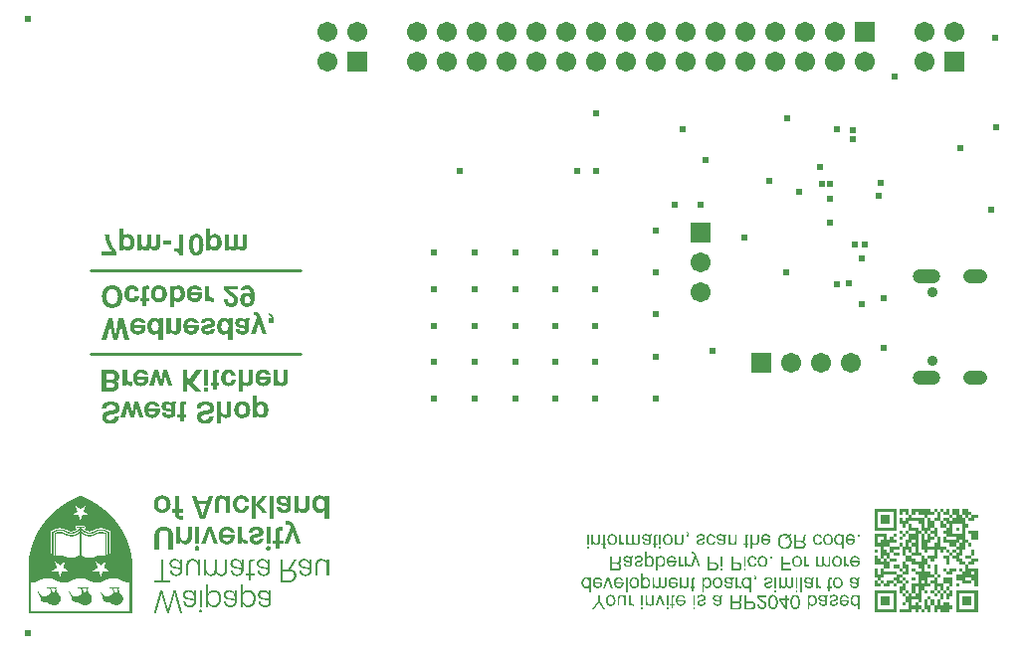
<source format=gbs>
G04*
G04 #@! TF.GenerationSoftware,Altium Limited,Altium Designer,25.8.1 (18)*
G04*
G04 Layer_Color=16711935*
%FSLAX25Y25*%
%MOIN*%
G70*
G04*
G04 #@! TF.SameCoordinates,70397301-3752-4A3B-8FF2-FC9E58B5EE46*
G04*
G04*
G04 #@! TF.FilePolarity,Negative*
G04*
G01*
G75*
%ADD10C,0.01000*%
%ADD49C,0.06706*%
%ADD50O,0.08083X0.04934*%
%ADD51O,0.09265X0.04934*%
%ADD52R,0.06706X0.06706*%
%ADD53R,0.06706X0.06706*%
%ADD54C,0.03556*%
%ADD55C,0.02375*%
G36*
X71769Y49220D02*
X71740D01*
Y49132D01*
X71710D01*
Y49073D01*
X71681D01*
Y48985D01*
X71652D01*
Y48897D01*
X71622D01*
Y48809D01*
X71593D01*
Y48750D01*
X71564D01*
Y48662D01*
X71534D01*
Y48574D01*
X71505D01*
Y48486D01*
X71476D01*
Y48398D01*
X71446D01*
Y48340D01*
X71417D01*
Y48252D01*
X71388D01*
Y48164D01*
X71358D01*
Y48076D01*
X71329D01*
Y48017D01*
X71300D01*
Y47929D01*
X71270D01*
Y47841D01*
X71241D01*
Y47753D01*
X71212D01*
Y47694D01*
X71182D01*
Y47606D01*
X71153D01*
Y47518D01*
X71124D01*
Y47430D01*
X71094D01*
Y47372D01*
X71065D01*
Y47284D01*
X71036D01*
Y47196D01*
X71006D01*
Y47108D01*
X70977D01*
Y47020D01*
X70948D01*
Y46961D01*
X70918D01*
Y46873D01*
X70889D01*
Y46785D01*
X70860D01*
Y46697D01*
X70830D01*
Y46639D01*
X70801D01*
Y46551D01*
X70772D01*
Y46463D01*
X70742D01*
Y46374D01*
X70713D01*
Y46316D01*
X70684D01*
Y46228D01*
X70654D01*
Y46140D01*
X70625D01*
Y46052D01*
X70596D01*
Y45993D01*
X70566D01*
Y45905D01*
X70537D01*
Y45817D01*
X70508D01*
Y45729D01*
X70478D01*
Y45671D01*
X70449D01*
Y45583D01*
X70420D01*
Y45495D01*
X70390D01*
Y45407D01*
X70361D01*
Y45319D01*
X70332D01*
Y45260D01*
X70302D01*
Y45172D01*
X70273D01*
Y45084D01*
X70244D01*
Y44996D01*
X70214D01*
Y44937D01*
X70185D01*
Y44849D01*
X70156D01*
Y44761D01*
X70126D01*
Y44673D01*
X70097D01*
Y44615D01*
X70068D01*
Y44527D01*
X70038D01*
Y44439D01*
X70009D01*
Y44351D01*
X69980D01*
Y44292D01*
X69950D01*
Y44204D01*
X69921D01*
Y44116D01*
X69892D01*
Y44028D01*
X69863D01*
Y43970D01*
X69833D01*
Y43881D01*
X69804D01*
Y43793D01*
X69775D01*
Y43705D01*
X69745D01*
Y43617D01*
X69716D01*
Y43559D01*
X69687D01*
Y43471D01*
X69657D01*
Y43383D01*
X69628D01*
Y43295D01*
X69599D01*
Y43236D01*
X69569D01*
Y43148D01*
X69540D01*
Y43060D01*
X69511D01*
Y42972D01*
X69481D01*
Y42914D01*
X69452D01*
Y42826D01*
X69423D01*
Y42738D01*
X69393D01*
Y42650D01*
X69364D01*
Y42591D01*
X69335D01*
Y42503D01*
X69305D01*
Y42415D01*
X69276D01*
Y42327D01*
X69247D01*
Y42268D01*
X69217D01*
Y42180D01*
X69188D01*
Y42092D01*
X69159D01*
Y42004D01*
X69129D01*
Y41916D01*
X69100D01*
Y41858D01*
X69071D01*
Y41770D01*
X69041D01*
Y41682D01*
X69012D01*
Y41623D01*
X68983D01*
Y41594D01*
X67252D01*
Y41623D01*
X67223D01*
Y41682D01*
X67193D01*
Y41770D01*
X67164D01*
Y41858D01*
X67135D01*
Y41946D01*
X67105D01*
Y42034D01*
X67076D01*
Y42092D01*
X67047D01*
Y42180D01*
X67017D01*
Y42268D01*
X66988D01*
Y42356D01*
X66959D01*
Y42415D01*
X66930D01*
Y42503D01*
X66900D01*
Y42591D01*
X66871D01*
Y42679D01*
X66842D01*
Y42738D01*
X66812D01*
Y42826D01*
X66783D01*
Y42914D01*
X66754D01*
Y43002D01*
X66724D01*
Y43060D01*
X66695D01*
Y43148D01*
X66666D01*
Y43236D01*
X66636D01*
Y43324D01*
X66607D01*
Y43383D01*
X66578D01*
Y43471D01*
X66548D01*
Y43559D01*
X66519D01*
Y43647D01*
X66489D01*
Y43735D01*
X66460D01*
Y43793D01*
X66431D01*
Y43881D01*
X66401D01*
Y43970D01*
X66372D01*
Y44058D01*
X66343D01*
Y44116D01*
X66313D01*
Y44204D01*
X66284D01*
Y44292D01*
X66255D01*
Y44380D01*
X66225D01*
Y44439D01*
X66196D01*
Y44527D01*
X66167D01*
Y44615D01*
X66137D01*
Y44703D01*
X66108D01*
Y44761D01*
X66079D01*
Y44849D01*
X66050D01*
Y44937D01*
X66020D01*
Y45025D01*
X65991D01*
Y45113D01*
X65962D01*
Y45172D01*
X65932D01*
Y45260D01*
X65903D01*
Y45348D01*
X65874D01*
Y45436D01*
X65844D01*
Y45495D01*
X65815D01*
Y45583D01*
X65786D01*
Y45671D01*
X65756D01*
Y45759D01*
X65727D01*
Y45817D01*
X65698D01*
Y45905D01*
X65668D01*
Y45993D01*
X65639D01*
Y46081D01*
X65610D01*
Y46140D01*
X65580D01*
Y46228D01*
X65551D01*
Y46316D01*
X65522D01*
Y46404D01*
X65492D01*
Y46463D01*
X65463D01*
Y46551D01*
X65434D01*
Y46639D01*
X65404D01*
Y46727D01*
X65375D01*
Y46815D01*
X65346D01*
Y46873D01*
X65316D01*
Y46961D01*
X65287D01*
Y47049D01*
X65258D01*
Y47137D01*
X65228D01*
Y47196D01*
X65199D01*
Y47284D01*
X65170D01*
Y47372D01*
X65140D01*
Y47460D01*
X65111D01*
Y47518D01*
X65082D01*
Y47606D01*
X65052D01*
Y47694D01*
X65023D01*
Y47782D01*
X64994D01*
Y47841D01*
X64964D01*
Y47929D01*
X64935D01*
Y48017D01*
X64906D01*
Y48105D01*
X64876D01*
Y48164D01*
X64847D01*
Y48252D01*
X64818D01*
Y48340D01*
X64788D01*
Y48428D01*
X64759D01*
Y48516D01*
X64730D01*
Y48574D01*
X64700D01*
Y48662D01*
X64671D01*
Y48750D01*
X64642D01*
Y48838D01*
X64612D01*
Y48897D01*
X64583D01*
Y48985D01*
X64554D01*
Y49073D01*
X64524D01*
Y49161D01*
X64495D01*
Y49220D01*
X64466D01*
Y49249D01*
X66020D01*
Y49161D01*
X66050D01*
Y49073D01*
X66079D01*
Y48985D01*
X66108D01*
Y48897D01*
X66137D01*
Y48809D01*
X66167D01*
Y48721D01*
X66196D01*
Y48633D01*
X66225D01*
Y48545D01*
X66255D01*
Y48457D01*
X66284D01*
Y48369D01*
X66313D01*
Y48281D01*
X66343D01*
Y48193D01*
X66372D01*
Y48134D01*
X66401D01*
Y48046D01*
X66431D01*
Y47958D01*
X66460D01*
Y47870D01*
X66489D01*
Y47782D01*
X66519D01*
Y47694D01*
X66548D01*
Y47606D01*
X66578D01*
Y47518D01*
X66607D01*
Y47489D01*
X69628D01*
Y47518D01*
X69657D01*
Y47606D01*
X69687D01*
Y47694D01*
X69716D01*
Y47782D01*
X69745D01*
Y47870D01*
X69775D01*
Y47958D01*
X69804D01*
Y48017D01*
X69833D01*
Y48105D01*
X69863D01*
Y48193D01*
X69892D01*
Y48281D01*
X69921D01*
Y48369D01*
X69950D01*
Y48457D01*
X69980D01*
Y48545D01*
X70009D01*
Y48633D01*
X70038D01*
Y48721D01*
X70068D01*
Y48809D01*
X70097D01*
Y48897D01*
X70126D01*
Y48985D01*
X70156D01*
Y49073D01*
X70185D01*
Y49161D01*
X70214D01*
Y49249D01*
X71769D01*
Y49220D01*
D02*
G37*
G36*
X81565Y49337D02*
X81770D01*
Y49308D01*
X81888D01*
Y49278D01*
X82005D01*
Y49249D01*
X82093D01*
Y49220D01*
X82181D01*
Y49190D01*
X82240D01*
Y49161D01*
X82328D01*
Y49132D01*
X82386D01*
Y49102D01*
X82445D01*
Y49073D01*
X82504D01*
Y49044D01*
X82533D01*
Y49014D01*
X82592D01*
Y48985D01*
X82650D01*
Y48956D01*
X82680D01*
Y48926D01*
X82738D01*
Y48897D01*
X82768D01*
Y48868D01*
X82797D01*
Y48838D01*
X82826D01*
Y48809D01*
X82885D01*
Y48780D01*
X82914D01*
Y48750D01*
X82944D01*
Y48721D01*
X82973D01*
Y48692D01*
X83002D01*
Y48662D01*
X83032D01*
Y48633D01*
X83061D01*
Y48604D01*
X83090D01*
Y48574D01*
X83120D01*
Y48545D01*
X83149D01*
Y48516D01*
X83178D01*
Y48457D01*
X83208D01*
Y48428D01*
X83237D01*
Y48398D01*
X83266D01*
Y48340D01*
X83296D01*
Y48310D01*
X83325D01*
Y48252D01*
X83354D01*
Y48222D01*
X83384D01*
Y48164D01*
X83413D01*
Y48105D01*
X83442D01*
Y48046D01*
X83472D01*
Y47988D01*
X83501D01*
Y47929D01*
X83530D01*
Y47841D01*
X83560D01*
Y47782D01*
X83589D01*
Y47694D01*
X83618D01*
Y47606D01*
X83648D01*
Y47489D01*
X83677D01*
Y47342D01*
X83706D01*
Y47137D01*
X82416D01*
Y47196D01*
X82386D01*
Y47313D01*
X82357D01*
Y47401D01*
X82328D01*
Y47489D01*
X82298D01*
Y47548D01*
X82269D01*
Y47606D01*
X82240D01*
Y47665D01*
X82210D01*
Y47724D01*
X82181D01*
Y47753D01*
X82152D01*
Y47812D01*
X82122D01*
Y47841D01*
X82093D01*
Y47870D01*
X82064D01*
Y47900D01*
X82034D01*
Y47929D01*
X82005D01*
Y47958D01*
X81976D01*
Y47988D01*
X81946D01*
Y48017D01*
X81888D01*
Y48046D01*
X81858D01*
Y48076D01*
X81800D01*
Y48105D01*
X81770D01*
Y48134D01*
X81712D01*
Y48164D01*
X81624D01*
Y48193D01*
X81536D01*
Y48222D01*
X81419D01*
Y48252D01*
X80832D01*
Y48222D01*
X80714D01*
Y48193D01*
X80626D01*
Y48164D01*
X80539D01*
Y48134D01*
X80480D01*
Y48105D01*
X80421D01*
Y48076D01*
X80363D01*
Y48046D01*
X80333D01*
Y48017D01*
X80275D01*
Y47988D01*
X80245D01*
Y47958D01*
X80216D01*
Y47929D01*
X80187D01*
Y47900D01*
X80157D01*
Y47870D01*
X80128D01*
Y47841D01*
X80099D01*
Y47812D01*
X80069D01*
Y47782D01*
X80040D01*
Y47724D01*
X80011D01*
Y47694D01*
X79981D01*
Y47636D01*
X79952D01*
Y47606D01*
X79923D01*
Y47548D01*
X79893D01*
Y47489D01*
X79864D01*
Y47430D01*
X79835D01*
Y47342D01*
X79805D01*
Y47254D01*
X79776D01*
Y47166D01*
X79747D01*
Y47049D01*
X79717D01*
Y46902D01*
X79688D01*
Y46551D01*
X79659D01*
Y46316D01*
X79688D01*
Y45993D01*
X79717D01*
Y45817D01*
X79747D01*
Y45700D01*
X79776D01*
Y45612D01*
X79805D01*
Y45524D01*
X79835D01*
Y45465D01*
X79864D01*
Y45377D01*
X79893D01*
Y45319D01*
X79923D01*
Y45260D01*
X79952D01*
Y45231D01*
X79981D01*
Y45172D01*
X80011D01*
Y45143D01*
X80040D01*
Y45084D01*
X80069D01*
Y45055D01*
X80099D01*
Y45025D01*
X80128D01*
Y44996D01*
X80157D01*
Y44967D01*
X80187D01*
Y44937D01*
X80216D01*
Y44908D01*
X80245D01*
Y44879D01*
X80275D01*
Y44849D01*
X80333D01*
Y44820D01*
X80363D01*
Y44791D01*
X80421D01*
Y44761D01*
X80480D01*
Y44732D01*
X80539D01*
Y44703D01*
X80597D01*
Y44673D01*
X80685D01*
Y44644D01*
X80803D01*
Y44615D01*
X81037D01*
Y44585D01*
X81243D01*
Y44615D01*
X81448D01*
Y44644D01*
X81565D01*
Y44673D01*
X81653D01*
Y44703D01*
X81712D01*
Y44732D01*
X81770D01*
Y44761D01*
X81829D01*
Y44791D01*
X81858D01*
Y44820D01*
X81888D01*
Y44849D01*
X81946D01*
Y44879D01*
X81976D01*
Y44908D01*
X82005D01*
Y44937D01*
X82034D01*
Y44967D01*
X82064D01*
Y44996D01*
X82093D01*
Y45025D01*
X82122D01*
Y45084D01*
X82152D01*
Y45113D01*
X82181D01*
Y45172D01*
X82210D01*
Y45201D01*
X82240D01*
Y45260D01*
X82269D01*
Y45348D01*
X82298D01*
Y45407D01*
X82328D01*
Y45495D01*
X82357D01*
Y45583D01*
X82386D01*
Y45729D01*
X82416D01*
Y45759D01*
X83706D01*
Y45583D01*
X83677D01*
Y45436D01*
X83648D01*
Y45319D01*
X83618D01*
Y45231D01*
X83589D01*
Y45143D01*
X83560D01*
Y45055D01*
X83530D01*
Y44996D01*
X83501D01*
Y44908D01*
X83472D01*
Y44849D01*
X83442D01*
Y44791D01*
X83413D01*
Y44732D01*
X83384D01*
Y44703D01*
X83354D01*
Y44644D01*
X83325D01*
Y44585D01*
X83296D01*
Y44556D01*
X83266D01*
Y44497D01*
X83237D01*
Y44468D01*
X83208D01*
Y44439D01*
X83178D01*
Y44380D01*
X83149D01*
Y44351D01*
X83120D01*
Y44321D01*
X83090D01*
Y44292D01*
X83061D01*
Y44263D01*
X83032D01*
Y44233D01*
X83002D01*
Y44204D01*
X82973D01*
Y44175D01*
X82944D01*
Y44145D01*
X82914D01*
Y44116D01*
X82885D01*
Y44087D01*
X82856D01*
Y44058D01*
X82826D01*
Y44028D01*
X82768D01*
Y43999D01*
X82738D01*
Y43970D01*
X82709D01*
Y43940D01*
X82650D01*
Y43911D01*
X82621D01*
Y43881D01*
X82562D01*
Y43852D01*
X82533D01*
Y43823D01*
X82474D01*
Y43793D01*
X82416D01*
Y43764D01*
X82357D01*
Y43735D01*
X82298D01*
Y43705D01*
X82240D01*
Y43676D01*
X82152D01*
Y43647D01*
X82064D01*
Y43617D01*
X81976D01*
Y43588D01*
X81858D01*
Y43559D01*
X81741D01*
Y43529D01*
X81536D01*
Y43500D01*
X80685D01*
Y43529D01*
X80509D01*
Y43559D01*
X80363D01*
Y43588D01*
X80245D01*
Y43617D01*
X80157D01*
Y43647D01*
X80069D01*
Y43676D01*
X79981D01*
Y43705D01*
X79923D01*
Y43735D01*
X79864D01*
Y43764D01*
X79805D01*
Y43793D01*
X79747D01*
Y43823D01*
X79688D01*
Y43852D01*
X79629D01*
Y43881D01*
X79571D01*
Y43911D01*
X79541D01*
Y43940D01*
X79483D01*
Y43970D01*
X79453D01*
Y43999D01*
X79395D01*
Y44028D01*
X79365D01*
Y44058D01*
X79336D01*
Y44087D01*
X79307D01*
Y44116D01*
X79248D01*
Y44145D01*
X79219D01*
Y44175D01*
X79189D01*
Y44204D01*
X79160D01*
Y44233D01*
X79131D01*
Y44263D01*
X79101D01*
Y44292D01*
X79072D01*
Y44321D01*
X79043D01*
Y44351D01*
X79013D01*
Y44380D01*
X78984D01*
Y44439D01*
X78955D01*
Y44468D01*
X78925D01*
Y44497D01*
X78896D01*
Y44527D01*
X78867D01*
Y44585D01*
X78837D01*
Y44615D01*
X78808D01*
Y44673D01*
X78779D01*
Y44703D01*
X78749D01*
Y44761D01*
X78720D01*
Y44820D01*
X78691D01*
Y44849D01*
X78661D01*
Y44908D01*
X78632D01*
Y44967D01*
X78603D01*
Y45055D01*
X78574D01*
Y45113D01*
X78544D01*
Y45172D01*
X78515D01*
Y45260D01*
X78486D01*
Y45348D01*
X78456D01*
Y45436D01*
X78427D01*
Y45553D01*
X78398D01*
Y45700D01*
X78368D01*
Y45876D01*
X78339D01*
Y46140D01*
X78310D01*
Y46756D01*
X78339D01*
Y47049D01*
X78368D01*
Y47225D01*
X78398D01*
Y47342D01*
X78427D01*
Y47460D01*
X78456D01*
Y47548D01*
X78486D01*
Y47636D01*
X78515D01*
Y47724D01*
X78544D01*
Y47782D01*
X78574D01*
Y47870D01*
X78603D01*
Y47929D01*
X78632D01*
Y47988D01*
X78661D01*
Y48017D01*
X78691D01*
Y48076D01*
X78720D01*
Y48134D01*
X78749D01*
Y48164D01*
X78779D01*
Y48222D01*
X78808D01*
Y48252D01*
X78837D01*
Y48310D01*
X78867D01*
Y48340D01*
X78896D01*
Y48398D01*
X78925D01*
Y48428D01*
X78955D01*
Y48457D01*
X78984D01*
Y48486D01*
X79013D01*
Y48516D01*
X79043D01*
Y48545D01*
X79072D01*
Y48574D01*
X79101D01*
Y48604D01*
X79131D01*
Y48633D01*
X79160D01*
Y48662D01*
X79189D01*
Y48692D01*
X79219D01*
Y48721D01*
X79248D01*
Y48750D01*
X79277D01*
Y48780D01*
X79307D01*
Y48809D01*
X79365D01*
Y48838D01*
X79395D01*
Y48868D01*
X79424D01*
Y48897D01*
X79483D01*
Y48926D01*
X79512D01*
Y48956D01*
X79571D01*
Y48985D01*
X79629D01*
Y49014D01*
X79688D01*
Y49044D01*
X79717D01*
Y49073D01*
X79776D01*
Y49102D01*
X79864D01*
Y49132D01*
X79923D01*
Y49161D01*
X79981D01*
Y49190D01*
X80069D01*
Y49220D01*
X80157D01*
Y49249D01*
X80245D01*
Y49278D01*
X80363D01*
Y49308D01*
X80509D01*
Y49337D01*
X80685D01*
Y49366D01*
X81565D01*
Y49337D01*
D02*
G37*
G36*
X89865Y49220D02*
X89836D01*
Y49161D01*
X89807D01*
Y49132D01*
X89777D01*
Y49102D01*
X89748D01*
Y49073D01*
X89719D01*
Y49044D01*
X89689D01*
Y49014D01*
X89660D01*
Y48956D01*
X89631D01*
Y48926D01*
X89601D01*
Y48897D01*
X89572D01*
Y48868D01*
X89543D01*
Y48838D01*
X89513D01*
Y48780D01*
X89484D01*
Y48750D01*
X89455D01*
Y48721D01*
X89425D01*
Y48692D01*
X89396D01*
Y48662D01*
X89367D01*
Y48604D01*
X89337D01*
Y48574D01*
X89308D01*
Y48545D01*
X89279D01*
Y48516D01*
X89250D01*
Y48486D01*
X89220D01*
Y48428D01*
X89191D01*
Y48398D01*
X89162D01*
Y48369D01*
X89132D01*
Y48340D01*
X89103D01*
Y48310D01*
X89074D01*
Y48252D01*
X89044D01*
Y48222D01*
X89015D01*
Y48193D01*
X88986D01*
Y48164D01*
X88956D01*
Y48134D01*
X88927D01*
Y48105D01*
X88898D01*
Y48046D01*
X88868D01*
Y48017D01*
X88839D01*
Y47988D01*
X88810D01*
Y47958D01*
X88780D01*
Y47929D01*
X88751D01*
Y47870D01*
X88722D01*
Y47841D01*
X88692D01*
Y47812D01*
X88663D01*
Y47782D01*
X88634D01*
Y47753D01*
X88604D01*
Y47694D01*
X88575D01*
Y47665D01*
X88546D01*
Y47636D01*
X88516D01*
Y47606D01*
X88487D01*
Y47577D01*
X88458D01*
Y47518D01*
X88428D01*
Y47489D01*
X88399D01*
Y47460D01*
X88370D01*
Y47430D01*
X88340D01*
Y47401D01*
X88311D01*
Y47342D01*
X88282D01*
Y47313D01*
X88252D01*
Y47284D01*
X88223D01*
Y47254D01*
X88194D01*
Y47225D01*
X88164D01*
Y47196D01*
X88135D01*
Y47137D01*
X88106D01*
Y47108D01*
X88076D01*
Y47078D01*
X88047D01*
Y47049D01*
X88018D01*
Y47020D01*
X87988D01*
Y46961D01*
X87959D01*
Y46932D01*
X87930D01*
Y46902D01*
X87900D01*
Y46873D01*
X87871D01*
Y46844D01*
X87842D01*
Y46785D01*
X87812D01*
Y46756D01*
X87783D01*
Y46727D01*
X87754D01*
Y46697D01*
X87724D01*
Y46668D01*
X87695D01*
Y46609D01*
X87666D01*
Y46580D01*
X87636D01*
Y46551D01*
X87607D01*
Y46521D01*
X87578D01*
Y46492D01*
X87548D01*
Y46433D01*
X87519D01*
Y46404D01*
X87490D01*
Y46374D01*
X87460D01*
Y46345D01*
X87431D01*
Y46316D01*
X87402D01*
Y46257D01*
X87431D01*
Y46228D01*
X87460D01*
Y46198D01*
X87490D01*
Y46169D01*
X87519D01*
Y46140D01*
X87548D01*
Y46111D01*
X87578D01*
Y46052D01*
X87607D01*
Y46023D01*
X87636D01*
Y45993D01*
X87666D01*
Y45964D01*
X87695D01*
Y45935D01*
X87724D01*
Y45905D01*
X87754D01*
Y45847D01*
X87783D01*
Y45817D01*
X87812D01*
Y45788D01*
X87842D01*
Y45759D01*
X87871D01*
Y45729D01*
X87900D01*
Y45700D01*
X87930D01*
Y45671D01*
X87959D01*
Y45612D01*
X87988D01*
Y45583D01*
X88018D01*
Y45553D01*
X88047D01*
Y45524D01*
X88076D01*
Y45495D01*
X88106D01*
Y45465D01*
X88135D01*
Y45407D01*
X88164D01*
Y45377D01*
X88194D01*
Y45348D01*
X88223D01*
Y45319D01*
X88252D01*
Y45289D01*
X88282D01*
Y45260D01*
X88311D01*
Y45231D01*
X88340D01*
Y45172D01*
X88370D01*
Y45143D01*
X88399D01*
Y45113D01*
X88428D01*
Y45084D01*
X88458D01*
Y45055D01*
X88487D01*
Y45025D01*
X88516D01*
Y44967D01*
X88546D01*
Y44937D01*
X88575D01*
Y44908D01*
X88604D01*
Y44879D01*
X88634D01*
Y44849D01*
X88663D01*
Y44820D01*
X88692D01*
Y44791D01*
X88722D01*
Y44732D01*
X88751D01*
Y44703D01*
X88780D01*
Y44673D01*
X88810D01*
Y44644D01*
X88839D01*
Y44615D01*
X88868D01*
Y44585D01*
X88898D01*
Y44527D01*
X88927D01*
Y44497D01*
X88956D01*
Y44468D01*
X88986D01*
Y44439D01*
X89015D01*
Y44409D01*
X89044D01*
Y44380D01*
X89074D01*
Y44351D01*
X89103D01*
Y44292D01*
X89132D01*
Y44263D01*
X89162D01*
Y44233D01*
X89191D01*
Y44204D01*
X89220D01*
Y44175D01*
X89250D01*
Y44145D01*
X89279D01*
Y44087D01*
X89308D01*
Y44058D01*
X89337D01*
Y44028D01*
X89367D01*
Y43999D01*
X89396D01*
Y43970D01*
X89425D01*
Y43940D01*
X89455D01*
Y43881D01*
X89484D01*
Y43852D01*
X89513D01*
Y43823D01*
X89543D01*
Y43793D01*
X89572D01*
Y43764D01*
X89601D01*
Y43735D01*
X89631D01*
Y43705D01*
X89660D01*
Y43647D01*
X89689D01*
Y43617D01*
X88135D01*
Y43647D01*
X88106D01*
Y43676D01*
X88076D01*
Y43705D01*
X88047D01*
Y43735D01*
X88018D01*
Y43764D01*
X87988D01*
Y43823D01*
X87959D01*
Y43852D01*
X87930D01*
Y43881D01*
X87900D01*
Y43911D01*
X87871D01*
Y43940D01*
X87842D01*
Y43999D01*
X87812D01*
Y44028D01*
X87783D01*
Y44058D01*
X87754D01*
Y44087D01*
X87724D01*
Y44116D01*
X87695D01*
Y44145D01*
X87666D01*
Y44204D01*
X87636D01*
Y44233D01*
X87607D01*
Y44263D01*
X87578D01*
Y44292D01*
X87548D01*
Y44321D01*
X87519D01*
Y44380D01*
X87490D01*
Y44409D01*
X87460D01*
Y44439D01*
X87431D01*
Y44468D01*
X87402D01*
Y44497D01*
X87372D01*
Y44556D01*
X87343D01*
Y44585D01*
X87314D01*
Y44615D01*
X87284D01*
Y44644D01*
X87255D01*
Y44673D01*
X87226D01*
Y44703D01*
X87196D01*
Y44761D01*
X87167D01*
Y44791D01*
X87138D01*
Y44820D01*
X87108D01*
Y44849D01*
X87079D01*
Y44879D01*
X87050D01*
Y44937D01*
X87020D01*
Y44967D01*
X86991D01*
Y44996D01*
X86962D01*
Y45025D01*
X86932D01*
Y45055D01*
X86903D01*
Y45084D01*
X86874D01*
Y45143D01*
X86844D01*
Y45172D01*
X86815D01*
Y45201D01*
X86786D01*
Y45231D01*
X86756D01*
Y45260D01*
X86727D01*
Y45319D01*
X86698D01*
Y45348D01*
X86668D01*
Y45377D01*
X86639D01*
Y45407D01*
X86610D01*
Y45436D01*
X86580D01*
Y45495D01*
X86551D01*
Y45524D01*
X86522D01*
Y45553D01*
X86493D01*
Y45583D01*
X86463D01*
Y45612D01*
X86434D01*
Y45641D01*
X86405D01*
Y45700D01*
X86375D01*
Y45729D01*
X86346D01*
Y45759D01*
X86317D01*
Y45788D01*
X86287D01*
Y45817D01*
X86258D01*
Y45876D01*
X86229D01*
Y45905D01*
X86199D01*
Y45935D01*
X86170D01*
Y45964D01*
X86141D01*
Y45993D01*
X86111D01*
Y46052D01*
X86082D01*
Y46081D01*
X86053D01*
Y46111D01*
X86023D01*
Y46140D01*
X85994D01*
Y41594D01*
X84674D01*
Y41623D01*
X84645D01*
Y49249D01*
X85994D01*
Y46521D01*
X86023D01*
Y46551D01*
X86053D01*
Y46609D01*
X86082D01*
Y46639D01*
X86111D01*
Y46668D01*
X86141D01*
Y46697D01*
X86170D01*
Y46727D01*
X86199D01*
Y46785D01*
X86229D01*
Y46815D01*
X86258D01*
Y46844D01*
X86287D01*
Y46873D01*
X86317D01*
Y46902D01*
X86346D01*
Y46961D01*
X86375D01*
Y46990D01*
X86405D01*
Y47020D01*
X86434D01*
Y47049D01*
X86463D01*
Y47078D01*
X86493D01*
Y47108D01*
X86522D01*
Y47166D01*
X86551D01*
Y47196D01*
X86580D01*
Y47225D01*
X86610D01*
Y47254D01*
X86639D01*
Y47284D01*
X86668D01*
Y47342D01*
X86698D01*
Y47372D01*
X86727D01*
Y47401D01*
X86756D01*
Y47430D01*
X86786D01*
Y47460D01*
X86815D01*
Y47518D01*
X86844D01*
Y47548D01*
X86874D01*
Y47577D01*
X86903D01*
Y47606D01*
X86932D01*
Y47636D01*
X86962D01*
Y47694D01*
X86991D01*
Y47724D01*
X87020D01*
Y47753D01*
X87050D01*
Y47782D01*
X87079D01*
Y47812D01*
X87108D01*
Y47870D01*
X87138D01*
Y47900D01*
X87167D01*
Y47929D01*
X87196D01*
Y47958D01*
X87226D01*
Y47988D01*
X87255D01*
Y48046D01*
X87284D01*
Y48076D01*
X87314D01*
Y48105D01*
X87343D01*
Y48134D01*
X87372D01*
Y48164D01*
X87402D01*
Y48222D01*
X87431D01*
Y48252D01*
X87460D01*
Y48281D01*
X87490D01*
Y48310D01*
X87519D01*
Y48340D01*
X87548D01*
Y48369D01*
X87578D01*
Y48428D01*
X87607D01*
Y48457D01*
X87636D01*
Y48486D01*
X87666D01*
Y48516D01*
X87695D01*
Y48545D01*
X87724D01*
Y48604D01*
X87754D01*
Y48633D01*
X87783D01*
Y48662D01*
X87812D01*
Y48692D01*
X87842D01*
Y48721D01*
X87871D01*
Y48780D01*
X87900D01*
Y48809D01*
X87930D01*
Y48838D01*
X87959D01*
Y48868D01*
X87988D01*
Y48897D01*
X88018D01*
Y48956D01*
X88047D01*
Y48985D01*
X88076D01*
Y49014D01*
X88106D01*
Y49044D01*
X88135D01*
Y49073D01*
X88164D01*
Y49132D01*
X88194D01*
Y49161D01*
X88223D01*
Y49190D01*
X88252D01*
Y49220D01*
X88282D01*
Y49249D01*
X89865D01*
Y49220D01*
D02*
G37*
G36*
X103973Y45348D02*
X103944D01*
Y45113D01*
X103914D01*
Y44967D01*
X103885D01*
Y44849D01*
X103856D01*
Y44761D01*
X103826D01*
Y44673D01*
X103797D01*
Y44615D01*
X103768D01*
Y44527D01*
X103739D01*
Y44468D01*
X103709D01*
Y44409D01*
X103680D01*
Y44380D01*
X103651D01*
Y44321D01*
X103621D01*
Y44263D01*
X103592D01*
Y44233D01*
X103563D01*
Y44175D01*
X103533D01*
Y44145D01*
X103504D01*
Y44116D01*
X103475D01*
Y44087D01*
X103445D01*
Y44058D01*
X103416D01*
Y44028D01*
X103387D01*
Y43999D01*
X103357D01*
Y43970D01*
X103328D01*
Y43940D01*
X103299D01*
Y43911D01*
X103269D01*
Y43881D01*
X103240D01*
Y43852D01*
X103181D01*
Y43823D01*
X103152D01*
Y43793D01*
X103093D01*
Y43764D01*
X103064D01*
Y43735D01*
X103005D01*
Y43705D01*
X102947D01*
Y43676D01*
X102888D01*
Y43647D01*
X102800D01*
Y43617D01*
X102741D01*
Y43588D01*
X102624D01*
Y43559D01*
X102536D01*
Y43529D01*
X102360D01*
Y43500D01*
X101627D01*
Y43529D01*
X101451D01*
Y43559D01*
X101333D01*
Y43588D01*
X101245D01*
Y43617D01*
X101187D01*
Y43647D01*
X101099D01*
Y43676D01*
X101040D01*
Y43705D01*
X100981D01*
Y43735D01*
X100923D01*
Y43764D01*
X100894D01*
Y43793D01*
X100835D01*
Y43823D01*
X100806D01*
Y43852D01*
X100747D01*
Y43881D01*
X100718D01*
Y43911D01*
X100688D01*
Y43940D01*
X100659D01*
Y43970D01*
X100630D01*
Y43999D01*
X100600D01*
Y44028D01*
X100571D01*
Y44058D01*
X100542D01*
Y44087D01*
X100512D01*
Y44116D01*
X100483D01*
Y44145D01*
X100454D01*
Y44175D01*
X100424D01*
Y44233D01*
X100395D01*
Y44263D01*
X100366D01*
Y44321D01*
X100336D01*
Y44351D01*
X100307D01*
Y44409D01*
X100278D01*
Y44439D01*
X100248D01*
Y43617D01*
X98899D01*
Y49249D01*
X100248D01*
Y45905D01*
X100278D01*
Y45671D01*
X100307D01*
Y45553D01*
X100336D01*
Y45465D01*
X100366D01*
Y45377D01*
X100395D01*
Y45319D01*
X100424D01*
Y45260D01*
X100454D01*
Y45231D01*
X100483D01*
Y45172D01*
X100512D01*
Y45143D01*
X100542D01*
Y45084D01*
X100571D01*
Y45055D01*
X100600D01*
Y45025D01*
X100630D01*
Y44996D01*
X100659D01*
Y44967D01*
X100688D01*
Y44937D01*
X100747D01*
Y44908D01*
X100776D01*
Y44879D01*
X100806D01*
Y44849D01*
X100864D01*
Y44820D01*
X100923D01*
Y44791D01*
X100981D01*
Y44761D01*
X101069D01*
Y44732D01*
X101157D01*
Y44703D01*
X101304D01*
Y44673D01*
X101744D01*
Y44703D01*
X101891D01*
Y44732D01*
X101979D01*
Y44761D01*
X102037D01*
Y44791D01*
X102096D01*
Y44820D01*
X102155D01*
Y44849D01*
X102184D01*
Y44879D01*
X102243D01*
Y44908D01*
X102272D01*
Y44937D01*
X102301D01*
Y44967D01*
X102331D01*
Y44996D01*
X102360D01*
Y45055D01*
X102389D01*
Y45084D01*
X102419D01*
Y45143D01*
X102448D01*
Y45172D01*
X102477D01*
Y45231D01*
X102507D01*
Y45319D01*
X102536D01*
Y45407D01*
X102565D01*
Y45495D01*
X102595D01*
Y45700D01*
X102624D01*
Y49249D01*
X103973D01*
Y45348D01*
D02*
G37*
G36*
X95086Y49308D02*
X95233D01*
Y49278D01*
X95350D01*
Y49249D01*
X95438D01*
Y49220D01*
X95526D01*
Y49190D01*
X95614D01*
Y49161D01*
X95673D01*
Y49132D01*
X95732D01*
Y49102D01*
X95790D01*
Y49073D01*
X95819D01*
Y49044D01*
X95878D01*
Y49014D01*
X95937D01*
Y48985D01*
X95966D01*
Y48956D01*
X95995D01*
Y48926D01*
X96025D01*
Y48897D01*
X96083D01*
Y48868D01*
X96113D01*
Y48838D01*
X96142D01*
Y48809D01*
X96171D01*
Y48780D01*
X96201D01*
Y48750D01*
X96230D01*
Y48721D01*
X96259D01*
Y48662D01*
X96289D01*
Y48633D01*
X96318D01*
Y48604D01*
X96347D01*
Y48545D01*
X96377D01*
Y48516D01*
X96406D01*
Y48457D01*
X96435D01*
Y48428D01*
X96465D01*
Y49249D01*
X97785D01*
Y45289D01*
X97755D01*
Y45113D01*
Y45084D01*
Y45025D01*
X97726D01*
Y44908D01*
X97697D01*
Y44791D01*
X97667D01*
Y44732D01*
X97638D01*
Y44644D01*
X97609D01*
Y44585D01*
X97579D01*
Y44527D01*
X97550D01*
Y44468D01*
X97521D01*
Y44409D01*
X97491D01*
Y44380D01*
X97462D01*
Y44321D01*
X97433D01*
Y44292D01*
X97403D01*
Y44263D01*
X97374D01*
Y44233D01*
X97345D01*
Y44204D01*
X97315D01*
Y44145D01*
X97286D01*
Y44116D01*
X97257D01*
Y44087D01*
X97227D01*
Y44058D01*
X97169D01*
Y44028D01*
X97139D01*
Y43999D01*
X97110D01*
Y43970D01*
X97081D01*
Y43940D01*
X97022D01*
Y43911D01*
X96993D01*
Y43881D01*
X96934D01*
Y43852D01*
X96905D01*
Y43823D01*
X96846D01*
Y43793D01*
X96787D01*
Y43764D01*
X96729D01*
Y43735D01*
X96670D01*
Y43705D01*
X96611D01*
Y43676D01*
X96523D01*
Y43647D01*
X96435D01*
Y43617D01*
X96347D01*
Y43588D01*
X96230D01*
Y43559D01*
X96083D01*
Y43529D01*
X95878D01*
Y43500D01*
X94969D01*
Y43529D01*
X94793D01*
Y43559D01*
X94646D01*
Y43588D01*
X94529D01*
Y43617D01*
X94441D01*
Y43647D01*
X94353D01*
Y43676D01*
X94294D01*
Y43705D01*
X94206D01*
Y43735D01*
X94148D01*
Y43764D01*
X94089D01*
Y43793D01*
X94030D01*
Y43823D01*
X93972D01*
Y43852D01*
X93942D01*
Y43881D01*
X93884D01*
Y43911D01*
X93854D01*
Y43940D01*
X93796D01*
Y43970D01*
X93766D01*
Y43999D01*
X93737D01*
Y44028D01*
X93708D01*
Y44058D01*
X93678D01*
Y44087D01*
X93649D01*
Y44116D01*
X93620D01*
Y44145D01*
X93590D01*
Y44175D01*
X93561D01*
Y44204D01*
X93532D01*
Y44233D01*
X93502D01*
Y44263D01*
X93473D01*
Y44292D01*
X93444D01*
Y44321D01*
X93414D01*
Y44380D01*
X93385D01*
Y44409D01*
X93356D01*
Y44468D01*
X93326D01*
Y44497D01*
X93297D01*
Y44556D01*
X93268D01*
Y44615D01*
X93238D01*
Y44673D01*
X93209D01*
Y44732D01*
X93180D01*
Y44791D01*
X93150D01*
Y44879D01*
X93121D01*
Y44967D01*
X93092D01*
Y45084D01*
X93063D01*
Y45231D01*
X93033D01*
Y45436D01*
X94324D01*
Y45377D01*
X94353D01*
Y45260D01*
X94382D01*
Y45172D01*
X94412D01*
Y45084D01*
X94441D01*
Y45055D01*
X94470D01*
Y44996D01*
X94500D01*
Y44967D01*
X94529D01*
Y44908D01*
X94558D01*
Y44879D01*
X94588D01*
Y44849D01*
X94617D01*
Y44820D01*
X94676D01*
Y44791D01*
X94705D01*
Y44761D01*
X94734D01*
Y44732D01*
X94793D01*
Y44703D01*
X94852D01*
Y44673D01*
X94940D01*
Y44644D01*
X95028D01*
Y44615D01*
X95204D01*
Y44585D01*
X95644D01*
Y44615D01*
X95790D01*
Y44644D01*
X95878D01*
Y44673D01*
X95966D01*
Y44703D01*
X96025D01*
Y44732D01*
X96083D01*
Y44761D01*
X96142D01*
Y44791D01*
X96171D01*
Y44820D01*
X96201D01*
Y44849D01*
X96230D01*
Y44879D01*
X96259D01*
Y44908D01*
X96289D01*
Y44937D01*
X96318D01*
Y44967D01*
X96347D01*
Y45025D01*
X96377D01*
Y45084D01*
X96406D01*
Y45172D01*
X96435D01*
Y45289D01*
X96465D01*
Y45524D01*
X96435D01*
Y45612D01*
X96406D01*
Y45641D01*
X96377D01*
Y45671D01*
X96347D01*
Y45700D01*
X96318D01*
Y45729D01*
X96259D01*
Y45759D01*
X96142D01*
Y45788D01*
X95995D01*
Y45817D01*
X95790D01*
Y45847D01*
X95614D01*
Y45876D01*
X95409D01*
Y45905D01*
X95204D01*
Y45935D01*
X95028D01*
Y45964D01*
X94822D01*
Y45993D01*
X94646D01*
Y46023D01*
X94500D01*
Y46052D01*
X94353D01*
Y46081D01*
X94265D01*
Y46111D01*
X94148D01*
Y46140D01*
X94060D01*
Y46169D01*
X94001D01*
Y46198D01*
X93913D01*
Y46228D01*
X93854D01*
Y46257D01*
X93796D01*
Y46286D01*
X93737D01*
Y46316D01*
X93678D01*
Y46345D01*
X93620D01*
Y46374D01*
X93590D01*
Y46404D01*
X93532D01*
Y46433D01*
X93502D01*
Y46463D01*
X93444D01*
Y46492D01*
X93414D01*
Y46521D01*
X93385D01*
Y46551D01*
X93356D01*
Y46580D01*
X93326D01*
Y46609D01*
X93297D01*
Y46639D01*
X93268D01*
Y46668D01*
X93238D01*
Y46697D01*
X93209D01*
Y46727D01*
X93180D01*
Y46785D01*
X93150D01*
Y46815D01*
X93121D01*
Y46873D01*
X93092D01*
Y46902D01*
X93063D01*
Y46961D01*
X93033D01*
Y47020D01*
X93004D01*
Y47108D01*
X92975D01*
Y47196D01*
X92945D01*
Y47342D01*
X92916D01*
Y47606D01*
X92887D01*
Y47782D01*
X92916D01*
Y48046D01*
X92945D01*
Y48164D01*
X92975D01*
Y48281D01*
X93004D01*
Y48369D01*
X93033D01*
Y48428D01*
X93063D01*
Y48486D01*
X93092D01*
Y48545D01*
X93121D01*
Y48604D01*
X93150D01*
Y48633D01*
X93180D01*
Y48692D01*
X93209D01*
Y48721D01*
X93238D01*
Y48750D01*
X93268D01*
Y48780D01*
X93297D01*
Y48838D01*
X93326D01*
Y48868D01*
X93356D01*
Y48897D01*
X93414D01*
Y48926D01*
X93444D01*
Y48956D01*
X93473D01*
Y48985D01*
X93502D01*
Y49014D01*
X93561D01*
Y49044D01*
X93590D01*
Y49073D01*
X93649D01*
Y49102D01*
X93678D01*
Y49132D01*
X93737D01*
Y49161D01*
X93796D01*
Y49190D01*
X93884D01*
Y49220D01*
X93942D01*
Y49249D01*
X94060D01*
Y49278D01*
X94148D01*
Y49308D01*
X94324D01*
Y49337D01*
X95086D01*
Y49308D01*
D02*
G37*
G36*
X74614Y49337D02*
X74790D01*
Y49308D01*
X74907D01*
Y49278D01*
X74995D01*
Y49249D01*
X75083D01*
Y49220D01*
X75142D01*
Y49190D01*
X75200D01*
Y49161D01*
X75259D01*
Y49132D01*
X75318D01*
Y49102D01*
X75347D01*
Y49073D01*
X75406D01*
Y49044D01*
X75435D01*
Y49014D01*
X75494D01*
Y48985D01*
X75523D01*
Y48956D01*
X75552D01*
Y48926D01*
X75582D01*
Y48897D01*
X75640D01*
Y48868D01*
X75670D01*
Y48838D01*
X75699D01*
Y48809D01*
X75728D01*
Y48750D01*
X75758D01*
Y48721D01*
X75787D01*
Y48692D01*
X75816D01*
Y48662D01*
X75846D01*
Y48604D01*
X75875D01*
Y48574D01*
X75904D01*
Y48516D01*
X75934D01*
Y48486D01*
X75963D01*
Y48428D01*
X75992D01*
Y49249D01*
X77342D01*
Y43617D01*
X75992D01*
Y47078D01*
X75963D01*
Y47254D01*
X75934D01*
Y47342D01*
X75904D01*
Y47430D01*
X75875D01*
Y47489D01*
X75846D01*
Y47548D01*
X75816D01*
Y47606D01*
X75787D01*
Y47665D01*
X75758D01*
Y47694D01*
X75728D01*
Y47753D01*
X75699D01*
Y47782D01*
X75670D01*
Y47812D01*
X75640D01*
Y47841D01*
X75611D01*
Y47870D01*
X75582D01*
Y47900D01*
X75552D01*
Y47929D01*
X75523D01*
Y47958D01*
X75464D01*
Y47988D01*
X75435D01*
Y48017D01*
X75376D01*
Y48046D01*
X75318D01*
Y48076D01*
X75259D01*
Y48105D01*
X75200D01*
Y48134D01*
X75083D01*
Y48164D01*
X74936D01*
Y48193D01*
X74526D01*
Y48164D01*
X74379D01*
Y48134D01*
X74291D01*
Y48105D01*
X74203D01*
Y48076D01*
X74145D01*
Y48046D01*
X74115D01*
Y48017D01*
X74057D01*
Y47988D01*
X74027D01*
Y47958D01*
X73998D01*
Y47929D01*
X73939D01*
Y47870D01*
X73910D01*
Y47841D01*
X73881D01*
Y47812D01*
X73851D01*
Y47782D01*
X73822D01*
Y47724D01*
X73793D01*
Y47665D01*
X73763D01*
Y47606D01*
X73734D01*
Y47548D01*
X73705D01*
Y47460D01*
X73675D01*
Y47342D01*
X73646D01*
Y47108D01*
X73617D01*
Y43617D01*
X72268D01*
Y47460D01*
X72297D01*
Y47694D01*
X72326D01*
Y47841D01*
X72356D01*
Y47958D01*
X72385D01*
Y48076D01*
X72414D01*
Y48164D01*
X72443D01*
Y48222D01*
X72473D01*
Y48310D01*
X72502D01*
Y48369D01*
X72531D01*
Y48428D01*
X72561D01*
Y48486D01*
X72590D01*
Y48516D01*
X72619D01*
Y48574D01*
X72649D01*
Y48633D01*
X72678D01*
Y48662D01*
X72707D01*
Y48692D01*
X72737D01*
Y48721D01*
X72766D01*
Y48780D01*
X72795D01*
Y48809D01*
X72825D01*
Y48838D01*
X72854D01*
Y48868D01*
X72883D01*
Y48897D01*
X72913D01*
Y48926D01*
X72942D01*
Y48956D01*
X73001D01*
Y48985D01*
X73030D01*
Y49014D01*
X73059D01*
Y49044D01*
X73118D01*
Y49073D01*
X73147D01*
Y49102D01*
X73206D01*
Y49132D01*
X73265D01*
Y49161D01*
X73323D01*
Y49190D01*
X73382D01*
Y49220D01*
X73441D01*
Y49249D01*
X73529D01*
Y49278D01*
X73617D01*
Y49308D01*
X73734D01*
Y49337D01*
X73910D01*
Y49366D01*
X74614D01*
Y49337D01*
D02*
G37*
G36*
X55022D02*
X55198D01*
Y49308D01*
X55344D01*
Y49278D01*
X55461D01*
Y49249D01*
X55549D01*
Y49220D01*
X55637D01*
Y49190D01*
X55725D01*
Y49161D01*
X55813D01*
Y49132D01*
X55872D01*
Y49102D01*
X55931D01*
Y49073D01*
X55989D01*
Y49044D01*
X56048D01*
Y49014D01*
X56107D01*
Y48985D01*
X56136D01*
Y48956D01*
X56195D01*
Y48926D01*
X56224D01*
Y48897D01*
X56283D01*
Y48868D01*
X56312D01*
Y48838D01*
X56371D01*
Y48809D01*
X56400D01*
Y48780D01*
X56429D01*
Y48750D01*
X56459D01*
Y48721D01*
X56517D01*
Y48692D01*
X56547D01*
Y48662D01*
X56576D01*
Y48633D01*
X56605D01*
Y48604D01*
X56635D01*
Y48574D01*
X56664D01*
Y48545D01*
X56693D01*
Y48516D01*
X56723D01*
Y48486D01*
X56752D01*
Y48428D01*
X56781D01*
Y48398D01*
X56811D01*
Y48369D01*
X56840D01*
Y48340D01*
X56869D01*
Y48281D01*
X56899D01*
Y48252D01*
X56928D01*
Y48222D01*
X56957D01*
Y48164D01*
X56987D01*
Y48134D01*
X57016D01*
Y48076D01*
X57045D01*
Y48017D01*
X57075D01*
Y47958D01*
X57104D01*
Y47900D01*
X57133D01*
Y47841D01*
X57163D01*
Y47782D01*
X57192D01*
Y47724D01*
X57221D01*
Y47636D01*
X57251D01*
Y47577D01*
X57280D01*
Y47489D01*
X57309D01*
Y47372D01*
X57339D01*
Y47254D01*
X57368D01*
Y47137D01*
X57397D01*
Y46932D01*
X57427D01*
Y46609D01*
X57456D01*
Y46286D01*
X57427D01*
Y45935D01*
X57397D01*
Y45729D01*
X57368D01*
Y45612D01*
X57339D01*
Y45495D01*
X57309D01*
Y45377D01*
X57280D01*
Y45289D01*
X57251D01*
Y45231D01*
X57221D01*
Y45143D01*
X57192D01*
Y45084D01*
X57163D01*
Y45025D01*
X57133D01*
Y44967D01*
X57104D01*
Y44908D01*
X57075D01*
Y44849D01*
X57045D01*
Y44791D01*
X57016D01*
Y44732D01*
X56987D01*
Y44703D01*
X56957D01*
Y44644D01*
X56928D01*
Y44615D01*
X56899D01*
Y44556D01*
X56869D01*
Y44527D01*
X56840D01*
Y44497D01*
X56811D01*
Y44468D01*
X56781D01*
Y44409D01*
X56752D01*
Y44380D01*
X56723D01*
Y44351D01*
X56693D01*
Y44321D01*
X56664D01*
Y44292D01*
X56635D01*
Y44263D01*
X56605D01*
Y44233D01*
X56576D01*
Y44204D01*
X56547D01*
Y44175D01*
X56517D01*
Y44145D01*
X56488D01*
Y44116D01*
X56429D01*
Y44087D01*
X56400D01*
Y44058D01*
X56371D01*
Y44028D01*
X56341D01*
Y43999D01*
X56283D01*
Y43970D01*
X56253D01*
Y43940D01*
X56195D01*
Y43911D01*
X56165D01*
Y43881D01*
X56107D01*
Y43852D01*
X56048D01*
Y43823D01*
X55989D01*
Y43793D01*
X55931D01*
Y43764D01*
X55872D01*
Y43735D01*
X55813D01*
Y43705D01*
X55755D01*
Y43676D01*
X55667D01*
Y43647D01*
X55579D01*
Y43617D01*
X55491D01*
Y43588D01*
X55374D01*
Y43559D01*
X55227D01*
Y43529D01*
X55051D01*
Y43500D01*
X54200D01*
Y43529D01*
X54024D01*
Y43559D01*
X53878D01*
Y43588D01*
X53760D01*
Y43617D01*
X53672D01*
Y43647D01*
X53584D01*
Y43676D01*
X53496D01*
Y43705D01*
X53438D01*
Y43735D01*
X53350D01*
Y43764D01*
X53291D01*
Y43793D01*
X53232D01*
Y43823D01*
X53203D01*
Y43852D01*
X53144D01*
Y43881D01*
X53086D01*
Y43911D01*
X53027D01*
Y43940D01*
X52998D01*
Y43970D01*
X52939D01*
Y43999D01*
X52910D01*
Y44028D01*
X52880D01*
Y44058D01*
X52822D01*
Y44087D01*
X52792D01*
Y44116D01*
X52763D01*
Y44145D01*
X52734D01*
Y44175D01*
X52704D01*
Y44204D01*
X52675D01*
Y44233D01*
X52646D01*
Y44263D01*
X52616D01*
Y44292D01*
X52587D01*
Y44321D01*
X52558D01*
Y44351D01*
X52528D01*
Y44380D01*
X52499D01*
Y44409D01*
X52470D01*
Y44439D01*
X52441D01*
Y44468D01*
X52411D01*
Y44497D01*
X52382D01*
Y44556D01*
X52352D01*
Y44585D01*
X52323D01*
Y44644D01*
X52294D01*
Y44673D01*
X52264D01*
Y44732D01*
X52235D01*
Y44761D01*
X52206D01*
Y44820D01*
X52176D01*
Y44879D01*
X52147D01*
Y44908D01*
X52118D01*
Y44967D01*
X52088D01*
Y45025D01*
X52059D01*
Y45113D01*
X52030D01*
Y45172D01*
X52000D01*
Y45260D01*
X51971D01*
Y45319D01*
X51942D01*
Y45436D01*
X51912D01*
Y45524D01*
X51883D01*
Y45641D01*
X51854D01*
Y45788D01*
X51824D01*
Y45993D01*
X51795D01*
Y46873D01*
X51824D01*
Y47078D01*
X51854D01*
Y47225D01*
X51883D01*
Y47342D01*
X51912D01*
Y47430D01*
X51942D01*
Y47548D01*
X51971D01*
Y47606D01*
X52000D01*
Y47694D01*
X52030D01*
Y47753D01*
X52059D01*
Y47812D01*
X52088D01*
Y47900D01*
X52118D01*
Y47958D01*
X52147D01*
Y47988D01*
X52176D01*
Y48046D01*
X52206D01*
Y48105D01*
X52235D01*
Y48134D01*
X52264D01*
Y48193D01*
X52294D01*
Y48222D01*
X52323D01*
Y48281D01*
X52352D01*
Y48310D01*
X52382D01*
Y48340D01*
X52411D01*
Y48398D01*
X52441D01*
Y48428D01*
X52470D01*
Y48457D01*
X52499D01*
Y48486D01*
X52528D01*
Y48516D01*
X52558D01*
Y48545D01*
X52587D01*
Y48574D01*
X52616D01*
Y48604D01*
X52646D01*
Y48633D01*
X52675D01*
Y48662D01*
X52704D01*
Y48692D01*
X52734D01*
Y48721D01*
X52763D01*
Y48750D01*
X52792D01*
Y48780D01*
X52851D01*
Y48809D01*
X52880D01*
Y48838D01*
X52910D01*
Y48868D01*
X52968D01*
Y48897D01*
X52998D01*
Y48926D01*
X53056D01*
Y48956D01*
X53086D01*
Y48985D01*
X53144D01*
Y49014D01*
X53203D01*
Y49044D01*
X53262D01*
Y49073D01*
X53320D01*
Y49102D01*
X53379D01*
Y49132D01*
X53438D01*
Y49161D01*
X53496D01*
Y49190D01*
X53584D01*
Y49220D01*
X53672D01*
Y49249D01*
X53760D01*
Y49278D01*
X53878D01*
Y49308D01*
X54024D01*
Y49337D01*
X54230D01*
Y49366D01*
X55022D01*
Y49337D01*
D02*
G37*
G36*
X321522Y42825D02*
X322572D01*
Y41775D01*
X323622D01*
Y39675D01*
X324672D01*
Y38625D01*
X323622D01*
Y34425D01*
X324672D01*
Y33375D01*
X325722D01*
Y32325D01*
X324672D01*
Y32625D01*
Y32775D01*
Y33375D01*
X323622D01*
Y31275D01*
X322572D01*
Y29175D01*
X321522D01*
Y28125D01*
X322572D01*
Y27075D01*
X323622D01*
Y26025D01*
X324672D01*
Y24975D01*
X327822D01*
Y18675D01*
X326772D01*
Y20775D01*
X325722D01*
Y21825D01*
X323622D01*
Y20775D01*
X325722D01*
Y20025D01*
Y19875D01*
Y19725D01*
X322572D01*
Y20775D01*
X320472D01*
Y22875D01*
X322572D01*
Y23925D01*
X321522D01*
Y24975D01*
X322572D01*
Y23925D01*
X323622D01*
Y26025D01*
X321522D01*
Y27075D01*
X320472D01*
Y28125D01*
X319422D01*
Y29175D01*
X318372D01*
Y30225D01*
X317322D01*
Y31275D01*
X316272D01*
Y30225D01*
X315222D01*
Y31275D01*
X314172D01*
Y28125D01*
X313122D01*
Y27975D01*
Y27825D01*
Y27075D01*
X312072D01*
Y28125D01*
X311022D01*
Y29175D01*
X313122D01*
Y31275D01*
X311022D01*
Y30225D01*
X309972D01*
Y31275D01*
X308922D01*
Y36525D01*
X307872D01*
Y30225D01*
X308922D01*
Y29175D01*
X309972D01*
Y28125D01*
X311022D01*
Y26025D01*
X312072D01*
Y24975D01*
X311022D01*
Y25725D01*
Y25875D01*
Y26025D01*
X309972D01*
Y23925D01*
X312072D01*
Y22875D01*
X313122D01*
Y21825D01*
X314172D01*
Y19725D01*
X316272D01*
Y17625D01*
X317322D01*
Y16575D01*
X318372D01*
Y17625D01*
X317322D01*
Y18675D01*
X318372D01*
Y18225D01*
Y18075D01*
Y17625D01*
X319422D01*
Y15525D01*
X318372D01*
Y14475D01*
X317322D01*
Y16575D01*
X316272D01*
Y17625D01*
X315222D01*
Y18675D01*
X314172D01*
Y17625D01*
X315222D01*
Y16575D01*
X316272D01*
Y14475D01*
X315222D01*
Y16575D01*
X314172D01*
Y17625D01*
X313122D01*
Y19725D01*
X312072D01*
Y20775D01*
X313122D01*
Y21825D01*
X311022D01*
Y19725D01*
X312072D01*
Y18675D01*
X309972D01*
Y17625D01*
X311022D01*
Y16575D01*
X309972D01*
Y17625D01*
X308922D01*
Y13425D01*
X307872D01*
Y14475D01*
X305772D01*
Y12375D01*
X306822D01*
Y13425D01*
X307872D01*
Y12375D01*
X308922D01*
Y11325D01*
X309972D01*
Y10275D01*
X308922D01*
Y11325D01*
X307872D01*
Y10275D01*
X306822D01*
Y11325D01*
X305772D01*
Y10275D01*
X301572D01*
Y11325D01*
X304722D01*
Y13425D01*
X303672D01*
Y15525D01*
X302622D01*
Y16575D01*
X301572D01*
Y17625D01*
Y17775D01*
Y18675D01*
X302622D01*
Y19725D01*
X300522D01*
Y20775D01*
X299472D01*
Y21825D01*
X300522D01*
Y22875D01*
X296322D01*
Y21825D01*
X295272D01*
Y20775D01*
X296322D01*
Y19725D01*
X297372D01*
Y20775D01*
X299472D01*
Y19725D01*
X300522D01*
Y18975D01*
Y18825D01*
Y18675D01*
X299472D01*
Y19725D01*
X298422D01*
Y18675D01*
X296322D01*
Y19725D01*
X295272D01*
Y20775D01*
X294222D01*
Y21825D01*
X293172D01*
Y24975D01*
X294222D01*
Y22875D01*
X295272D01*
Y24975D01*
X296322D01*
Y23925D01*
X300522D01*
Y22875D01*
X302622D01*
Y22725D01*
Y21825D01*
X303672D01*
Y20775D01*
X304722D01*
Y20475D01*
Y20325D01*
Y19725D01*
X303672D01*
Y20775D01*
X302622D01*
Y21825D01*
X301572D01*
Y20775D01*
X302622D01*
Y19725D01*
X303672D01*
Y17625D01*
X304722D01*
Y16575D01*
X305772D01*
Y15525D01*
X306822D01*
Y16575D01*
X305772D01*
Y19725D01*
X307872D01*
Y22875D01*
X306822D01*
Y23925D01*
X305772D01*
Y24975D01*
X306822D01*
Y23925D01*
X308922D01*
Y24975D01*
X307872D01*
Y26025D01*
X305772D01*
Y27075D01*
X303672D01*
Y29175D01*
X302622D01*
Y32325D01*
X301572D01*
Y33375D01*
X302622D01*
Y32325D01*
X303672D01*
Y34425D01*
X304722D01*
Y36525D01*
X303672D01*
Y37575D01*
X304722D01*
Y36825D01*
Y36675D01*
Y36525D01*
X306822D01*
Y37575D01*
X304722D01*
Y39675D01*
X303672D01*
Y38625D01*
X302622D01*
Y39675D01*
X301572D01*
Y41775D01*
X302622D01*
Y40725D01*
X303672D01*
Y41775D01*
X304722D01*
Y42825D01*
X303672D01*
Y43875D01*
X302622D01*
Y42825D01*
X301572D01*
Y44925D01*
X304722D01*
Y42825D01*
X305772D01*
Y41775D01*
X309972D01*
Y38625D01*
X311022D01*
Y41775D01*
X309972D01*
Y42825D01*
X307872D01*
Y43875D01*
X306822D01*
Y42825D01*
X305772D01*
Y44925D01*
X312072D01*
Y43875D01*
X313122D01*
Y42825D01*
X311022D01*
Y42075D01*
Y41925D01*
Y41775D01*
X312072D01*
Y40725D01*
X313122D01*
Y38625D01*
X314172D01*
Y36825D01*
Y36675D01*
Y35475D01*
X315222D01*
Y32325D01*
X317322D01*
Y31275D01*
X318372D01*
Y30675D01*
Y30525D01*
Y30225D01*
X319422D01*
Y29175D01*
X320472D01*
Y30225D01*
X319422D01*
Y31275D01*
X320472D01*
Y30225D01*
X321522D01*
Y31275D01*
X320472D01*
Y32325D01*
X318372D01*
Y33375D01*
X316272D01*
Y35475D01*
X317322D01*
Y34425D01*
X320472D01*
Y35475D01*
X317322D01*
Y36525D01*
X316272D01*
Y37575D01*
X317322D01*
Y38625D01*
X315222D01*
Y40725D01*
X313122D01*
Y41775D01*
X314172D01*
Y43875D01*
X313122D01*
Y44925D01*
X314172D01*
Y43875D01*
X315222D01*
Y40725D01*
X316272D01*
Y39675D01*
X317322D01*
Y38625D01*
X318372D01*
Y39675D01*
X317322D01*
Y40725D01*
X316272D01*
Y41775D01*
X318372D01*
Y40725D01*
X319422D01*
Y41775D01*
X318372D01*
Y42825D01*
X316272D01*
Y43875D01*
X315222D01*
Y44925D01*
X316272D01*
Y43875D01*
X317322D01*
Y44925D01*
X318372D01*
Y42825D01*
X319422D01*
Y41775D01*
X320472D01*
Y42825D01*
X319422D01*
Y44925D01*
X321522D01*
Y42825D01*
D02*
G37*
G36*
X107610Y49337D02*
X107786D01*
Y49308D01*
X107903D01*
Y49278D01*
X107991D01*
Y49249D01*
X108079D01*
Y49220D01*
X108167D01*
Y49190D01*
X108226D01*
Y49161D01*
X108285D01*
Y49132D01*
X108343D01*
Y49102D01*
X108402D01*
Y49073D01*
X108461D01*
Y49044D01*
X108519D01*
Y49014D01*
X108549D01*
Y48985D01*
X108578D01*
Y48956D01*
X108637D01*
Y48926D01*
X108666D01*
Y48897D01*
X108695D01*
Y48868D01*
X108754D01*
Y48838D01*
X108783D01*
Y48809D01*
X108813D01*
Y48780D01*
X108842D01*
Y48750D01*
X108871D01*
Y48721D01*
X108901D01*
Y48692D01*
X108930D01*
Y48633D01*
X108959D01*
Y48604D01*
X108989D01*
Y48574D01*
X109018D01*
Y48516D01*
X109047D01*
Y48486D01*
X109077D01*
Y48457D01*
X109106D01*
Y49249D01*
X110455D01*
Y41594D01*
X109106D01*
Y44439D01*
X109077D01*
Y44380D01*
X109047D01*
Y44351D01*
X109018D01*
Y44292D01*
X108989D01*
Y44263D01*
X108959D01*
Y44233D01*
X108930D01*
Y44204D01*
X108901D01*
Y44145D01*
X108871D01*
Y44116D01*
X108842D01*
Y44087D01*
X108813D01*
Y44058D01*
X108783D01*
Y44028D01*
X108725D01*
Y43999D01*
X108695D01*
Y43970D01*
X108666D01*
Y43940D01*
X108637D01*
Y43911D01*
X108607D01*
Y43881D01*
X108549D01*
Y43852D01*
X108519D01*
Y43823D01*
X108461D01*
Y43793D01*
X108402D01*
Y43764D01*
X108373D01*
Y43735D01*
X108314D01*
Y43705D01*
X108255D01*
Y43676D01*
X108167D01*
Y43647D01*
X108109D01*
Y43617D01*
X108021D01*
Y43588D01*
X107933D01*
Y43559D01*
X107815D01*
Y43529D01*
X107639D01*
Y43500D01*
X106906D01*
Y43529D01*
X106760D01*
Y43559D01*
X106642D01*
Y43588D01*
X106525D01*
Y43617D01*
X106466D01*
Y43647D01*
X106378D01*
Y43676D01*
X106320D01*
Y43705D01*
X106261D01*
Y43735D01*
X106202D01*
Y43764D01*
X106144D01*
Y43793D01*
X106114D01*
Y43823D01*
X106056D01*
Y43852D01*
X106026D01*
Y43881D01*
X105968D01*
Y43911D01*
X105938D01*
Y43940D01*
X105909D01*
Y43970D01*
X105850D01*
Y43999D01*
X105821D01*
Y44028D01*
X105792D01*
Y44058D01*
X105762D01*
Y44087D01*
X105733D01*
Y44116D01*
X105704D01*
Y44145D01*
X105674D01*
Y44175D01*
X105645D01*
Y44204D01*
X105616D01*
Y44233D01*
X105586D01*
Y44263D01*
X105557D01*
Y44321D01*
X105528D01*
Y44351D01*
X105498D01*
Y44380D01*
X105469D01*
Y44439D01*
X105440D01*
Y44468D01*
X105410D01*
Y44527D01*
X105381D01*
Y44556D01*
X105352D01*
Y44615D01*
X105322D01*
Y44644D01*
X105293D01*
Y44703D01*
X105264D01*
Y44761D01*
X105234D01*
Y44820D01*
X105205D01*
Y44908D01*
X105176D01*
Y44967D01*
X105146D01*
Y45025D01*
X105117D01*
Y45113D01*
X105088D01*
Y45201D01*
X105058D01*
Y45289D01*
X105029D01*
Y45407D01*
X105000D01*
Y45524D01*
X104970D01*
Y45700D01*
X104941D01*
Y45876D01*
X104912D01*
Y46286D01*
X104882D01*
Y46609D01*
X104912D01*
Y47020D01*
X104941D01*
Y47225D01*
X104970D01*
Y47372D01*
X105000D01*
Y47489D01*
X105029D01*
Y47606D01*
X105058D01*
Y47694D01*
X105088D01*
Y47782D01*
X105117D01*
Y47870D01*
X105146D01*
Y47929D01*
X105176D01*
Y47988D01*
X105205D01*
Y48046D01*
X105234D01*
Y48105D01*
X105264D01*
Y48164D01*
X105293D01*
Y48222D01*
X105322D01*
Y48281D01*
X105352D01*
Y48340D01*
X105381D01*
Y48369D01*
X105410D01*
Y48428D01*
X105440D01*
Y48457D01*
X105469D01*
Y48486D01*
X105498D01*
Y48545D01*
X105528D01*
Y48574D01*
X105557D01*
Y48604D01*
X105586D01*
Y48633D01*
X105616D01*
Y48662D01*
X105645D01*
Y48692D01*
X105674D01*
Y48721D01*
X105704D01*
Y48750D01*
X105733D01*
Y48780D01*
X105762D01*
Y48809D01*
X105792D01*
Y48838D01*
X105821D01*
Y48868D01*
X105850D01*
Y48897D01*
X105880D01*
Y48926D01*
X105938D01*
Y48956D01*
X105968D01*
Y48985D01*
X105997D01*
Y49014D01*
X106056D01*
Y49044D01*
X106085D01*
Y49073D01*
X106144D01*
Y49102D01*
X106202D01*
Y49132D01*
X106261D01*
Y49161D01*
X106320D01*
Y49190D01*
X106378D01*
Y49220D01*
X106466D01*
Y49249D01*
X106554D01*
Y49278D01*
X106642D01*
Y49308D01*
X106760D01*
Y49337D01*
X106936D01*
Y49366D01*
X107610D01*
Y49337D01*
D02*
G37*
G36*
X91948Y41623D02*
X91919D01*
Y41594D01*
X90599D01*
Y41623D01*
X90569D01*
Y42708D01*
Y42738D01*
Y49249D01*
X91948D01*
Y41623D01*
D02*
G37*
G36*
X60301Y44732D02*
X61503D01*
Y44703D01*
X61533D01*
Y43617D01*
X60301D01*
Y42884D01*
X60330D01*
Y42767D01*
X60360D01*
Y42708D01*
X60389D01*
Y42650D01*
X60418D01*
Y42620D01*
X60448D01*
Y42591D01*
X60477D01*
Y42562D01*
X60506D01*
Y42532D01*
X60536D01*
Y42503D01*
X60565D01*
Y42474D01*
X60624D01*
Y42444D01*
X60682D01*
Y42415D01*
X60799D01*
Y42386D01*
X61034D01*
Y42356D01*
X61151D01*
Y42386D01*
X61474D01*
Y42415D01*
X61503D01*
Y42386D01*
X61533D01*
Y41359D01*
X61474D01*
Y41330D01*
X61298D01*
Y41300D01*
X61034D01*
Y41271D01*
X60594D01*
Y41300D01*
X60330D01*
Y41330D01*
X60184D01*
Y41359D01*
X60096D01*
Y41388D01*
X60008D01*
Y41418D01*
X59920D01*
Y41447D01*
X59861D01*
Y41476D01*
X59802D01*
Y41506D01*
X59744D01*
Y41535D01*
X59685D01*
Y41564D01*
X59656D01*
Y41594D01*
X59597D01*
Y41623D01*
X59568D01*
Y41652D01*
X59538D01*
Y41682D01*
X59509D01*
Y41711D01*
X59450D01*
Y41740D01*
X59421D01*
Y41770D01*
X59392D01*
Y41799D01*
X59362D01*
Y41858D01*
X59333D01*
Y41887D01*
X59304D01*
Y41916D01*
X59274D01*
Y41946D01*
X59245D01*
Y42004D01*
X59216D01*
Y42034D01*
X59186D01*
Y42092D01*
X59157D01*
Y42151D01*
X59128D01*
Y42210D01*
X59098D01*
Y42268D01*
X59069D01*
Y42356D01*
X59040D01*
Y42444D01*
X59010D01*
Y42562D01*
X58981D01*
Y42708D01*
X58952D01*
Y43060D01*
X58922D01*
Y43617D01*
X57925D01*
Y44732D01*
X58922D01*
Y49249D01*
X60301D01*
Y44732D01*
D02*
G37*
G36*
X324672Y43875D02*
X325722D01*
Y42825D01*
X327822D01*
Y41775D01*
X326772D01*
Y40725D01*
X324672D01*
Y41775D01*
X323622D01*
Y42825D01*
X322572D01*
Y44925D01*
X324672D01*
Y43875D01*
D02*
G37*
G36*
X94470Y38778D02*
X94734D01*
Y38749D01*
X94881D01*
Y38719D01*
X94998D01*
Y38690D01*
X95086D01*
Y38661D01*
X95116D01*
Y37605D01*
X95028D01*
Y37634D01*
X94353D01*
Y37605D01*
X94236D01*
Y37576D01*
X94177D01*
Y37546D01*
X94118D01*
Y37517D01*
X94089D01*
Y37488D01*
X94060D01*
Y37458D01*
X94030D01*
Y37429D01*
X94001D01*
Y37400D01*
X93972D01*
Y37341D01*
X93942D01*
Y37282D01*
X93913D01*
Y37136D01*
X93884D01*
Y35728D01*
Y35698D01*
Y34173D01*
X95145D01*
Y33088D01*
X93884D01*
Y31622D01*
X92535D01*
Y33088D01*
X91596D01*
Y34173D01*
X92535D01*
Y37400D01*
X92564D01*
Y37605D01*
X92593D01*
Y37722D01*
X92623D01*
Y37839D01*
X92652D01*
Y37927D01*
X92681D01*
Y37986D01*
X92711D01*
Y38045D01*
X92740D01*
Y38104D01*
X92769D01*
Y38162D01*
X92799D01*
Y38192D01*
X92828D01*
Y38221D01*
X92857D01*
Y38280D01*
X92887D01*
Y38309D01*
X92916D01*
Y38338D01*
X92945D01*
Y38367D01*
X92975D01*
Y38397D01*
X93004D01*
Y38426D01*
X93033D01*
Y38455D01*
X93092D01*
Y38485D01*
X93121D01*
Y38514D01*
X93180D01*
Y38543D01*
X93209D01*
Y38573D01*
X93268D01*
Y38602D01*
X93326D01*
Y38631D01*
X93385D01*
Y38661D01*
X93473D01*
Y38690D01*
X93561D01*
Y38719D01*
X93649D01*
Y38749D01*
X93796D01*
Y38778D01*
X94089D01*
Y38807D01*
X94470D01*
Y38778D01*
D02*
G37*
G36*
X300522Y37575D02*
X293172D01*
Y44925D01*
X300522D01*
Y37575D01*
D02*
G37*
G36*
X76638Y38807D02*
X76872D01*
Y38778D01*
X77019D01*
Y38749D01*
X77136D01*
Y38719D01*
X77254D01*
Y38690D01*
X77342D01*
Y38661D01*
X77430D01*
Y38631D01*
X77488D01*
Y38602D01*
X77576D01*
Y38573D01*
X77635D01*
Y38543D01*
X77694D01*
Y38514D01*
X77752D01*
Y38485D01*
X77781D01*
Y38455D01*
X77840D01*
Y38426D01*
X77899D01*
Y38397D01*
X77928D01*
Y38367D01*
X77987D01*
Y38338D01*
X78016D01*
Y38309D01*
X78045D01*
Y38280D01*
X78104D01*
Y38250D01*
X78133D01*
Y38221D01*
X78163D01*
Y38192D01*
X78192D01*
Y38162D01*
X78221D01*
Y38133D01*
X78251D01*
Y38104D01*
X78280D01*
Y38074D01*
X78310D01*
Y38045D01*
X78339D01*
Y38015D01*
X78368D01*
Y37986D01*
X78398D01*
Y37957D01*
X78427D01*
Y37898D01*
X78456D01*
Y37869D01*
X78486D01*
Y37839D01*
X78515D01*
Y37781D01*
X78544D01*
Y37751D01*
X78574D01*
Y37693D01*
X78603D01*
Y37634D01*
X78632D01*
Y37576D01*
X78661D01*
Y37517D01*
X78691D01*
Y37458D01*
X78720D01*
Y37400D01*
X78749D01*
Y37312D01*
X78779D01*
Y37224D01*
X78808D01*
Y37106D01*
X78837D01*
Y36989D01*
X78867D01*
Y36960D01*
X78837D01*
Y36930D01*
X77547D01*
Y36960D01*
X77518D01*
Y37048D01*
X77488D01*
Y37106D01*
X77459D01*
Y37136D01*
Y37165D01*
X77430D01*
Y37224D01*
X77400D01*
Y37253D01*
X77371D01*
Y37312D01*
X77342D01*
Y37341D01*
X77312D01*
Y37370D01*
X77283D01*
Y37400D01*
X77254D01*
Y37429D01*
X77224D01*
Y37458D01*
X77195D01*
Y37488D01*
X77136D01*
Y37517D01*
X77107D01*
Y37546D01*
X77048D01*
Y37576D01*
X76990D01*
Y37605D01*
X76931D01*
Y37634D01*
X76843D01*
Y37663D01*
X76755D01*
Y37693D01*
X76608D01*
Y37722D01*
X76051D01*
Y37693D01*
X75904D01*
Y37663D01*
X75816D01*
Y37634D01*
X75728D01*
Y37605D01*
X75640D01*
Y37576D01*
X75582D01*
Y37546D01*
X75552D01*
Y37517D01*
X75494D01*
Y37488D01*
X75435D01*
Y37458D01*
X75406D01*
Y37429D01*
X75376D01*
Y37400D01*
X75347D01*
Y37370D01*
X75318D01*
Y37341D01*
X75288D01*
Y37312D01*
X75259D01*
Y37282D01*
X75230D01*
Y37253D01*
X75200D01*
Y37194D01*
X75171D01*
Y37165D01*
X75142D01*
Y37106D01*
X75112D01*
Y37077D01*
X75083D01*
Y37018D01*
X75054D01*
Y36960D01*
X75024D01*
Y36872D01*
X74995D01*
Y36784D01*
X74966D01*
Y36696D01*
X74936D01*
Y36578D01*
X74907D01*
Y36432D01*
X74878D01*
Y36285D01*
X78867D01*
Y36256D01*
X78896D01*
Y35786D01*
X78925D01*
Y35728D01*
X78896D01*
Y35258D01*
X78867D01*
Y35083D01*
X78837D01*
Y34936D01*
X78808D01*
Y34819D01*
X78779D01*
Y34701D01*
X78749D01*
Y34613D01*
X78720D01*
Y34555D01*
X78691D01*
Y34467D01*
X78661D01*
Y34408D01*
X78632D01*
Y34349D01*
X78603D01*
Y34261D01*
X78574D01*
Y34232D01*
X78544D01*
Y34173D01*
X78515D01*
Y34115D01*
X78486D01*
Y34056D01*
X78456D01*
Y34027D01*
X78427D01*
Y33968D01*
X78398D01*
Y33939D01*
X78368D01*
Y33909D01*
X78339D01*
Y33851D01*
X78310D01*
Y33821D01*
X78280D01*
Y33792D01*
X78251D01*
Y33763D01*
X78221D01*
Y33733D01*
X78192D01*
Y33704D01*
X78163D01*
Y33675D01*
X78133D01*
Y33645D01*
X78104D01*
Y33616D01*
X78075D01*
Y33587D01*
X78045D01*
Y33557D01*
X78016D01*
Y33528D01*
X77987D01*
Y33499D01*
X77957D01*
Y33469D01*
X77899D01*
Y33440D01*
X77869D01*
Y33411D01*
X77840D01*
Y33381D01*
X77781D01*
Y33352D01*
X77752D01*
Y33323D01*
X77694D01*
Y33293D01*
X77635D01*
Y33264D01*
X77606D01*
Y33235D01*
X77547D01*
Y33205D01*
X77488D01*
Y33176D01*
X77400D01*
Y33147D01*
X77342D01*
Y33117D01*
X77254D01*
Y33088D01*
X77166D01*
Y33059D01*
X77078D01*
Y33029D01*
X76960D01*
Y33000D01*
X76784D01*
Y32971D01*
X76520D01*
Y32941D01*
X76080D01*
Y32971D01*
X75816D01*
Y33000D01*
X75640D01*
Y33029D01*
X75523D01*
Y33059D01*
X75406D01*
Y33088D01*
X75318D01*
Y33117D01*
X75230D01*
Y33147D01*
X75171D01*
Y33176D01*
X75112D01*
Y33205D01*
X75024D01*
Y33235D01*
X74966D01*
Y33264D01*
X74936D01*
Y33293D01*
X74878D01*
Y33323D01*
X74819D01*
Y33352D01*
X74790D01*
Y33381D01*
X74731D01*
Y33411D01*
X74702D01*
Y33440D01*
X74643D01*
Y33469D01*
X74614D01*
Y33499D01*
X74585D01*
Y33528D01*
X74526D01*
Y33557D01*
X74497D01*
Y33587D01*
X74467D01*
Y33616D01*
X74438D01*
Y33645D01*
X74409D01*
Y33675D01*
X74379D01*
Y33704D01*
X74350D01*
Y33733D01*
X74321D01*
Y33763D01*
X74291D01*
Y33792D01*
X74262D01*
Y33821D01*
X74233D01*
Y33851D01*
X74203D01*
Y33880D01*
X74174D01*
Y33939D01*
X74145D01*
Y33968D01*
X74115D01*
Y33997D01*
X74086D01*
Y34056D01*
X74057D01*
Y34085D01*
X74027D01*
Y34144D01*
X73998D01*
Y34173D01*
X73969D01*
Y34232D01*
X73939D01*
Y34291D01*
X73910D01*
Y34349D01*
X73881D01*
Y34408D01*
X73851D01*
Y34467D01*
X73822D01*
Y34525D01*
X73793D01*
Y34613D01*
X73763D01*
Y34672D01*
X73734D01*
Y34760D01*
X73705D01*
Y34848D01*
X73675D01*
Y34965D01*
X73646D01*
Y35083D01*
X73617D01*
Y35229D01*
X73587D01*
Y35464D01*
X73558D01*
Y36344D01*
X73587D01*
Y36549D01*
X73617D01*
Y36696D01*
X73646D01*
Y36842D01*
X73675D01*
Y36930D01*
X73705D01*
Y37018D01*
X73734D01*
Y37106D01*
X73763D01*
Y37194D01*
X73793D01*
Y37253D01*
X73822D01*
Y37341D01*
X73851D01*
Y37400D01*
X73881D01*
Y37458D01*
X73910D01*
Y37517D01*
X73939D01*
Y37546D01*
X73969D01*
Y37605D01*
X73998D01*
Y37663D01*
X74027D01*
Y37693D01*
X74057D01*
Y37751D01*
X74086D01*
Y37781D01*
X74115D01*
Y37810D01*
X74145D01*
Y37869D01*
X74174D01*
Y37898D01*
X74203D01*
Y37927D01*
X74233D01*
Y37957D01*
X74262D01*
Y37986D01*
X74291D01*
Y38045D01*
X74321D01*
Y38074D01*
X74350D01*
Y38104D01*
X74379D01*
Y38133D01*
X74409D01*
Y38162D01*
X74467D01*
Y38192D01*
X74497D01*
Y38221D01*
X74526D01*
Y38250D01*
X74555D01*
Y38280D01*
X74585D01*
Y38309D01*
X74643D01*
Y38338D01*
X74673D01*
Y38367D01*
X74702D01*
Y38397D01*
X74761D01*
Y38426D01*
X74819D01*
Y38455D01*
X74849D01*
Y38485D01*
X74907D01*
Y38514D01*
X74966D01*
Y38543D01*
X75024D01*
Y38573D01*
X75083D01*
Y38602D01*
X75142D01*
Y38631D01*
X75230D01*
Y38661D01*
X75288D01*
Y38690D01*
X75376D01*
Y38719D01*
X75494D01*
Y38749D01*
X75611D01*
Y38778D01*
X75758D01*
Y38807D01*
X75992D01*
Y38837D01*
X76638D01*
Y38807D01*
D02*
G37*
G36*
X302622Y36525D02*
X303672D01*
Y35475D01*
X302622D01*
Y36525D01*
X301572D01*
Y36825D01*
Y36975D01*
Y37575D01*
X302622D01*
Y36525D01*
D02*
G37*
G36*
X300522Y35475D02*
X299472D01*
Y36525D01*
X300522D01*
Y35475D01*
D02*
G37*
G36*
X327822Y34425D02*
X325722D01*
Y35625D01*
Y35775D01*
Y36525D01*
X324672D01*
Y37575D01*
X327822D01*
Y34425D01*
D02*
G37*
G36*
X302622D02*
X301572D01*
Y35475D01*
X302622D01*
Y34425D01*
D02*
G37*
G36*
X64466Y38690D02*
X64495D01*
Y34848D01*
X64466D01*
Y34613D01*
X64436D01*
Y34467D01*
X64407D01*
Y34349D01*
X64378D01*
Y34232D01*
X64348D01*
Y34144D01*
X64319D01*
Y34085D01*
X64290D01*
Y33997D01*
X64260D01*
Y33939D01*
X64231D01*
Y33880D01*
X64202D01*
Y33851D01*
X64172D01*
Y33792D01*
X64143D01*
Y33733D01*
X64114D01*
Y33704D01*
X64085D01*
Y33645D01*
X64055D01*
Y33616D01*
X64026D01*
Y33587D01*
X63996D01*
Y33557D01*
X63967D01*
Y33528D01*
X63938D01*
Y33499D01*
X63908D01*
Y33469D01*
X63879D01*
Y33440D01*
X63850D01*
Y33411D01*
X63820D01*
Y33381D01*
X63791D01*
Y33352D01*
X63762D01*
Y33323D01*
X63732D01*
Y33293D01*
X63674D01*
Y33264D01*
X63644D01*
Y33235D01*
X63586D01*
Y33205D01*
X63527D01*
Y33176D01*
X63468D01*
Y33147D01*
X63410D01*
Y33117D01*
X63351D01*
Y33088D01*
X63263D01*
Y33059D01*
X63175D01*
Y33029D01*
X63087D01*
Y33000D01*
X62941D01*
Y32971D01*
X62706D01*
Y32941D01*
X62325D01*
Y32971D01*
X62061D01*
Y33000D01*
X61943D01*
Y33029D01*
X61826D01*
Y33059D01*
X61738D01*
Y33088D01*
X61679D01*
Y33117D01*
X61591D01*
Y33147D01*
X61533D01*
Y33176D01*
X61474D01*
Y33205D01*
X61445D01*
Y33235D01*
X61386D01*
Y33264D01*
X61357D01*
Y33293D01*
X61298D01*
Y33323D01*
X61269D01*
Y33352D01*
X61239D01*
Y33381D01*
X61181D01*
Y33411D01*
X61151D01*
Y33440D01*
X61122D01*
Y33469D01*
X61093D01*
Y33499D01*
X61063D01*
Y33528D01*
X61034D01*
Y33557D01*
X61005D01*
Y33616D01*
X60975D01*
Y33645D01*
X60946D01*
Y33675D01*
X60917D01*
Y33704D01*
X60887D01*
Y33763D01*
X60858D01*
Y33792D01*
X60829D01*
Y33851D01*
X60799D01*
Y33909D01*
X60770D01*
Y33059D01*
X59421D01*
Y38719D01*
X60770D01*
Y36461D01*
Y36432D01*
Y35288D01*
X60799D01*
Y35112D01*
X60829D01*
Y34995D01*
X60858D01*
Y34907D01*
X60887D01*
Y34848D01*
X60917D01*
Y34789D01*
X60946D01*
Y34730D01*
X60975D01*
Y34672D01*
X61005D01*
Y34613D01*
X61034D01*
Y34584D01*
X61063D01*
Y34555D01*
X61093D01*
Y34525D01*
X61122D01*
Y34496D01*
X61151D01*
Y34467D01*
X61181D01*
Y34437D01*
X61210D01*
Y34408D01*
X61239D01*
Y34379D01*
X61269D01*
Y34349D01*
X61327D01*
Y34320D01*
X61357D01*
Y34291D01*
X61415D01*
Y34261D01*
X61474D01*
Y34232D01*
X61533D01*
Y34203D01*
X61621D01*
Y34173D01*
X61767D01*
Y34144D01*
X62325D01*
Y34173D01*
X62442D01*
Y34203D01*
X62530D01*
Y34232D01*
X62589D01*
Y34261D01*
X62647D01*
Y34291D01*
X62677D01*
Y34320D01*
X62735D01*
Y34349D01*
X62765D01*
Y34379D01*
X62794D01*
Y34408D01*
X62823D01*
Y34437D01*
X62853D01*
Y34467D01*
X62882D01*
Y34496D01*
X62911D01*
Y34555D01*
X62941D01*
Y34584D01*
X62970D01*
Y34642D01*
X62999D01*
Y34701D01*
X63029D01*
Y34789D01*
X63058D01*
Y34877D01*
X63087D01*
Y34995D01*
X63117D01*
Y35200D01*
X63146D01*
Y38719D01*
X64466D01*
Y38690D01*
D02*
G37*
G36*
X96905Y40743D02*
X97139D01*
Y40714D01*
X97286D01*
Y40685D01*
X97403D01*
Y40655D01*
X97521D01*
Y40626D01*
X97579D01*
Y40597D01*
X97667D01*
Y40567D01*
X97726D01*
Y40538D01*
X97785D01*
Y40508D01*
X97843D01*
Y40479D01*
X97902D01*
Y40450D01*
X97931D01*
Y40420D01*
X97990D01*
Y40391D01*
X98019D01*
Y40362D01*
X98078D01*
Y40332D01*
X98107D01*
Y40303D01*
X98137D01*
Y40274D01*
X98166D01*
Y40245D01*
X98195D01*
Y40215D01*
X98225D01*
Y40186D01*
X98254D01*
Y40157D01*
X98283D01*
Y40127D01*
X98312D01*
Y40098D01*
X98342D01*
Y40069D01*
X98371D01*
Y40010D01*
X98400D01*
Y39981D01*
X98430D01*
Y39951D01*
X98459D01*
Y39893D01*
X98488D01*
Y39863D01*
X98518D01*
Y39805D01*
X98547D01*
Y39746D01*
X98576D01*
Y39687D01*
X98606D01*
Y39629D01*
X98635D01*
Y39570D01*
X98664D01*
Y39511D01*
X98694D01*
Y39423D01*
X98723D01*
Y39365D01*
X98752D01*
Y39277D01*
X98782D01*
Y39189D01*
X98811D01*
Y39130D01*
X98840D01*
Y39042D01*
X98870D01*
Y38983D01*
X98899D01*
Y38895D01*
X98928D01*
Y38807D01*
X98958D01*
Y38749D01*
X98987D01*
Y38661D01*
X99016D01*
Y38573D01*
X99046D01*
Y38514D01*
X99075D01*
Y38426D01*
X99104D01*
Y38338D01*
X99134D01*
Y38280D01*
X99163D01*
Y38192D01*
X99192D01*
Y38104D01*
X99222D01*
Y38045D01*
X99251D01*
Y37957D01*
X99280D01*
Y37898D01*
X99310D01*
Y37810D01*
X99339D01*
Y37722D01*
X99368D01*
Y37663D01*
X99398D01*
Y37576D01*
X99427D01*
Y37488D01*
X99456D01*
Y37429D01*
X99486D01*
Y37341D01*
X99515D01*
Y37253D01*
X99544D01*
Y37194D01*
X99574D01*
Y37106D01*
X99603D01*
Y37018D01*
X99632D01*
Y36960D01*
X99662D01*
Y36872D01*
X99691D01*
Y36813D01*
X99720D01*
Y36725D01*
X99750D01*
Y36637D01*
X99779D01*
Y36578D01*
X99808D01*
Y36490D01*
X99838D01*
Y36402D01*
X99867D01*
Y36344D01*
X99896D01*
Y36256D01*
X99926D01*
Y36168D01*
X99955D01*
Y36109D01*
X99984D01*
Y36021D01*
X100014D01*
Y35933D01*
X100043D01*
Y35874D01*
X100072D01*
Y35786D01*
X100102D01*
Y35728D01*
X100131D01*
Y35640D01*
X100160D01*
Y35552D01*
X100190D01*
Y35493D01*
X100219D01*
Y35405D01*
X100248D01*
Y35317D01*
X100278D01*
Y35258D01*
X100307D01*
Y35171D01*
X100336D01*
Y35083D01*
X100366D01*
Y35024D01*
X100395D01*
Y34936D01*
X100424D01*
Y34848D01*
X100454D01*
Y34789D01*
X100483D01*
Y34701D01*
X100512D01*
Y34642D01*
X100542D01*
Y34555D01*
X100571D01*
Y34467D01*
X100600D01*
Y34408D01*
X100630D01*
Y34320D01*
X100659D01*
Y34232D01*
X100688D01*
Y34173D01*
X100718D01*
Y34085D01*
X100747D01*
Y33997D01*
X100776D01*
Y33939D01*
X100806D01*
Y33851D01*
X100835D01*
Y33763D01*
X100864D01*
Y33704D01*
X100894D01*
Y33616D01*
X100923D01*
Y33557D01*
X100952D01*
Y33469D01*
X100981D01*
Y33381D01*
X101011D01*
Y33323D01*
X101040D01*
Y33235D01*
X101069D01*
Y33147D01*
X101099D01*
Y33059D01*
X99720D01*
Y33117D01*
X99691D01*
Y33205D01*
X99662D01*
Y33293D01*
X99632D01*
Y33381D01*
X99603D01*
Y33469D01*
X99574D01*
Y33557D01*
X99544D01*
Y33645D01*
X99515D01*
Y33733D01*
X99486D01*
Y33821D01*
X99456D01*
Y33909D01*
X99427D01*
Y33997D01*
X99398D01*
Y34085D01*
X99368D01*
Y34173D01*
X99339D01*
Y34261D01*
X99310D01*
Y34349D01*
X99280D01*
Y34437D01*
X99251D01*
Y34525D01*
X99222D01*
Y34613D01*
X99192D01*
Y34701D01*
X99163D01*
Y34789D01*
X99134D01*
Y34877D01*
X99104D01*
Y34965D01*
X99075D01*
Y35053D01*
X99046D01*
Y35141D01*
X99016D01*
Y35229D01*
X98987D01*
Y35317D01*
X98958D01*
Y35405D01*
X98928D01*
Y35493D01*
X98899D01*
Y35581D01*
X98870D01*
Y35669D01*
X98840D01*
Y35757D01*
X98811D01*
Y35845D01*
X98782D01*
Y35933D01*
X98752D01*
Y36021D01*
X98723D01*
Y36109D01*
X98694D01*
Y36197D01*
X98664D01*
Y36285D01*
X98635D01*
Y36373D01*
X98606D01*
Y36461D01*
X98576D01*
Y36578D01*
X98547D01*
Y36666D01*
X98518D01*
Y36784D01*
X98488D01*
Y36872D01*
X98459D01*
Y36989D01*
X98430D01*
Y37106D01*
X98400D01*
Y37194D01*
X98371D01*
Y37312D01*
X98342D01*
Y37341D01*
X98312D01*
Y37253D01*
X98283D01*
Y37136D01*
X98254D01*
Y37048D01*
X98225D01*
Y36930D01*
X98195D01*
Y36842D01*
X98166D01*
Y36725D01*
X98137D01*
Y36637D01*
X98107D01*
Y36549D01*
X98078D01*
Y36461D01*
X98049D01*
Y36373D01*
X98019D01*
Y36285D01*
X97990D01*
Y36197D01*
X97961D01*
Y36109D01*
X97931D01*
Y36021D01*
X97902D01*
Y35933D01*
X97873D01*
Y35845D01*
X97843D01*
Y35757D01*
X97814D01*
Y35669D01*
X97785D01*
Y35581D01*
X97755D01*
Y35493D01*
X97726D01*
Y35405D01*
X97697D01*
Y35317D01*
X97667D01*
Y35229D01*
X97638D01*
Y35171D01*
X97609D01*
Y35083D01*
X97579D01*
Y34995D01*
X97550D01*
Y34907D01*
X97521D01*
Y34819D01*
X97491D01*
Y34730D01*
X97462D01*
Y34642D01*
X97433D01*
Y34555D01*
X97403D01*
Y34467D01*
X97374D01*
Y34379D01*
X97345D01*
Y34291D01*
X97315D01*
Y34203D01*
X97286D01*
Y34115D01*
X97257D01*
Y34027D01*
X97227D01*
Y33968D01*
X97198D01*
Y33880D01*
X97169D01*
Y33792D01*
X97139D01*
Y33704D01*
X97110D01*
Y33616D01*
X97081D01*
Y33528D01*
X97051D01*
Y33440D01*
X97022D01*
Y33352D01*
X96993D01*
Y33264D01*
X96963D01*
Y33176D01*
X96934D01*
Y33088D01*
X96905D01*
Y33059D01*
X95526D01*
Y33147D01*
X95556D01*
Y33205D01*
X95585D01*
Y33293D01*
X95614D01*
Y33352D01*
X95644D01*
Y33440D01*
X95673D01*
Y33528D01*
X95702D01*
Y33587D01*
X95732D01*
Y33675D01*
X95761D01*
Y33733D01*
X95790D01*
Y33821D01*
X95819D01*
Y33909D01*
X95849D01*
Y33968D01*
X95878D01*
Y34056D01*
X95907D01*
Y34115D01*
X95937D01*
Y34203D01*
X95966D01*
Y34291D01*
X95995D01*
Y34349D01*
X96025D01*
Y34437D01*
X96054D01*
Y34496D01*
X96083D01*
Y34584D01*
X96113D01*
Y34672D01*
X96142D01*
Y34730D01*
X96171D01*
Y34819D01*
X96201D01*
Y34877D01*
X96230D01*
Y34965D01*
X96259D01*
Y35053D01*
X96289D01*
Y35112D01*
X96318D01*
Y35200D01*
X96347D01*
Y35258D01*
X96377D01*
Y35346D01*
X96406D01*
Y35434D01*
X96435D01*
Y35493D01*
X96465D01*
Y35581D01*
X96494D01*
Y35640D01*
X96523D01*
Y35728D01*
X96553D01*
Y35816D01*
X96582D01*
Y35874D01*
X96611D01*
Y35962D01*
X96641D01*
Y36021D01*
X96670D01*
Y36109D01*
X96699D01*
Y36197D01*
X96729D01*
Y36256D01*
X96758D01*
Y36344D01*
X96787D01*
Y36402D01*
X96817D01*
Y36490D01*
X96846D01*
Y36578D01*
X96875D01*
Y36637D01*
X96905D01*
Y36725D01*
X96934D01*
Y36784D01*
X96963D01*
Y36872D01*
X96993D01*
Y36960D01*
X97022D01*
Y37018D01*
X97051D01*
Y37106D01*
X97081D01*
Y37165D01*
X97110D01*
Y37253D01*
X97139D01*
Y37312D01*
X97169D01*
Y37400D01*
X97198D01*
Y37488D01*
X97227D01*
Y37546D01*
X97257D01*
Y37634D01*
X97286D01*
Y37693D01*
X97315D01*
Y37781D01*
X97345D01*
Y37869D01*
X97374D01*
Y37927D01*
X97403D01*
Y38015D01*
X97433D01*
Y38074D01*
X97462D01*
Y38162D01*
X97491D01*
Y38250D01*
X97521D01*
Y38309D01*
X97550D01*
Y38397D01*
X97579D01*
Y38455D01*
X97609D01*
Y38543D01*
X97638D01*
Y38631D01*
X97667D01*
Y38690D01*
X97697D01*
Y38749D01*
X97667D01*
Y38807D01*
X97638D01*
Y38895D01*
X97609D01*
Y38954D01*
X97579D01*
Y39013D01*
X97550D01*
Y39101D01*
X97521D01*
Y39159D01*
X97491D01*
Y39218D01*
X97462D01*
Y39277D01*
X97433D01*
Y39306D01*
X97403D01*
Y39365D01*
X97374D01*
Y39394D01*
X97345D01*
Y39423D01*
X97315D01*
Y39453D01*
X97286D01*
Y39482D01*
X97227D01*
Y39511D01*
X97198D01*
Y39541D01*
X97139D01*
Y39570D01*
X97081D01*
Y39599D01*
X96993D01*
Y39629D01*
X96846D01*
Y39658D01*
X96054D01*
Y40773D01*
X96905D01*
Y40743D01*
D02*
G37*
G36*
X90833Y33059D02*
X89484D01*
Y38602D01*
Y38631D01*
Y38719D01*
X90833D01*
Y33059D01*
D02*
G37*
G36*
X71153Y38661D02*
X71182D01*
Y38602D01*
X71212D01*
Y38514D01*
X71241D01*
Y38426D01*
X71270D01*
Y38367D01*
X71300D01*
Y38280D01*
X71329D01*
Y38192D01*
X71358D01*
Y38133D01*
X71388D01*
Y38045D01*
X71417D01*
Y37986D01*
X71446D01*
Y37898D01*
X71476D01*
Y37810D01*
X71505D01*
Y37751D01*
X71534D01*
Y37663D01*
X71564D01*
Y37576D01*
X71593D01*
Y37517D01*
X71622D01*
Y37429D01*
X71652D01*
Y37341D01*
X71681D01*
Y37282D01*
X71710D01*
Y37194D01*
X71740D01*
Y37106D01*
X71769D01*
Y37048D01*
X71798D01*
Y36960D01*
X71828D01*
Y36872D01*
X71857D01*
Y36813D01*
X71886D01*
Y36725D01*
X71916D01*
Y36666D01*
X71945D01*
Y36578D01*
X71974D01*
Y36490D01*
X72004D01*
Y36432D01*
X72033D01*
Y36344D01*
X72062D01*
Y36256D01*
X72092D01*
Y36197D01*
X72121D01*
Y36109D01*
X72150D01*
Y36021D01*
X72180D01*
Y35962D01*
X72209D01*
Y35874D01*
X72238D01*
Y35786D01*
X72268D01*
Y35728D01*
X72297D01*
Y35640D01*
X72326D01*
Y35581D01*
X72356D01*
Y35493D01*
X72385D01*
Y35405D01*
X72414D01*
Y35346D01*
X72443D01*
Y35258D01*
X72473D01*
Y35171D01*
X72502D01*
Y35112D01*
X72531D01*
Y35024D01*
X72561D01*
Y34936D01*
X72590D01*
Y34877D01*
X72619D01*
Y34789D01*
X72649D01*
Y34701D01*
X72678D01*
Y34642D01*
X72707D01*
Y34555D01*
X72737D01*
Y34467D01*
X72766D01*
Y34408D01*
X72795D01*
Y34320D01*
X72825D01*
Y34261D01*
X72854D01*
Y34173D01*
X72883D01*
Y34085D01*
X72913D01*
Y34027D01*
X72942D01*
Y33939D01*
X72971D01*
Y33851D01*
X73001D01*
Y33792D01*
X73030D01*
Y33704D01*
X73059D01*
Y33616D01*
X73089D01*
Y33557D01*
X73118D01*
Y33469D01*
X73147D01*
Y33381D01*
X73177D01*
Y33323D01*
X73206D01*
Y33235D01*
X73235D01*
Y33176D01*
X73265D01*
Y33059D01*
X71886D01*
Y33117D01*
X71857D01*
Y33205D01*
X71828D01*
Y33293D01*
X71798D01*
Y33381D01*
X71769D01*
Y33469D01*
X71740D01*
Y33557D01*
X71710D01*
Y33645D01*
X71681D01*
Y33733D01*
X71652D01*
Y33821D01*
X71622D01*
Y33909D01*
X71593D01*
Y33997D01*
X71564D01*
Y34085D01*
X71534D01*
Y34173D01*
X71505D01*
Y34261D01*
X71476D01*
Y34349D01*
X71446D01*
Y34437D01*
X71417D01*
Y34525D01*
X71388D01*
Y34613D01*
X71358D01*
Y34701D01*
X71329D01*
Y34789D01*
X71300D01*
Y34877D01*
X71270D01*
Y34965D01*
X71241D01*
Y35053D01*
X71212D01*
Y35141D01*
X71182D01*
Y35229D01*
X71153D01*
Y35317D01*
X71124D01*
Y35405D01*
X71094D01*
Y35493D01*
X71065D01*
Y35581D01*
X71036D01*
Y35669D01*
X71006D01*
Y35757D01*
X70977D01*
Y35845D01*
X70948D01*
Y35933D01*
X70918D01*
Y36021D01*
X70889D01*
Y36109D01*
X70860D01*
Y36197D01*
X70830D01*
Y36285D01*
X70801D01*
Y36373D01*
X70772D01*
Y36461D01*
X70742D01*
Y36549D01*
X70713D01*
Y36666D01*
X70684D01*
Y36754D01*
X70654D01*
Y36842D01*
X70625D01*
Y36960D01*
X70596D01*
Y37048D01*
X70566D01*
Y37165D01*
X70537D01*
Y37282D01*
X70508D01*
Y37341D01*
X70478D01*
Y37224D01*
X70449D01*
Y37136D01*
X70420D01*
Y37018D01*
X70390D01*
Y36930D01*
X70361D01*
Y36813D01*
X70332D01*
Y36725D01*
X70302D01*
Y36637D01*
X70273D01*
Y36549D01*
X70244D01*
Y36461D01*
X70214D01*
Y36344D01*
X70185D01*
Y36256D01*
X70156D01*
Y36168D01*
X70126D01*
Y36109D01*
X70097D01*
Y36021D01*
X70068D01*
Y35933D01*
X70038D01*
Y35845D01*
X70009D01*
Y35757D01*
X69980D01*
Y35669D01*
X69950D01*
Y35581D01*
X69921D01*
Y35493D01*
X69892D01*
Y35405D01*
X69863D01*
Y35317D01*
X69833D01*
Y35229D01*
X69804D01*
Y35141D01*
X69775D01*
Y35053D01*
X69745D01*
Y34995D01*
X69716D01*
Y34907D01*
X69687D01*
Y34819D01*
X69657D01*
Y34730D01*
X69628D01*
Y34642D01*
X69599D01*
Y34555D01*
X69569D01*
Y34467D01*
X69540D01*
Y34379D01*
X69511D01*
Y34291D01*
X69481D01*
Y34203D01*
X69452D01*
Y34115D01*
X69423D01*
Y34027D01*
X69393D01*
Y33939D01*
X69364D01*
Y33851D01*
X69335D01*
Y33792D01*
X69305D01*
Y33704D01*
X69276D01*
Y33616D01*
X69247D01*
Y33528D01*
X69217D01*
Y33440D01*
X69188D01*
Y33352D01*
X69159D01*
Y33264D01*
X69129D01*
Y33176D01*
X69100D01*
Y33088D01*
X69071D01*
Y33059D01*
X67692D01*
Y33117D01*
X67721D01*
Y33205D01*
X67751D01*
Y33293D01*
X67780D01*
Y33352D01*
X67809D01*
Y33440D01*
X67839D01*
Y33499D01*
X67868D01*
Y33587D01*
X67897D01*
Y33675D01*
X67927D01*
Y33733D01*
X67956D01*
Y33821D01*
X67985D01*
Y33880D01*
X68015D01*
Y33968D01*
X68044D01*
Y34056D01*
X68073D01*
Y34115D01*
X68103D01*
Y34203D01*
X68132D01*
Y34261D01*
X68161D01*
Y34349D01*
X68191D01*
Y34437D01*
X68220D01*
Y34496D01*
X68249D01*
Y34584D01*
X68279D01*
Y34642D01*
X68308D01*
Y34730D01*
X68337D01*
Y34819D01*
X68367D01*
Y34877D01*
X68396D01*
Y34965D01*
X68425D01*
Y35024D01*
X68455D01*
Y35112D01*
X68484D01*
Y35200D01*
X68513D01*
Y35258D01*
X68543D01*
Y35346D01*
X68572D01*
Y35405D01*
X68601D01*
Y35493D01*
X68631D01*
Y35581D01*
X68660D01*
Y35640D01*
X68689D01*
Y35728D01*
X68719D01*
Y35786D01*
X68748D01*
Y35874D01*
X68777D01*
Y35933D01*
X68807D01*
Y36021D01*
X68836D01*
Y36109D01*
X68865D01*
Y36168D01*
X68895D01*
Y36256D01*
X68924D01*
Y36314D01*
X68953D01*
Y36402D01*
X68983D01*
Y36490D01*
X69012D01*
Y36549D01*
X69041D01*
Y36637D01*
X69071D01*
Y36696D01*
X69100D01*
Y36784D01*
X69129D01*
Y36872D01*
X69159D01*
Y36930D01*
X69188D01*
Y37018D01*
X69217D01*
Y37077D01*
X69247D01*
Y37165D01*
X69276D01*
Y37253D01*
X69305D01*
Y37312D01*
X69335D01*
Y37400D01*
X69364D01*
Y37458D01*
X69393D01*
Y37488D01*
Y37517D01*
Y37546D01*
X69423D01*
Y37634D01*
X69452D01*
Y37693D01*
X69481D01*
Y37781D01*
X69511D01*
Y37839D01*
X69540D01*
Y37927D01*
X69569D01*
Y38015D01*
X69599D01*
Y38074D01*
X69628D01*
Y38162D01*
X69657D01*
Y38221D01*
X69687D01*
Y38309D01*
X69716D01*
Y38367D01*
X69745D01*
Y38455D01*
X69775D01*
Y38543D01*
X69804D01*
Y38602D01*
X69833D01*
Y38690D01*
X69863D01*
Y38719D01*
X71153D01*
Y38661D01*
D02*
G37*
G36*
X66959Y38690D02*
X66988D01*
Y33088D01*
X66959D01*
Y33059D01*
X65639D01*
Y37136D01*
Y37165D01*
Y38719D01*
X66959D01*
Y38690D01*
D02*
G37*
G36*
X81213D02*
X81243D01*
Y36930D01*
Y36901D01*
Y35581D01*
X81272D01*
Y35434D01*
X81301D01*
Y35346D01*
X81331D01*
Y35258D01*
X81360D01*
Y35171D01*
X81389D01*
Y35112D01*
X81419D01*
Y35053D01*
X81448D01*
Y35024D01*
X81477D01*
Y34965D01*
X81506D01*
Y34936D01*
X81536D01*
Y34877D01*
X81565D01*
Y34848D01*
X81594D01*
Y34819D01*
X81624D01*
Y34789D01*
X81653D01*
Y34760D01*
X81682D01*
Y34730D01*
X81712D01*
Y34701D01*
X81741D01*
Y34672D01*
X81770D01*
Y34642D01*
X81800D01*
Y34613D01*
X81858D01*
Y34584D01*
X81888D01*
Y34555D01*
X81946D01*
Y34525D01*
X81976D01*
Y34496D01*
X82034D01*
Y34467D01*
X82093D01*
Y34437D01*
X82181D01*
Y34408D01*
X82240D01*
Y34379D01*
X82357D01*
Y34349D01*
X82474D01*
Y34320D01*
X82709D01*
Y34291D01*
X82973D01*
Y34320D01*
X83178D01*
Y33059D01*
X83032D01*
Y33029D01*
X82709D01*
Y33059D01*
X82474D01*
Y33088D01*
X82357D01*
Y33117D01*
X82240D01*
Y33147D01*
X82181D01*
Y33176D01*
X82093D01*
Y33205D01*
X82034D01*
Y33235D01*
X81976D01*
Y33264D01*
X81946D01*
Y33293D01*
X81888D01*
Y33323D01*
X81858D01*
Y33352D01*
X81800D01*
Y33381D01*
X81770D01*
Y33411D01*
X81741D01*
Y33440D01*
X81712D01*
Y33469D01*
X81682D01*
Y33499D01*
X81653D01*
Y33528D01*
X81624D01*
Y33557D01*
X81594D01*
Y33587D01*
X81565D01*
Y33616D01*
X81536D01*
Y33645D01*
X81506D01*
Y33675D01*
X81477D01*
Y33733D01*
X81448D01*
Y33763D01*
X81419D01*
Y33821D01*
X81389D01*
Y33851D01*
X81360D01*
Y33909D01*
X81331D01*
Y33968D01*
X81301D01*
Y34027D01*
X81272D01*
Y34085D01*
X81243D01*
Y33088D01*
X81213D01*
Y33059D01*
X79893D01*
Y33088D01*
X79864D01*
Y38690D01*
X79893D01*
Y38719D01*
X81213D01*
Y38690D01*
D02*
G37*
G36*
X86551Y38807D02*
X86786D01*
Y38778D01*
X86932D01*
Y38749D01*
X87079D01*
Y38719D01*
X87167D01*
Y38690D01*
X87255D01*
Y38661D01*
X87343D01*
Y38631D01*
X87431D01*
Y38602D01*
X87490D01*
Y38573D01*
X87548D01*
Y38543D01*
X87607D01*
Y38514D01*
X87666D01*
Y38485D01*
X87695D01*
Y38455D01*
X87754D01*
Y38426D01*
X87783D01*
Y38397D01*
X87842D01*
Y38367D01*
X87871D01*
Y38338D01*
X87900D01*
Y38309D01*
X87959D01*
Y38280D01*
X87988D01*
Y38250D01*
X88018D01*
Y38221D01*
X88047D01*
Y38192D01*
X88076D01*
Y38162D01*
X88106D01*
Y38133D01*
X88135D01*
Y38104D01*
X88164D01*
Y38045D01*
X88194D01*
Y38015D01*
X88223D01*
Y37986D01*
X88252D01*
Y37927D01*
X88282D01*
Y37869D01*
X88311D01*
Y37810D01*
X88340D01*
Y37751D01*
X88370D01*
Y37693D01*
X88399D01*
Y37634D01*
X88428D01*
Y37546D01*
X88458D01*
Y37429D01*
X88487D01*
Y37253D01*
X88516D01*
Y36696D01*
X88487D01*
Y36549D01*
X88458D01*
Y36432D01*
X88428D01*
Y36373D01*
X88399D01*
Y36285D01*
X88370D01*
Y36226D01*
X88340D01*
Y36197D01*
X88311D01*
Y36138D01*
X88282D01*
Y36109D01*
X88252D01*
Y36050D01*
X88223D01*
Y36021D01*
X88194D01*
Y35992D01*
X88164D01*
Y35962D01*
X88135D01*
Y35933D01*
X88106D01*
Y35904D01*
X88076D01*
Y35874D01*
X88018D01*
Y35845D01*
X87988D01*
Y35816D01*
X87959D01*
Y35786D01*
X87900D01*
Y35757D01*
X87842D01*
Y35728D01*
X87812D01*
Y35698D01*
X87754D01*
Y35669D01*
X87695D01*
Y35640D01*
X87636D01*
Y35610D01*
X87548D01*
Y35581D01*
X87490D01*
Y35552D01*
X87402D01*
Y35522D01*
X87314D01*
Y35493D01*
X87196D01*
Y35464D01*
X87108D01*
Y35434D01*
X86991D01*
Y35405D01*
X86874D01*
Y35376D01*
X86756D01*
Y35346D01*
X86610D01*
Y35317D01*
X86463D01*
Y35288D01*
X86317D01*
Y35258D01*
X86170D01*
Y35229D01*
X86023D01*
Y35200D01*
X85906D01*
Y35171D01*
X85789D01*
Y35141D01*
X85701D01*
Y35112D01*
X85613D01*
Y35083D01*
X85525D01*
Y35053D01*
X85466D01*
Y35024D01*
X85437D01*
Y34995D01*
X85378D01*
Y34965D01*
X85349D01*
Y34936D01*
X85319D01*
Y34907D01*
X85290D01*
Y34877D01*
X85261D01*
Y34819D01*
X85231D01*
Y34701D01*
X85202D01*
Y34496D01*
X85231D01*
Y34379D01*
X85261D01*
Y34320D01*
X85290D01*
Y34291D01*
X85319D01*
Y34261D01*
X85349D01*
Y34232D01*
X85378D01*
Y34203D01*
X85407D01*
Y34173D01*
X85437D01*
Y34144D01*
X85495D01*
Y34115D01*
X85554D01*
Y34085D01*
X85642D01*
Y34056D01*
X85730D01*
Y34027D01*
X85877D01*
Y33997D01*
X86405D01*
Y34027D01*
X86551D01*
Y34056D01*
X86639D01*
Y34085D01*
X86727D01*
Y34115D01*
X86786D01*
Y34144D01*
X86844D01*
Y34173D01*
X86874D01*
Y34203D01*
X86903D01*
Y34232D01*
X86932D01*
Y34261D01*
X86962D01*
Y34291D01*
X86991D01*
Y34320D01*
X87020D01*
Y34349D01*
X87050D01*
Y34408D01*
X87079D01*
Y34467D01*
X87108D01*
Y34525D01*
X87138D01*
Y34642D01*
X87167D01*
Y34760D01*
X87196D01*
Y34789D01*
X88458D01*
Y34760D01*
X88487D01*
Y34701D01*
X88458D01*
Y34467D01*
X88428D01*
Y34349D01*
X88399D01*
Y34232D01*
X88370D01*
Y34144D01*
X88340D01*
Y34085D01*
X88311D01*
Y34027D01*
X88282D01*
Y33968D01*
X88252D01*
Y33909D01*
X88223D01*
Y33851D01*
X88194D01*
Y33821D01*
X88164D01*
Y33763D01*
X88135D01*
Y33733D01*
X88106D01*
Y33704D01*
X88076D01*
Y33645D01*
X88047D01*
Y33616D01*
X88018D01*
Y33587D01*
X87988D01*
Y33557D01*
X87959D01*
Y33528D01*
X87930D01*
Y33499D01*
X87900D01*
Y33469D01*
X87871D01*
Y33440D01*
X87812D01*
Y33411D01*
X87783D01*
Y33381D01*
X87754D01*
Y33352D01*
X87695D01*
Y33323D01*
X87666D01*
Y33293D01*
X87607D01*
Y33264D01*
X87548D01*
Y33235D01*
X87490D01*
Y33205D01*
X87431D01*
Y33176D01*
X87372D01*
Y33147D01*
X87284D01*
Y33117D01*
X87226D01*
Y33088D01*
X87108D01*
Y33059D01*
X87020D01*
Y33029D01*
X86874D01*
Y33000D01*
X86698D01*
Y32971D01*
X86405D01*
Y32941D01*
X85906D01*
Y32971D01*
X85613D01*
Y33000D01*
X85437D01*
Y33029D01*
X85319D01*
Y33059D01*
X85202D01*
Y33088D01*
X85114D01*
Y33117D01*
X85026D01*
Y33147D01*
X84938D01*
Y33176D01*
X84879D01*
Y33205D01*
X84821D01*
Y33235D01*
X84762D01*
Y33264D01*
X84703D01*
Y33293D01*
X84674D01*
Y33323D01*
X84615D01*
Y33352D01*
X84586D01*
Y33381D01*
X84527D01*
Y33411D01*
X84498D01*
Y33440D01*
X84469D01*
Y33469D01*
X84410D01*
Y33499D01*
X84381D01*
Y33528D01*
X84351D01*
Y33557D01*
X84322D01*
Y33587D01*
X84293D01*
Y33616D01*
X84263D01*
Y33645D01*
X84234D01*
Y33704D01*
X84205D01*
Y33733D01*
X84175D01*
Y33763D01*
X84146D01*
Y33821D01*
X84117D01*
Y33851D01*
X84088D01*
Y33909D01*
X84058D01*
Y33968D01*
X84029D01*
Y34027D01*
X84000D01*
Y34115D01*
X83970D01*
Y34173D01*
X83941D01*
Y34291D01*
X83912D01*
Y34408D01*
X83882D01*
Y34701D01*
X83853D01*
Y34819D01*
X83882D01*
Y35112D01*
X83912D01*
Y35229D01*
X83941D01*
Y35317D01*
X83970D01*
Y35405D01*
X84000D01*
Y35464D01*
X84029D01*
Y35493D01*
X84058D01*
Y35552D01*
X84088D01*
Y35581D01*
X84117D01*
Y35640D01*
X84146D01*
Y35669D01*
X84175D01*
Y35698D01*
X84205D01*
Y35728D01*
X84234D01*
Y35757D01*
X84263D01*
Y35786D01*
X84293D01*
Y35816D01*
X84322D01*
Y35845D01*
X84351D01*
Y35874D01*
X84410D01*
Y35904D01*
X84439D01*
Y35933D01*
X84498D01*
Y35962D01*
X84527D01*
Y35992D01*
X84586D01*
Y36021D01*
X84645D01*
Y36050D01*
X84703D01*
Y36080D01*
X84762D01*
Y36109D01*
X84850D01*
Y36138D01*
X84938D01*
Y36168D01*
X84997D01*
Y36197D01*
X85085D01*
Y36226D01*
X85202D01*
Y36256D01*
X85290D01*
Y36285D01*
X85407D01*
Y36314D01*
X85525D01*
Y36344D01*
X85671D01*
Y36373D01*
X85818D01*
Y36402D01*
X85965D01*
Y36432D01*
X86111D01*
Y36461D01*
X86229D01*
Y36490D01*
X86346D01*
Y36520D01*
X86463D01*
Y36549D01*
X86551D01*
Y36578D01*
X86639D01*
Y36608D01*
X86727D01*
Y36637D01*
X86786D01*
Y36666D01*
X86844D01*
Y36696D01*
X86903D01*
Y36725D01*
X86962D01*
Y36754D01*
X86991D01*
Y36784D01*
X87020D01*
Y36813D01*
X87050D01*
Y36872D01*
X87079D01*
Y36930D01*
X87108D01*
Y37018D01*
X87138D01*
Y37312D01*
X87108D01*
Y37400D01*
X87079D01*
Y37458D01*
X87050D01*
Y37488D01*
X87020D01*
Y37517D01*
X86991D01*
Y37546D01*
X86962D01*
Y37576D01*
X86932D01*
Y37605D01*
X86903D01*
Y37634D01*
X86844D01*
Y37663D01*
X86786D01*
Y37693D01*
X86727D01*
Y37722D01*
X86639D01*
Y37751D01*
X86493D01*
Y37781D01*
X86170D01*
Y37810D01*
X86111D01*
Y37781D01*
X85789D01*
Y37751D01*
X85671D01*
Y37722D01*
X85583D01*
Y37693D01*
X85495D01*
Y37663D01*
X85437D01*
Y37634D01*
X85378D01*
Y37605D01*
X85349D01*
Y37576D01*
X85319D01*
Y37546D01*
X85261D01*
Y37517D01*
X85231D01*
Y37488D01*
X85202D01*
Y37429D01*
X85173D01*
Y37400D01*
X85143D01*
Y37370D01*
X85114D01*
Y37312D01*
X85085D01*
Y37253D01*
X85055D01*
Y37165D01*
X85026D01*
Y37077D01*
X84997D01*
Y36872D01*
X83648D01*
Y37018D01*
X83677D01*
Y37224D01*
X83706D01*
Y37341D01*
X83736D01*
Y37458D01*
X83765D01*
Y37546D01*
X83794D01*
Y37605D01*
X83824D01*
Y37693D01*
X83853D01*
Y37751D01*
X83882D01*
Y37810D01*
X83912D01*
Y37839D01*
X83941D01*
Y37898D01*
X83970D01*
Y37957D01*
X84000D01*
Y37986D01*
X84029D01*
Y38015D01*
X84058D01*
Y38074D01*
X84088D01*
Y38104D01*
X84117D01*
Y38133D01*
X84146D01*
Y38162D01*
X84175D01*
Y38192D01*
X84205D01*
Y38221D01*
X84234D01*
Y38250D01*
X84263D01*
Y38280D01*
X84293D01*
Y38309D01*
X84351D01*
Y38338D01*
X84381D01*
Y38367D01*
X84410D01*
Y38397D01*
X84469D01*
Y38426D01*
X84498D01*
Y38455D01*
X84557D01*
Y38485D01*
X84586D01*
Y38514D01*
X84645D01*
Y38543D01*
X84703D01*
Y38573D01*
X84762D01*
Y38602D01*
X84850D01*
Y38631D01*
X84909D01*
Y38661D01*
X84997D01*
Y38690D01*
X85085D01*
Y38719D01*
X85202D01*
Y38749D01*
X85319D01*
Y38778D01*
X85466D01*
Y38807D01*
X85701D01*
Y38837D01*
X86551D01*
Y38807D01*
D02*
G37*
G36*
X55579D02*
X55813D01*
Y38778D01*
X55989D01*
Y38749D01*
X56136D01*
Y38719D01*
X56253D01*
Y38690D01*
X56341D01*
Y38661D01*
X56429D01*
Y38631D01*
X56517D01*
Y38602D01*
X56605D01*
Y38573D01*
X56664D01*
Y38543D01*
X56723D01*
Y38514D01*
X56781D01*
Y38485D01*
X56840D01*
Y38455D01*
X56899D01*
Y38426D01*
X56957D01*
Y38397D01*
X57016D01*
Y38367D01*
X57045D01*
Y38338D01*
X57104D01*
Y38309D01*
X57133D01*
Y38280D01*
X57163D01*
Y38250D01*
X57221D01*
Y38221D01*
X57251D01*
Y38192D01*
X57280D01*
Y38162D01*
X57309D01*
Y38133D01*
X57368D01*
Y38104D01*
X57397D01*
Y38074D01*
X57427D01*
Y38045D01*
X57456D01*
Y38015D01*
X57485D01*
Y37986D01*
X57515D01*
Y37927D01*
X57544D01*
Y37898D01*
X57573D01*
Y37869D01*
X57603D01*
Y37839D01*
X57632D01*
Y37810D01*
X57661D01*
Y37751D01*
X57691D01*
Y37722D01*
X57720D01*
Y37663D01*
X57749D01*
Y37634D01*
X57779D01*
Y37576D01*
X57808D01*
Y37517D01*
X57837D01*
Y37458D01*
X57867D01*
Y37400D01*
X57896D01*
Y37341D01*
X57925D01*
Y37282D01*
X57955D01*
Y37224D01*
X57984D01*
Y37136D01*
X58013D01*
Y37048D01*
X58043D01*
Y36960D01*
X58072D01*
Y36842D01*
X58101D01*
Y36696D01*
X58131D01*
Y36520D01*
X58160D01*
Y36256D01*
X58189D01*
Y31064D01*
X56752D01*
Y36197D01*
X56723D01*
Y36402D01*
X56693D01*
Y36549D01*
X56664D01*
Y36637D01*
X56635D01*
Y36725D01*
X56605D01*
Y36784D01*
X56576D01*
Y36872D01*
X56547D01*
Y36930D01*
X56517D01*
Y36960D01*
X56488D01*
Y37018D01*
X56459D01*
Y37048D01*
X56429D01*
Y37106D01*
X56400D01*
Y37136D01*
X56371D01*
Y37165D01*
X56341D01*
Y37194D01*
X56312D01*
Y37224D01*
X56283D01*
Y37253D01*
X56253D01*
Y37282D01*
X56224D01*
Y37312D01*
X56165D01*
Y37341D01*
X56136D01*
Y37370D01*
X56077D01*
Y37400D01*
X56019D01*
Y37429D01*
X55960D01*
Y37458D01*
X55901D01*
Y37488D01*
X55813D01*
Y37517D01*
X55725D01*
Y37546D01*
X55608D01*
Y37576D01*
X55403D01*
Y37605D01*
X54845D01*
Y37576D01*
X54640D01*
Y37546D01*
X54523D01*
Y37517D01*
X54435D01*
Y37488D01*
X54347D01*
Y37458D01*
X54288D01*
Y37429D01*
X54230D01*
Y37400D01*
X54171D01*
Y37370D01*
X54112D01*
Y37341D01*
X54083D01*
Y37312D01*
X54054D01*
Y37282D01*
X53995D01*
Y37253D01*
X53966D01*
Y37224D01*
X53936D01*
Y37194D01*
X53907D01*
Y37165D01*
X53878D01*
Y37136D01*
X53848D01*
Y37077D01*
X53819D01*
Y37048D01*
X53790D01*
Y36989D01*
X53760D01*
Y36960D01*
X53731D01*
Y36901D01*
X53702D01*
Y36842D01*
X53672D01*
Y36784D01*
X53643D01*
Y36696D01*
X53614D01*
Y36608D01*
X53584D01*
Y36490D01*
X53555D01*
Y36344D01*
X53526D01*
Y36109D01*
X53496D01*
Y31064D01*
X52059D01*
Y36080D01*
X52088D01*
Y36461D01*
X52118D01*
Y36637D01*
X52147D01*
Y36784D01*
X52176D01*
Y36901D01*
X52206D01*
Y37018D01*
X52235D01*
Y37106D01*
X52264D01*
Y37194D01*
X52294D01*
Y37253D01*
X52323D01*
Y37312D01*
X52352D01*
Y37400D01*
X52382D01*
Y37458D01*
X52411D01*
Y37488D01*
X52441D01*
Y37546D01*
X52470D01*
Y37605D01*
X52499D01*
Y37663D01*
X52528D01*
Y37693D01*
X52558D01*
Y37751D01*
X52587D01*
Y37781D01*
X52616D01*
Y37810D01*
X52646D01*
Y37869D01*
X52675D01*
Y37898D01*
X52704D01*
Y37927D01*
X52734D01*
Y37957D01*
X52763D01*
Y37986D01*
X52792D01*
Y38015D01*
X52822D01*
Y38045D01*
X52851D01*
Y38074D01*
X52880D01*
Y38104D01*
X52910D01*
Y38133D01*
X52939D01*
Y38162D01*
X52968D01*
Y38192D01*
X52998D01*
Y38221D01*
X53056D01*
Y38250D01*
X53086D01*
Y38280D01*
X53115D01*
Y38309D01*
X53174D01*
Y38338D01*
X53203D01*
Y38367D01*
X53262D01*
Y38397D01*
X53320D01*
Y38426D01*
X53350D01*
Y38455D01*
X53408D01*
Y38485D01*
X53467D01*
Y38514D01*
X53526D01*
Y38543D01*
X53584D01*
Y38573D01*
X53672D01*
Y38602D01*
X53731D01*
Y38631D01*
X53819D01*
Y38661D01*
X53907D01*
Y38690D01*
X53995D01*
Y38719D01*
X54112D01*
Y38749D01*
X54259D01*
Y38778D01*
X54435D01*
Y38807D01*
X54699D01*
Y38837D01*
X55579D01*
Y38807D01*
D02*
G37*
G36*
X90305Y32355D02*
X90423D01*
Y32326D01*
X90511D01*
Y32296D01*
X90569D01*
Y32267D01*
X90599D01*
Y32237D01*
X90657D01*
Y32208D01*
X90687D01*
Y32179D01*
X90716D01*
Y32149D01*
X90745D01*
Y32120D01*
X90775D01*
Y32091D01*
X90804D01*
Y32032D01*
X90833D01*
Y32003D01*
X90863D01*
Y31944D01*
X90892D01*
Y31885D01*
X90921D01*
Y31768D01*
X90951D01*
Y31387D01*
X90921D01*
Y31299D01*
X90892D01*
Y31211D01*
X90863D01*
Y31182D01*
X90833D01*
Y31123D01*
X90804D01*
Y31094D01*
X90775D01*
Y31035D01*
X90745D01*
Y31006D01*
X90716D01*
Y30976D01*
X90657D01*
Y30947D01*
X90628D01*
Y30918D01*
X90599D01*
Y30888D01*
X90540D01*
Y30859D01*
X90481D01*
Y30830D01*
X90393D01*
Y30800D01*
X90247D01*
Y30771D01*
X90071D01*
Y30800D01*
X89924D01*
Y30830D01*
X89836D01*
Y30859D01*
X89777D01*
Y30888D01*
X89719D01*
Y30918D01*
X89689D01*
Y30947D01*
X89631D01*
Y30976D01*
X89601D01*
Y31006D01*
X89572D01*
Y31035D01*
X89543D01*
Y31064D01*
X89513D01*
Y31123D01*
X89484D01*
Y31152D01*
X89455D01*
Y31211D01*
X89425D01*
Y31270D01*
X89396D01*
Y31358D01*
X89367D01*
Y31798D01*
X89396D01*
Y31885D01*
X89425D01*
Y31944D01*
X89455D01*
Y32003D01*
X89484D01*
Y32061D01*
X89513D01*
Y32091D01*
X89543D01*
Y32120D01*
X89572D01*
Y32149D01*
X89601D01*
Y32179D01*
X89631D01*
Y32208D01*
X89660D01*
Y32237D01*
X89719D01*
Y32267D01*
X89748D01*
Y32296D01*
X89807D01*
Y32326D01*
X89895D01*
Y32355D01*
X90012D01*
Y32384D01*
X90305D01*
Y32355D01*
D02*
G37*
G36*
X66460D02*
X66578D01*
Y32326D01*
X66666D01*
Y32296D01*
X66695D01*
Y32267D01*
X66754D01*
Y32237D01*
X66783D01*
Y32208D01*
X66842D01*
Y32179D01*
X66871D01*
Y32149D01*
X66900D01*
Y32120D01*
X66930D01*
Y32061D01*
X66959D01*
Y32032D01*
X66988D01*
Y31973D01*
X67017D01*
Y31944D01*
X67047D01*
Y31856D01*
X67076D01*
Y31739D01*
X67105D01*
Y31416D01*
X67076D01*
Y31299D01*
X67047D01*
Y31240D01*
X67017D01*
Y31182D01*
X66988D01*
Y31123D01*
X66959D01*
Y31094D01*
X66930D01*
Y31064D01*
X66900D01*
Y31035D01*
X66871D01*
Y31006D01*
X66842D01*
Y30976D01*
X66812D01*
Y30947D01*
X66783D01*
Y30918D01*
X66754D01*
Y30888D01*
X66695D01*
Y30859D01*
X66636D01*
Y30830D01*
X66548D01*
Y30800D01*
X66401D01*
Y30771D01*
X66196D01*
Y30800D01*
X66050D01*
Y30830D01*
X65991D01*
Y30859D01*
X65932D01*
Y30888D01*
X65874D01*
Y30918D01*
X65815D01*
Y30947D01*
X65786D01*
Y30976D01*
X65756D01*
Y31006D01*
X65727D01*
Y31035D01*
X65698D01*
Y31064D01*
X65668D01*
Y31094D01*
X65639D01*
Y31152D01*
X65610D01*
Y31211D01*
X65580D01*
Y31270D01*
X65551D01*
Y31299D01*
Y31328D01*
Y31358D01*
X65522D01*
Y31534D01*
X65492D01*
Y31622D01*
X65522D01*
Y31827D01*
X65551D01*
Y31915D01*
X65580D01*
Y31973D01*
X65610D01*
Y32003D01*
X65639D01*
Y32061D01*
X65668D01*
Y32091D01*
X65698D01*
Y32120D01*
X65727D01*
Y32149D01*
X65756D01*
Y32179D01*
X65786D01*
Y32208D01*
X65815D01*
Y32237D01*
X65844D01*
Y32267D01*
X65903D01*
Y32296D01*
X65962D01*
Y32326D01*
X66050D01*
Y32355D01*
X66167D01*
Y32384D01*
X66460D01*
Y32355D01*
D02*
G37*
G36*
X294222Y30225D02*
X293172D01*
Y31275D01*
X294222D01*
Y30225D01*
D02*
G37*
G36*
X326772Y29175D02*
X325722D01*
Y29325D01*
Y29475D01*
Y31275D01*
X326772D01*
Y29175D01*
D02*
G37*
G36*
X297372Y34425D02*
X298422D01*
Y35475D01*
X299472D01*
Y34425D01*
X300522D01*
Y34275D01*
Y33375D01*
X298422D01*
Y32325D01*
X301572D01*
Y31275D01*
X299472D01*
Y30225D01*
X301572D01*
Y29175D01*
X299472D01*
Y30075D01*
Y30225D01*
X298422D01*
Y32325D01*
X296322D01*
Y31275D01*
X297372D01*
Y30225D01*
X298422D01*
Y28125D01*
X300522D01*
Y27075D01*
X298422D01*
Y27675D01*
Y27825D01*
Y28125D01*
X297372D01*
Y29175D01*
X296322D01*
Y28125D01*
X297372D01*
Y27075D01*
X298422D01*
Y25125D01*
Y24975D01*
X296322D01*
Y26025D01*
X293172D01*
Y29175D01*
X294222D01*
Y28125D01*
X295272D01*
Y27075D01*
X296322D01*
Y28125D01*
X295272D01*
Y32325D01*
X293172D01*
Y36525D01*
X297372D01*
Y34425D01*
D02*
G37*
G36*
X85143Y27955D02*
X85407D01*
Y27926D01*
X85554D01*
Y27897D01*
X85583D01*
Y27339D01*
X85554D01*
Y27310D01*
X85525D01*
Y27339D01*
X84791D01*
Y27310D01*
X84703D01*
Y27281D01*
X84615D01*
Y27251D01*
X84557D01*
Y27222D01*
X84498D01*
Y27193D01*
X84469D01*
Y27163D01*
X84439D01*
Y27134D01*
X84410D01*
Y27105D01*
X84381D01*
Y27046D01*
X84351D01*
Y26987D01*
X84322D01*
Y26929D01*
X84293D01*
Y26841D01*
X84263D01*
Y23057D01*
X85554D01*
Y23028D01*
X85583D01*
Y22441D01*
X84263D01*
Y20975D01*
X83560D01*
Y22441D01*
X82562D01*
Y23057D01*
X83560D01*
Y26929D01*
X83589D01*
Y27075D01*
X83618D01*
Y27163D01*
X83648D01*
Y27251D01*
X83677D01*
Y27310D01*
X83706D01*
Y27369D01*
X83736D01*
Y27427D01*
X83765D01*
Y27486D01*
X83794D01*
Y27515D01*
X83824D01*
Y27545D01*
X83853D01*
Y27574D01*
X83882D01*
Y27603D01*
X83912D01*
Y27633D01*
X83941D01*
Y27662D01*
X83970D01*
Y27691D01*
X84000D01*
Y27721D01*
X84029D01*
Y27750D01*
X84088D01*
Y27779D01*
X84146D01*
Y27809D01*
X84205D01*
Y27838D01*
X84263D01*
Y27867D01*
X84322D01*
Y27897D01*
X84439D01*
Y27926D01*
X84557D01*
Y27955D01*
X84791D01*
Y27985D01*
X85143D01*
Y27955D01*
D02*
G37*
G36*
X325722Y29025D02*
Y28875D01*
Y28125D01*
X327822D01*
Y27075D01*
X326772D01*
Y26025D01*
X324672D01*
Y27075D01*
X325722D01*
Y28125D01*
X323622D01*
Y29175D01*
X325722D01*
Y29025D01*
D02*
G37*
G36*
X318372Y26025D02*
X317322D01*
Y28125D01*
X316272D01*
Y29175D01*
X318372D01*
Y26025D01*
D02*
G37*
G36*
X99632Y27897D02*
X99603D01*
Y27838D01*
X99574D01*
Y27809D01*
X99544D01*
Y27750D01*
X99515D01*
Y27721D01*
X99486D01*
Y27662D01*
X99456D01*
Y27603D01*
X99427D01*
Y27574D01*
X99398D01*
Y27515D01*
X99368D01*
Y27486D01*
X99339D01*
Y27427D01*
X99310D01*
Y27369D01*
X99280D01*
Y27339D01*
X99251D01*
Y27281D01*
X99222D01*
Y27222D01*
X99192D01*
Y27193D01*
X99163D01*
Y27134D01*
X99134D01*
Y27105D01*
X99104D01*
Y27046D01*
X99075D01*
Y26987D01*
X99046D01*
Y26958D01*
X99016D01*
Y26899D01*
X98987D01*
Y26870D01*
X98958D01*
Y26811D01*
X98928D01*
Y26753D01*
X98899D01*
Y26724D01*
X98870D01*
Y26665D01*
X98840D01*
Y26606D01*
X98811D01*
Y26577D01*
X98782D01*
Y26518D01*
X98752D01*
Y26489D01*
X98723D01*
Y26430D01*
X98694D01*
Y26371D01*
X98664D01*
Y26342D01*
X98635D01*
Y26283D01*
X98606D01*
Y26254D01*
X98576D01*
Y26195D01*
X98547D01*
Y26137D01*
X98518D01*
Y26107D01*
X98488D01*
Y26049D01*
X98459D01*
Y25990D01*
X98430D01*
Y25961D01*
X98400D01*
Y25902D01*
X98371D01*
Y25873D01*
X98342D01*
Y25814D01*
X98312D01*
Y25756D01*
X98283D01*
Y25726D01*
X98254D01*
Y25668D01*
X98225D01*
Y25638D01*
X98195D01*
Y25580D01*
X98166D01*
Y25521D01*
X98137D01*
Y25492D01*
X98107D01*
Y25433D01*
X98078D01*
Y25374D01*
X98049D01*
Y25345D01*
X98019D01*
Y25286D01*
X97990D01*
Y25257D01*
X97961D01*
Y25198D01*
X97931D01*
Y25140D01*
X97902D01*
Y25110D01*
X97873D01*
Y25052D01*
X97843D01*
Y25022D01*
X97814D01*
Y24964D01*
X97785D01*
Y24905D01*
X97755D01*
Y24876D01*
X97726D01*
Y24817D01*
X97697D01*
Y24758D01*
X97667D01*
Y24729D01*
X97638D01*
Y24670D01*
X97609D01*
Y24641D01*
X97579D01*
Y24582D01*
X97550D01*
Y24524D01*
X97521D01*
Y24494D01*
X97755D01*
Y24465D01*
X97902D01*
Y24436D01*
X98049D01*
Y24406D01*
X98137D01*
Y24377D01*
X98225D01*
Y24348D01*
X98312D01*
Y24318D01*
X98371D01*
Y24289D01*
X98430D01*
Y24260D01*
X98488D01*
Y24230D01*
X98547D01*
Y24201D01*
X98606D01*
Y24172D01*
X98635D01*
Y24142D01*
X98694D01*
Y24113D01*
X98723D01*
Y24084D01*
X98782D01*
Y24054D01*
X98811D01*
Y24025D01*
X98840D01*
Y23996D01*
X98870D01*
Y23966D01*
X98899D01*
Y23937D01*
X98928D01*
Y23908D01*
X98958D01*
Y23878D01*
X98987D01*
Y23849D01*
X99016D01*
Y23820D01*
X99046D01*
Y23790D01*
X99075D01*
Y23761D01*
X99104D01*
Y23732D01*
X99134D01*
Y23673D01*
X99163D01*
Y23644D01*
X99192D01*
Y23585D01*
X99222D01*
Y23556D01*
X99251D01*
Y23497D01*
X99280D01*
Y23438D01*
X99310D01*
Y23380D01*
X99339D01*
Y23321D01*
X99368D01*
Y23233D01*
X99398D01*
Y23175D01*
X99427D01*
Y23057D01*
X99456D01*
Y22940D01*
X99486D01*
Y22793D01*
X99515D01*
Y22471D01*
X99544D01*
Y22295D01*
X99515D01*
Y21972D01*
X99486D01*
Y21825D01*
X99456D01*
Y21708D01*
X99427D01*
Y21620D01*
X99398D01*
Y21532D01*
X99368D01*
Y21444D01*
X99339D01*
Y21385D01*
X99310D01*
Y21327D01*
X99280D01*
Y21268D01*
X99251D01*
Y21239D01*
X99222D01*
Y21180D01*
X99192D01*
Y21151D01*
X99163D01*
Y21092D01*
X99134D01*
Y21063D01*
X99104D01*
Y21033D01*
X99075D01*
Y20975D01*
X99046D01*
Y20945D01*
X99016D01*
Y20916D01*
X98987D01*
Y20887D01*
X98958D01*
Y20857D01*
X98928D01*
Y20828D01*
X98899D01*
Y20799D01*
X98870D01*
Y20770D01*
X98811D01*
Y20740D01*
X98782D01*
Y20711D01*
X98752D01*
Y20682D01*
X98694D01*
Y20652D01*
X98664D01*
Y20623D01*
X98606D01*
Y20594D01*
X98576D01*
Y20564D01*
X98518D01*
Y20535D01*
X98459D01*
Y20505D01*
X98400D01*
Y20476D01*
X98312D01*
Y20447D01*
X98254D01*
Y20417D01*
X98166D01*
Y20388D01*
X98078D01*
Y20359D01*
X97961D01*
Y20330D01*
X97814D01*
Y20300D01*
X97609D01*
Y20271D01*
X94382D01*
Y22617D01*
Y22647D01*
Y27926D01*
X95116D01*
Y24524D01*
X96758D01*
Y24553D01*
X96787D01*
Y24612D01*
X96817D01*
Y24670D01*
X96846D01*
Y24700D01*
X96875D01*
Y24758D01*
X96905D01*
Y24788D01*
X96934D01*
Y24846D01*
X96963D01*
Y24905D01*
X96993D01*
Y24934D01*
X97022D01*
Y24993D01*
X97051D01*
Y25052D01*
X97081D01*
Y25081D01*
X97110D01*
Y25140D01*
X97139D01*
Y25198D01*
X97169D01*
Y25228D01*
X97198D01*
Y25286D01*
X97227D01*
Y25316D01*
X97257D01*
Y25374D01*
X97286D01*
Y25433D01*
X97315D01*
Y25462D01*
X97345D01*
Y25521D01*
X97374D01*
Y25580D01*
X97403D01*
Y25609D01*
X97433D01*
Y25668D01*
X97462D01*
Y25726D01*
X97491D01*
Y25756D01*
X97521D01*
Y25814D01*
X97550D01*
Y25873D01*
X97579D01*
Y25902D01*
X97609D01*
Y25961D01*
X97638D01*
Y25990D01*
X97667D01*
Y26049D01*
X97697D01*
Y26107D01*
X97726D01*
Y26137D01*
X97755D01*
Y26195D01*
X97785D01*
Y26254D01*
X97814D01*
Y26283D01*
X97843D01*
Y26342D01*
X97873D01*
Y26401D01*
X97902D01*
Y26430D01*
X97931D01*
Y26489D01*
X97961D01*
Y26518D01*
X97990D01*
Y26577D01*
X98019D01*
Y26636D01*
X98049D01*
Y26665D01*
X98078D01*
Y26724D01*
X98107D01*
Y26782D01*
X98137D01*
Y26811D01*
X98166D01*
Y26870D01*
X98195D01*
Y26929D01*
X98225D01*
Y26958D01*
X98254D01*
Y27017D01*
X98283D01*
Y27046D01*
X98312D01*
Y27105D01*
X98342D01*
Y27163D01*
X98371D01*
Y27193D01*
X98400D01*
Y27251D01*
X98430D01*
Y27310D01*
X98459D01*
Y27339D01*
X98488D01*
Y27398D01*
X98518D01*
Y27457D01*
X98547D01*
Y27486D01*
X98576D01*
Y27545D01*
X98606D01*
Y27574D01*
X98635D01*
Y27633D01*
X98664D01*
Y27691D01*
X98694D01*
Y27721D01*
X98723D01*
Y27779D01*
X98752D01*
Y27838D01*
X98782D01*
Y27867D01*
X98811D01*
Y27926D01*
X99632D01*
Y27897D01*
D02*
G37*
G36*
X320472Y23925D02*
X319422D01*
Y22875D01*
X317322D01*
Y23625D01*
Y23775D01*
Y23925D01*
X316272D01*
Y24975D01*
X317322D01*
Y24825D01*
Y23925D01*
X318372D01*
Y24975D01*
X320472D01*
Y23925D01*
D02*
G37*
G36*
X303672Y26025D02*
X304722D01*
Y22875D01*
X302622D01*
Y23925D01*
X301572D01*
Y24075D01*
Y24975D01*
X299472D01*
Y26025D01*
X301572D01*
Y24975D01*
X302622D01*
Y23925D01*
X303672D01*
Y24975D01*
X302622D01*
Y27075D01*
X303672D01*
Y26025D01*
D02*
G37*
G36*
X76344Y24230D02*
X76315D01*
Y23908D01*
X76286D01*
Y23732D01*
X76256D01*
Y23615D01*
X76227D01*
Y23527D01*
X76198D01*
Y23438D01*
X76168D01*
Y23350D01*
X76139D01*
Y23292D01*
X76110D01*
Y23233D01*
X76080D01*
Y23175D01*
X76051D01*
Y23116D01*
X76022D01*
Y23057D01*
X75992D01*
Y23028D01*
X75963D01*
Y22969D01*
X75934D01*
Y22940D01*
X75904D01*
Y22911D01*
X75875D01*
Y22881D01*
X75846D01*
Y22852D01*
X75816D01*
Y22823D01*
X75787D01*
Y22793D01*
X75758D01*
Y22764D01*
X75728D01*
Y22735D01*
X75699D01*
Y22705D01*
X75670D01*
Y22676D01*
X75640D01*
Y22647D01*
X75611D01*
Y22617D01*
X75552D01*
Y22588D01*
X75523D01*
Y22559D01*
X75464D01*
Y22529D01*
X75406D01*
Y22500D01*
X75347D01*
Y22471D01*
X75288D01*
Y22441D01*
X75200D01*
Y22412D01*
X75112D01*
Y22383D01*
X75024D01*
Y22353D01*
X74878D01*
Y22324D01*
X74614D01*
Y22295D01*
X74350D01*
Y22324D01*
X74086D01*
Y22353D01*
X73939D01*
Y22383D01*
X73851D01*
Y22412D01*
X73763D01*
Y22441D01*
X73675D01*
Y22471D01*
X73617D01*
Y22500D01*
X73558D01*
Y22529D01*
X73499D01*
Y22559D01*
X73441D01*
Y22588D01*
X73411D01*
Y22617D01*
X73353D01*
Y22647D01*
X73323D01*
Y22676D01*
X73294D01*
Y22705D01*
X73235D01*
Y22735D01*
X73206D01*
Y22764D01*
X73177D01*
Y22793D01*
X73147D01*
Y22823D01*
X73118D01*
Y22852D01*
X73089D01*
Y22881D01*
X73059D01*
Y22911D01*
X73030D01*
Y22969D01*
X73001D01*
Y22998D01*
X72971D01*
Y23028D01*
X72942D01*
Y23087D01*
X72913D01*
Y23116D01*
X72883D01*
Y23175D01*
X72854D01*
Y23204D01*
X72825D01*
Y23262D01*
X72795D01*
Y23321D01*
X72766D01*
Y23409D01*
X72737D01*
Y23468D01*
X72707D01*
Y23380D01*
X72678D01*
Y23292D01*
X72649D01*
Y23233D01*
X72619D01*
Y23175D01*
X72590D01*
Y23116D01*
X72561D01*
Y23057D01*
X72531D01*
Y23028D01*
X72502D01*
Y22969D01*
X72473D01*
Y22940D01*
X72443D01*
Y22911D01*
X72414D01*
Y22852D01*
X72385D01*
Y22823D01*
X72356D01*
Y22793D01*
X72326D01*
Y22764D01*
X72297D01*
Y22735D01*
X72268D01*
Y22705D01*
X72238D01*
Y22676D01*
X72180D01*
Y22647D01*
X72150D01*
Y22617D01*
X72121D01*
Y22588D01*
X72062D01*
Y22559D01*
X72033D01*
Y22529D01*
X71974D01*
Y22500D01*
X71916D01*
Y22471D01*
X71857D01*
Y22441D01*
X71769D01*
Y22412D01*
X71710D01*
Y22383D01*
X71593D01*
Y22353D01*
X71446D01*
Y22324D01*
X71182D01*
Y22295D01*
X70948D01*
Y22324D01*
X70684D01*
Y22353D01*
X70566D01*
Y22383D01*
X70449D01*
Y22412D01*
X70361D01*
Y22441D01*
X70302D01*
Y22471D01*
X70244D01*
Y22500D01*
X70185D01*
Y22529D01*
X70126D01*
Y22559D01*
X70068D01*
Y22588D01*
X70009D01*
Y22617D01*
X69980D01*
Y22647D01*
X69950D01*
Y22676D01*
X69892D01*
Y22705D01*
X69863D01*
Y22735D01*
X69833D01*
Y22764D01*
X69804D01*
Y22793D01*
X69775D01*
Y22823D01*
X69745D01*
Y22852D01*
X69716D01*
Y22881D01*
X69687D01*
Y22911D01*
X69657D01*
Y22940D01*
X69628D01*
Y22969D01*
X69599D01*
Y23028D01*
X69569D01*
Y23057D01*
X69540D01*
Y23116D01*
X69511D01*
Y23145D01*
X69481D01*
Y23204D01*
X69452D01*
Y23262D01*
X69423D01*
Y23321D01*
X69393D01*
Y22441D01*
X68689D01*
Y27926D01*
X69393D01*
Y24318D01*
X69423D01*
Y24172D01*
X69452D01*
Y24054D01*
X69481D01*
Y23937D01*
X69511D01*
Y23878D01*
X69540D01*
Y23790D01*
X69569D01*
Y23732D01*
X69599D01*
Y23673D01*
X69628D01*
Y23615D01*
X69657D01*
Y23585D01*
X69687D01*
Y23527D01*
X69716D01*
Y23497D01*
X69745D01*
Y23438D01*
X69775D01*
Y23409D01*
X69804D01*
Y23380D01*
X69833D01*
Y23350D01*
X69863D01*
Y23321D01*
X69892D01*
Y23292D01*
X69921D01*
Y23262D01*
X69950D01*
Y23233D01*
X69980D01*
Y23204D01*
X70038D01*
Y23175D01*
X70068D01*
Y23145D01*
X70126D01*
Y23116D01*
X70156D01*
Y23087D01*
X70214D01*
Y23057D01*
X70302D01*
Y23028D01*
X70361D01*
Y22998D01*
X70478D01*
Y22969D01*
X70625D01*
Y22940D01*
X71094D01*
Y22969D01*
X71241D01*
Y22998D01*
X71358D01*
Y23028D01*
X71446D01*
Y23057D01*
X71505D01*
Y23087D01*
X71564D01*
Y23116D01*
X71593D01*
Y23145D01*
X71652D01*
Y23175D01*
X71681D01*
Y23204D01*
X71710D01*
Y23233D01*
X71740D01*
Y23262D01*
X71798D01*
Y23321D01*
X71828D01*
Y23350D01*
X71857D01*
Y23380D01*
X71886D01*
Y23409D01*
X71916D01*
Y23468D01*
X71945D01*
Y23527D01*
X71974D01*
Y23585D01*
X72004D01*
Y23644D01*
X72033D01*
Y23702D01*
X72062D01*
Y23790D01*
X72092D01*
Y23908D01*
X72121D01*
Y24054D01*
X72150D01*
Y27926D01*
X72854D01*
Y24436D01*
X72883D01*
Y24201D01*
X72913D01*
Y24054D01*
X72942D01*
Y23937D01*
X72971D01*
Y23849D01*
X73001D01*
Y23790D01*
X73030D01*
Y23702D01*
X73059D01*
Y23644D01*
X73089D01*
Y23585D01*
X73118D01*
Y23556D01*
X73147D01*
Y23497D01*
X73177D01*
Y23468D01*
X73206D01*
Y23409D01*
X73235D01*
Y23380D01*
X73265D01*
Y23350D01*
X73294D01*
Y23321D01*
X73323D01*
Y23292D01*
X73353D01*
Y23262D01*
X73382D01*
Y23233D01*
X73411D01*
Y23204D01*
X73470D01*
Y23175D01*
X73499D01*
Y23145D01*
X73558D01*
Y23116D01*
X73587D01*
Y23087D01*
X73646D01*
Y23057D01*
X73734D01*
Y23028D01*
X73793D01*
Y22998D01*
X73881D01*
Y22969D01*
X74027D01*
Y22940D01*
X74585D01*
Y22969D01*
X74731D01*
Y22998D01*
X74819D01*
Y23028D01*
X74907D01*
Y23057D01*
X74966D01*
Y23087D01*
X75024D01*
Y23116D01*
X75083D01*
Y23145D01*
X75112D01*
Y23175D01*
X75142D01*
Y23204D01*
X75200D01*
Y23233D01*
X75230D01*
Y23262D01*
X75259D01*
Y23292D01*
X75288D01*
Y23321D01*
X75318D01*
Y23380D01*
X75347D01*
Y23409D01*
X75376D01*
Y23468D01*
X75406D01*
Y23497D01*
X75435D01*
Y23556D01*
X75464D01*
Y23615D01*
X75494D01*
Y23673D01*
X75523D01*
Y23761D01*
X75552D01*
Y23878D01*
X75582D01*
Y23996D01*
X75611D01*
Y24260D01*
X75640D01*
Y27926D01*
X76344D01*
Y24230D01*
D02*
G37*
G36*
X102360Y28014D02*
X102595D01*
Y27985D01*
X102712D01*
Y27955D01*
X102829D01*
Y27926D01*
X102917D01*
Y27897D01*
X102976D01*
Y27867D01*
X103064D01*
Y27838D01*
X103123D01*
Y27809D01*
X103181D01*
Y27779D01*
X103211D01*
Y27750D01*
X103269D01*
Y27721D01*
X103328D01*
Y27691D01*
X103357D01*
Y27662D01*
X103387D01*
Y27633D01*
X103445D01*
Y27603D01*
X103475D01*
Y27574D01*
X103504D01*
Y27545D01*
X103533D01*
Y27515D01*
X103563D01*
Y27486D01*
X103592D01*
Y27457D01*
X103621D01*
Y27427D01*
X103651D01*
Y27398D01*
X103680D01*
Y27369D01*
X103709D01*
Y27339D01*
X103739D01*
Y27281D01*
X103768D01*
Y27251D01*
X103797D01*
Y27222D01*
X103826D01*
Y27163D01*
X103856D01*
Y27134D01*
X103885D01*
Y27075D01*
X103914D01*
Y27017D01*
X103944D01*
Y26987D01*
X103973D01*
Y26929D01*
X104002D01*
Y26841D01*
X104032D01*
Y27926D01*
X104736D01*
Y24025D01*
X104706D01*
Y23761D01*
X104677D01*
Y23644D01*
X104648D01*
Y23527D01*
X104619D01*
Y23468D01*
X104589D01*
Y23380D01*
X104560D01*
Y23321D01*
X104531D01*
Y23262D01*
X104501D01*
Y23204D01*
X104472D01*
Y23175D01*
X104443D01*
Y23116D01*
X104413D01*
Y23087D01*
X104384D01*
Y23028D01*
X104355D01*
Y22998D01*
X104325D01*
Y22969D01*
X104296D01*
Y22940D01*
X104267D01*
Y22911D01*
X104237D01*
Y22881D01*
X104208D01*
Y22852D01*
X104179D01*
Y22823D01*
X104149D01*
Y22793D01*
X104120D01*
Y22764D01*
X104090D01*
Y22735D01*
X104032D01*
Y22705D01*
X104002D01*
Y22676D01*
X103944D01*
Y22647D01*
X103914D01*
Y22617D01*
X103856D01*
Y22588D01*
X103797D01*
Y22559D01*
X103739D01*
Y22529D01*
X103680D01*
Y22500D01*
X103592D01*
Y22471D01*
X103533D01*
Y22441D01*
X103445D01*
Y22412D01*
X103328D01*
Y22383D01*
X103181D01*
Y22353D01*
X103005D01*
Y22324D01*
X102243D01*
Y22353D01*
X102067D01*
Y22383D01*
X101949D01*
Y22412D01*
X101832D01*
Y22441D01*
X101744D01*
Y22471D01*
X101686D01*
Y22500D01*
X101597D01*
Y22529D01*
X101539D01*
Y22559D01*
X101480D01*
Y22588D01*
X101421D01*
Y22617D01*
X101392D01*
Y22647D01*
X101333D01*
Y22676D01*
X101304D01*
Y22705D01*
X101245D01*
Y22735D01*
X101216D01*
Y22764D01*
X101187D01*
Y22793D01*
X101128D01*
Y22823D01*
X101099D01*
Y22852D01*
X101069D01*
Y22881D01*
X101040D01*
Y22911D01*
X101011D01*
Y22940D01*
X100981D01*
Y22969D01*
X100952D01*
Y23028D01*
X100923D01*
Y23057D01*
X100894D01*
Y23087D01*
X100864D01*
Y23116D01*
X100835D01*
Y23175D01*
X100806D01*
Y23204D01*
X100776D01*
Y23262D01*
X100747D01*
Y23321D01*
X100718D01*
Y23380D01*
X100688D01*
Y23438D01*
X100659D01*
Y23497D01*
X100630D01*
Y23585D01*
X100600D01*
Y23673D01*
X100571D01*
Y23790D01*
X100542D01*
Y23966D01*
X100512D01*
Y24172D01*
X101187D01*
Y23996D01*
X101216D01*
Y23849D01*
X101245D01*
Y23761D01*
X101275D01*
Y23673D01*
X101304D01*
Y23615D01*
X101333D01*
Y23556D01*
X101363D01*
Y23497D01*
X101392D01*
Y23468D01*
X101421D01*
Y23438D01*
X101451D01*
Y23380D01*
X101480D01*
Y23350D01*
X101509D01*
Y23321D01*
X101539D01*
Y23292D01*
X101568D01*
Y23262D01*
X101597D01*
Y23233D01*
X101627D01*
Y23204D01*
X101686D01*
Y23175D01*
X101715D01*
Y23145D01*
X101774D01*
Y23116D01*
X101832D01*
Y23087D01*
X101891D01*
Y23057D01*
X101949D01*
Y23028D01*
X102008D01*
Y22998D01*
X102125D01*
Y22969D01*
X102243D01*
Y22940D01*
X102507D01*
Y22911D01*
X102741D01*
Y22940D01*
X103005D01*
Y22969D01*
X103123D01*
Y22998D01*
X103240D01*
Y23028D01*
X103299D01*
Y23057D01*
X103387D01*
Y23087D01*
X103445D01*
Y23116D01*
X103475D01*
Y23145D01*
X103533D01*
Y23175D01*
X103592D01*
Y23204D01*
X103621D01*
Y23233D01*
X103651D01*
Y23262D01*
X103680D01*
Y23292D01*
X103709D01*
Y23321D01*
X103739D01*
Y23350D01*
X103768D01*
Y23380D01*
X103797D01*
Y23409D01*
X103826D01*
Y23468D01*
X103856D01*
Y23497D01*
X103885D01*
Y23556D01*
X103914D01*
Y23615D01*
X103944D01*
Y23673D01*
X103973D01*
Y23761D01*
X104002D01*
Y23908D01*
X104032D01*
Y24348D01*
X104002D01*
Y24406D01*
X103973D01*
Y24465D01*
X103944D01*
Y24494D01*
X103914D01*
Y24524D01*
X103885D01*
Y24553D01*
X103826D01*
Y24582D01*
X103768D01*
Y24612D01*
X103680D01*
Y24641D01*
X103533D01*
Y24670D01*
X103328D01*
Y24700D01*
X103123D01*
Y24729D01*
X102917D01*
Y24758D01*
X102712D01*
Y24788D01*
X102507D01*
Y24817D01*
X102301D01*
Y24846D01*
X102096D01*
Y24876D01*
X101920D01*
Y24905D01*
X101774D01*
Y24934D01*
X101656D01*
Y24964D01*
X101568D01*
Y24993D01*
X101480D01*
Y25022D01*
X101392D01*
Y25052D01*
X101304D01*
Y25081D01*
X101245D01*
Y25110D01*
X101187D01*
Y25140D01*
X101128D01*
Y25169D01*
X101069D01*
Y25198D01*
X101011D01*
Y25228D01*
X100981D01*
Y25257D01*
X100923D01*
Y25286D01*
X100894D01*
Y25316D01*
X100864D01*
Y25345D01*
X100835D01*
Y25374D01*
X100776D01*
Y25404D01*
X100747D01*
Y25433D01*
X100718D01*
Y25462D01*
X100688D01*
Y25521D01*
X100659D01*
Y25550D01*
X100630D01*
Y25580D01*
X100600D01*
Y25609D01*
X100571D01*
Y25668D01*
X100542D01*
Y25726D01*
X100512D01*
Y25785D01*
X100483D01*
Y25844D01*
X100454D01*
Y25932D01*
X100424D01*
Y26019D01*
X100395D01*
Y26166D01*
X100366D01*
Y26753D01*
X100395D01*
Y26899D01*
X100424D01*
Y26987D01*
X100454D01*
Y27075D01*
X100483D01*
Y27134D01*
X100512D01*
Y27193D01*
X100542D01*
Y27251D01*
X100571D01*
Y27310D01*
X100600D01*
Y27339D01*
X100630D01*
Y27398D01*
X100659D01*
Y27427D01*
X100688D01*
Y27457D01*
X100718D01*
Y27515D01*
X100747D01*
Y27545D01*
X100776D01*
Y27574D01*
X100806D01*
Y27603D01*
X100835D01*
Y27633D01*
X100894D01*
Y27662D01*
X100923D01*
Y27691D01*
X100952D01*
Y27721D01*
X101011D01*
Y27750D01*
X101040D01*
Y27779D01*
X101099D01*
Y27809D01*
X101157D01*
Y27838D01*
X101216D01*
Y27867D01*
X101275D01*
Y27897D01*
X101333D01*
Y27926D01*
X101421D01*
Y27955D01*
X101539D01*
Y27985D01*
X101656D01*
Y28014D01*
X101891D01*
Y28043D01*
X102360D01*
Y28014D01*
D02*
G37*
G36*
X88340D02*
X88575D01*
Y27985D01*
X88692D01*
Y27955D01*
X88810D01*
Y27926D01*
X88898D01*
Y27897D01*
X88986D01*
Y27867D01*
X89044D01*
Y27838D01*
X89103D01*
Y27809D01*
X89162D01*
Y27779D01*
X89220D01*
Y27750D01*
X89250D01*
Y27721D01*
X89308D01*
Y27691D01*
X89337D01*
Y27662D01*
X89367D01*
Y27633D01*
X89425D01*
Y27603D01*
X89455D01*
Y27574D01*
X89484D01*
Y27545D01*
X89513D01*
Y27515D01*
X89543D01*
Y27486D01*
X89572D01*
Y27457D01*
X89601D01*
Y27427D01*
X89631D01*
Y27398D01*
X89660D01*
Y27369D01*
X89689D01*
Y27339D01*
X89719D01*
Y27310D01*
X89748D01*
Y27251D01*
X89777D01*
Y27222D01*
X89807D01*
Y27163D01*
X89836D01*
Y27134D01*
X89865D01*
Y27075D01*
X89895D01*
Y27046D01*
X89924D01*
Y26987D01*
X89954D01*
Y26929D01*
X89983D01*
Y26870D01*
X90012D01*
Y27926D01*
X90716D01*
Y23996D01*
X90687D01*
Y23761D01*
X90657D01*
Y23644D01*
X90628D01*
Y23527D01*
X90599D01*
Y23438D01*
X90569D01*
Y23380D01*
X90540D01*
Y23321D01*
X90511D01*
Y23262D01*
X90481D01*
Y23204D01*
X90452D01*
Y23175D01*
X90423D01*
Y23116D01*
X90393D01*
Y23087D01*
X90364D01*
Y23028D01*
X90335D01*
Y22998D01*
X90305D01*
Y22969D01*
X90276D01*
Y22940D01*
X90247D01*
Y22911D01*
X90217D01*
Y22881D01*
X90188D01*
Y22852D01*
X90159D01*
Y22823D01*
X90130D01*
Y22793D01*
X90100D01*
Y22764D01*
X90071D01*
Y22735D01*
X90012D01*
Y22705D01*
X89983D01*
Y22676D01*
X89924D01*
Y22647D01*
X89895D01*
Y22617D01*
X89836D01*
Y22588D01*
X89777D01*
Y22559D01*
X89719D01*
Y22529D01*
X89660D01*
Y22500D01*
X89572D01*
Y22471D01*
X89513D01*
Y22441D01*
X89425D01*
Y22412D01*
X89308D01*
Y22383D01*
X89162D01*
Y22353D01*
X88986D01*
Y22324D01*
X88223D01*
Y22353D01*
X88047D01*
Y22383D01*
X87930D01*
Y22412D01*
X87812D01*
Y22441D01*
X87724D01*
Y22471D01*
X87666D01*
Y22500D01*
X87578D01*
Y22529D01*
X87519D01*
Y22559D01*
X87460D01*
Y22588D01*
X87402D01*
Y22617D01*
X87372D01*
Y22647D01*
X87314D01*
Y22676D01*
X87284D01*
Y22705D01*
X87226D01*
Y22735D01*
X87196D01*
Y22764D01*
X87167D01*
Y22793D01*
X87108D01*
Y22823D01*
X87079D01*
Y22852D01*
X87050D01*
Y22881D01*
X87020D01*
Y22911D01*
X86991D01*
Y22940D01*
X86962D01*
Y22969D01*
X86932D01*
Y23028D01*
X86903D01*
Y23057D01*
X86874D01*
Y23087D01*
X86844D01*
Y23145D01*
X86815D01*
Y23175D01*
X86786D01*
Y23233D01*
X86756D01*
Y23262D01*
X86727D01*
Y23321D01*
X86698D01*
Y23380D01*
X86668D01*
Y23438D01*
X86639D01*
Y23527D01*
X86610D01*
Y23585D01*
X86580D01*
Y23702D01*
X86551D01*
Y23820D01*
X86522D01*
Y23966D01*
X86493D01*
Y24172D01*
X87167D01*
Y24025D01*
X87196D01*
Y23878D01*
X87226D01*
Y23761D01*
X87255D01*
Y23673D01*
X87284D01*
Y23615D01*
X87314D01*
Y23556D01*
X87343D01*
Y23527D01*
X87372D01*
Y23468D01*
X87402D01*
Y23438D01*
X87431D01*
Y23380D01*
X87460D01*
Y23350D01*
X87490D01*
Y23321D01*
X87519D01*
Y23292D01*
X87548D01*
Y23262D01*
X87578D01*
Y23233D01*
X87607D01*
Y23204D01*
X87666D01*
Y23175D01*
X87695D01*
Y23145D01*
X87754D01*
Y23116D01*
X87812D01*
Y23087D01*
X87871D01*
Y23057D01*
X87930D01*
Y23028D01*
X88018D01*
Y22998D01*
X88106D01*
Y22969D01*
X88223D01*
Y22940D01*
X88487D01*
Y22911D01*
X88722D01*
Y22940D01*
X88986D01*
Y22969D01*
X89103D01*
Y22998D01*
X89220D01*
Y23028D01*
X89279D01*
Y23057D01*
X89367D01*
Y23087D01*
X89425D01*
Y23116D01*
X89455D01*
Y23145D01*
X89513D01*
Y23175D01*
X89572D01*
Y23204D01*
X89601D01*
Y23233D01*
X89631D01*
Y23262D01*
X89660D01*
Y23292D01*
X89689D01*
Y23321D01*
X89719D01*
Y23350D01*
X89748D01*
Y23380D01*
X89777D01*
Y23409D01*
X89807D01*
Y23468D01*
X89836D01*
Y23497D01*
X89865D01*
Y23556D01*
X89895D01*
Y23615D01*
X89924D01*
Y23673D01*
X89954D01*
Y23761D01*
X89983D01*
Y23878D01*
X90012D01*
Y24348D01*
X89983D01*
Y24406D01*
X89954D01*
Y24465D01*
X89924D01*
Y24494D01*
X89895D01*
Y24524D01*
X89865D01*
Y24553D01*
X89807D01*
Y24582D01*
X89748D01*
Y24612D01*
X89660D01*
Y24641D01*
X89513D01*
Y24670D01*
X89308D01*
Y24700D01*
X89103D01*
Y24729D01*
X88898D01*
Y24758D01*
X88692D01*
Y24788D01*
X88487D01*
Y24817D01*
X88282D01*
Y24846D01*
X88076D01*
Y24876D01*
X87900D01*
Y24905D01*
X87754D01*
Y24934D01*
X87636D01*
Y24964D01*
X87548D01*
Y24993D01*
X87460D01*
Y25022D01*
X87372D01*
Y25052D01*
X87284D01*
Y25081D01*
X87226D01*
Y25110D01*
X87167D01*
Y25140D01*
X87108D01*
Y25169D01*
X87050D01*
Y25198D01*
X86991D01*
Y25228D01*
X86962D01*
Y25257D01*
X86903D01*
Y25286D01*
X86874D01*
Y25316D01*
X86844D01*
Y25345D01*
X86815D01*
Y25374D01*
X86756D01*
Y25404D01*
X86727D01*
Y25433D01*
X86698D01*
Y25462D01*
X86668D01*
Y25521D01*
X86639D01*
Y25550D01*
X86610D01*
Y25580D01*
X86580D01*
Y25609D01*
X86551D01*
Y25668D01*
X86522D01*
Y25726D01*
X86493D01*
Y25785D01*
X86463D01*
Y25844D01*
X86434D01*
Y25932D01*
X86405D01*
Y26019D01*
X86375D01*
Y26166D01*
X86346D01*
Y26753D01*
X86375D01*
Y26899D01*
X86405D01*
Y26987D01*
X86434D01*
Y27075D01*
X86463D01*
Y27134D01*
X86493D01*
Y27193D01*
X86522D01*
Y27251D01*
X86551D01*
Y27310D01*
X86580D01*
Y27339D01*
X86610D01*
Y27398D01*
X86639D01*
Y27427D01*
X86668D01*
Y27457D01*
X86698D01*
Y27486D01*
X86727D01*
Y27545D01*
X86756D01*
Y27574D01*
X86786D01*
Y27603D01*
X86844D01*
Y27633D01*
X86874D01*
Y27662D01*
X86903D01*
Y27691D01*
X86932D01*
Y27721D01*
X86991D01*
Y27750D01*
X87020D01*
Y27779D01*
X87079D01*
Y27809D01*
X87138D01*
Y27838D01*
X87196D01*
Y27867D01*
X87255D01*
Y27897D01*
X87314D01*
Y27926D01*
X87402D01*
Y27955D01*
X87519D01*
Y27985D01*
X87636D01*
Y28014D01*
X87871D01*
Y28043D01*
X88340D01*
Y28014D01*
D02*
G37*
G36*
X79424D02*
X79659D01*
Y27985D01*
X79805D01*
Y27955D01*
X79893D01*
Y27926D01*
X79981D01*
Y27897D01*
X80069D01*
Y27867D01*
X80128D01*
Y27838D01*
X80187D01*
Y27809D01*
X80245D01*
Y27779D01*
X80304D01*
Y27750D01*
X80363D01*
Y27721D01*
X80392D01*
Y27691D01*
X80421D01*
Y27662D01*
X80480D01*
Y27633D01*
X80509D01*
Y27603D01*
X80539D01*
Y27574D01*
X80568D01*
Y27545D01*
X80626D01*
Y27515D01*
X80656D01*
Y27486D01*
X80685D01*
Y27457D01*
X80714D01*
Y27427D01*
X80744D01*
Y27369D01*
X80773D01*
Y27339D01*
X80803D01*
Y27310D01*
X80832D01*
Y27281D01*
X80861D01*
Y27222D01*
X80891D01*
Y27193D01*
X80920D01*
Y27163D01*
X80949D01*
Y27105D01*
X80979D01*
Y27046D01*
X81008D01*
Y26987D01*
X81037D01*
Y26958D01*
X81067D01*
Y26870D01*
X81096D01*
Y26811D01*
X81125D01*
Y27926D01*
X81800D01*
Y23878D01*
X81770D01*
Y23702D01*
X81741D01*
Y23585D01*
X81712D01*
Y23497D01*
X81682D01*
Y23409D01*
X81653D01*
Y23350D01*
X81624D01*
Y23292D01*
X81594D01*
Y23233D01*
X81565D01*
Y23204D01*
X81536D01*
Y23145D01*
X81506D01*
Y23116D01*
X81477D01*
Y23057D01*
X81448D01*
Y23028D01*
X81419D01*
Y22998D01*
X81389D01*
Y22969D01*
X81360D01*
Y22911D01*
X81331D01*
Y22881D01*
X81301D01*
Y22852D01*
X81272D01*
Y22823D01*
X81213D01*
Y22793D01*
X81184D01*
Y22764D01*
X81155D01*
Y22735D01*
X81125D01*
Y22705D01*
X81067D01*
Y22676D01*
X81037D01*
Y22647D01*
X80979D01*
Y22617D01*
X80920D01*
Y22588D01*
X80891D01*
Y22559D01*
X80832D01*
Y22529D01*
X80744D01*
Y22500D01*
X80685D01*
Y22471D01*
X80597D01*
Y22441D01*
X80509D01*
Y22412D01*
X80392D01*
Y22383D01*
X80275D01*
Y22353D01*
X80069D01*
Y22324D01*
X79336D01*
Y22353D01*
X79160D01*
Y22383D01*
X79013D01*
Y22412D01*
X78925D01*
Y22441D01*
X78837D01*
Y22471D01*
X78749D01*
Y22500D01*
X78691D01*
Y22529D01*
X78632D01*
Y22559D01*
X78574D01*
Y22588D01*
X78515D01*
Y22617D01*
X78456D01*
Y22647D01*
X78398D01*
Y22676D01*
X78368D01*
Y22705D01*
X78339D01*
Y22735D01*
X78280D01*
Y22764D01*
X78251D01*
Y22793D01*
X78221D01*
Y22823D01*
X78192D01*
Y22852D01*
X78163D01*
Y22881D01*
X78133D01*
Y22911D01*
X78104D01*
Y22940D01*
X78075D01*
Y22969D01*
X78045D01*
Y22998D01*
X78016D01*
Y23028D01*
X77987D01*
Y23057D01*
X77957D01*
Y23116D01*
X77928D01*
Y23145D01*
X77899D01*
Y23204D01*
X77869D01*
Y23233D01*
X77840D01*
Y23292D01*
X77811D01*
Y23350D01*
X77781D01*
Y23409D01*
X77752D01*
Y23468D01*
X77723D01*
Y23556D01*
X77694D01*
Y23644D01*
X77664D01*
Y23732D01*
X77635D01*
Y23878D01*
X77606D01*
Y24054D01*
X77576D01*
Y24172D01*
X78251D01*
Y24113D01*
X78280D01*
Y23908D01*
X78310D01*
Y23790D01*
X78339D01*
Y23702D01*
X78368D01*
Y23644D01*
X78398D01*
Y23585D01*
X78427D01*
Y23527D01*
X78456D01*
Y23497D01*
X78486D01*
Y23438D01*
X78515D01*
Y23409D01*
X78544D01*
Y23380D01*
X78574D01*
Y23321D01*
X78603D01*
Y23292D01*
X78632D01*
Y23262D01*
X78691D01*
Y23233D01*
X78720D01*
Y23204D01*
X78749D01*
Y23175D01*
X78808D01*
Y23145D01*
X78837D01*
Y23116D01*
X78896D01*
Y23087D01*
X78955D01*
Y23057D01*
X79013D01*
Y23028D01*
X79101D01*
Y22998D01*
X79189D01*
Y22969D01*
X79336D01*
Y22940D01*
X79571D01*
Y22911D01*
X79805D01*
Y22940D01*
X80069D01*
Y22969D01*
X80216D01*
Y22998D01*
X80304D01*
Y23028D01*
X80392D01*
Y23057D01*
X80451D01*
Y23087D01*
X80509D01*
Y23116D01*
X80568D01*
Y23145D01*
X80626D01*
Y23175D01*
X80656D01*
Y23204D01*
X80685D01*
Y23233D01*
X80744D01*
Y23262D01*
X80773D01*
Y23292D01*
X80803D01*
Y23321D01*
X80832D01*
Y23350D01*
X80861D01*
Y23409D01*
X80891D01*
Y23438D01*
X80920D01*
Y23468D01*
X80949D01*
Y23527D01*
X80979D01*
Y23585D01*
X81008D01*
Y23644D01*
X81037D01*
Y23732D01*
X81067D01*
Y23820D01*
X81096D01*
Y24025D01*
X81125D01*
Y24260D01*
X81096D01*
Y24377D01*
X81067D01*
Y24436D01*
X81037D01*
Y24494D01*
X81008D01*
Y24524D01*
X80949D01*
Y24553D01*
X80920D01*
Y24582D01*
X80832D01*
Y24612D01*
X80744D01*
Y24641D01*
X80626D01*
Y24670D01*
X80392D01*
Y24700D01*
X80187D01*
Y24729D01*
X79981D01*
Y24758D01*
X79805D01*
Y24788D01*
X79600D01*
Y24817D01*
X79395D01*
Y24846D01*
X79189D01*
Y24876D01*
X79013D01*
Y24905D01*
X78867D01*
Y24934D01*
X78749D01*
Y24964D01*
X78632D01*
Y24993D01*
X78544D01*
Y25022D01*
X78456D01*
Y25052D01*
X78398D01*
Y25081D01*
X78310D01*
Y25110D01*
X78251D01*
Y25140D01*
X78192D01*
Y25169D01*
X78163D01*
Y25198D01*
X78104D01*
Y25228D01*
X78045D01*
Y25257D01*
X78016D01*
Y25286D01*
X77987D01*
Y25316D01*
X77928D01*
Y25345D01*
X77899D01*
Y25374D01*
X77869D01*
Y25404D01*
X77840D01*
Y25433D01*
X77811D01*
Y25462D01*
X77781D01*
Y25492D01*
X77752D01*
Y25521D01*
X77723D01*
Y25550D01*
X77694D01*
Y25609D01*
X77664D01*
Y25638D01*
X77635D01*
Y25697D01*
X77606D01*
Y25756D01*
X77576D01*
Y25814D01*
X77547D01*
Y25873D01*
X77518D01*
Y25961D01*
X77488D01*
Y26078D01*
X77459D01*
Y26254D01*
X77430D01*
Y26636D01*
X77459D01*
Y26841D01*
X77488D01*
Y26958D01*
X77518D01*
Y27046D01*
X77547D01*
Y27105D01*
X77576D01*
Y27163D01*
X77606D01*
Y27222D01*
X77635D01*
Y27281D01*
X77664D01*
Y27339D01*
X77694D01*
Y27369D01*
X77723D01*
Y27427D01*
X77752D01*
Y27457D01*
X77781D01*
Y27486D01*
X77811D01*
Y27515D01*
X77840D01*
Y27545D01*
X77869D01*
Y27574D01*
X77899D01*
Y27603D01*
X77928D01*
Y27633D01*
X77957D01*
Y27662D01*
X77987D01*
Y27691D01*
X78045D01*
Y27721D01*
X78075D01*
Y27750D01*
X78133D01*
Y27779D01*
X78163D01*
Y27809D01*
X78221D01*
Y27838D01*
X78280D01*
Y27867D01*
X78339D01*
Y27897D01*
X78427D01*
Y27926D01*
X78515D01*
Y27955D01*
X78603D01*
Y27985D01*
X78749D01*
Y28014D01*
X78955D01*
Y28043D01*
X79424D01*
Y28014D01*
D02*
G37*
G36*
X59069D02*
X59304D01*
Y27985D01*
X59421D01*
Y27955D01*
X59538D01*
Y27926D01*
X59626D01*
Y27897D01*
X59685D01*
Y27867D01*
X59773D01*
Y27838D01*
X59832D01*
Y27809D01*
X59890D01*
Y27779D01*
X59920D01*
Y27750D01*
X59978D01*
Y27721D01*
X60037D01*
Y27691D01*
X60066D01*
Y27662D01*
X60096D01*
Y27633D01*
X60154D01*
Y27603D01*
X60184D01*
Y27574D01*
X60213D01*
Y27545D01*
X60242D01*
Y27515D01*
X60272D01*
Y27486D01*
X60301D01*
Y27457D01*
X60330D01*
Y27427D01*
X60360D01*
Y27398D01*
X60389D01*
Y27369D01*
X60418D01*
Y27339D01*
X60448D01*
Y27281D01*
X60477D01*
Y27251D01*
X60506D01*
Y27222D01*
X60536D01*
Y27163D01*
X60565D01*
Y27134D01*
X60594D01*
Y27075D01*
X60624D01*
Y27017D01*
X60653D01*
Y26987D01*
X60682D01*
Y26929D01*
X60711D01*
Y26841D01*
X60741D01*
Y27750D01*
Y27779D01*
Y27926D01*
X61445D01*
Y24025D01*
X61415D01*
Y23790D01*
X61386D01*
Y23644D01*
X61357D01*
Y23527D01*
X61327D01*
Y23468D01*
X61298D01*
Y23380D01*
X61269D01*
Y23321D01*
X61239D01*
Y23262D01*
X61210D01*
Y23204D01*
X61181D01*
Y23175D01*
X61151D01*
Y23116D01*
X61122D01*
Y23087D01*
X61093D01*
Y23028D01*
X61063D01*
Y22998D01*
X61034D01*
Y22969D01*
X61005D01*
Y22940D01*
X60975D01*
Y22911D01*
X60946D01*
Y22881D01*
X60917D01*
Y22852D01*
X60887D01*
Y22823D01*
X60858D01*
Y22793D01*
X60829D01*
Y22764D01*
X60770D01*
Y22735D01*
X60741D01*
Y22705D01*
X60711D01*
Y22676D01*
X60653D01*
Y22647D01*
X60624D01*
Y22617D01*
X60565D01*
Y22588D01*
X60506D01*
Y22559D01*
X60448D01*
Y22529D01*
X60389D01*
Y22500D01*
X60301D01*
Y22471D01*
X60242D01*
Y22441D01*
X60154D01*
Y22412D01*
X60037D01*
Y22383D01*
X59890D01*
Y22353D01*
X59714D01*
Y22324D01*
X58952D01*
Y22353D01*
X58776D01*
Y22383D01*
X58658D01*
Y22412D01*
X58541D01*
Y22441D01*
X58453D01*
Y22471D01*
X58394D01*
Y22500D01*
X58306D01*
Y22529D01*
X58248D01*
Y22559D01*
X58189D01*
Y22588D01*
X58131D01*
Y22617D01*
X58101D01*
Y22647D01*
X58043D01*
Y22676D01*
X58013D01*
Y22705D01*
X57955D01*
Y22735D01*
X57925D01*
Y22764D01*
X57896D01*
Y22793D01*
X57837D01*
Y22823D01*
X57808D01*
Y22852D01*
X57779D01*
Y22881D01*
X57749D01*
Y22911D01*
X57720D01*
Y22940D01*
X57691D01*
Y22969D01*
X57661D01*
Y23028D01*
X57632D01*
Y23057D01*
X57603D01*
Y23087D01*
X57573D01*
Y23116D01*
X57544D01*
Y23175D01*
X57515D01*
Y23204D01*
X57485D01*
Y23262D01*
X57456D01*
Y23321D01*
X57427D01*
Y23380D01*
X57397D01*
Y23438D01*
X57368D01*
Y23497D01*
X57339D01*
Y23585D01*
X57309D01*
Y23673D01*
X57280D01*
Y23790D01*
X57251D01*
Y23966D01*
X57221D01*
Y24172D01*
X57896D01*
Y23996D01*
X57925D01*
Y23849D01*
X57955D01*
Y23761D01*
X57984D01*
Y23673D01*
X58013D01*
Y23615D01*
X58043D01*
Y23556D01*
X58072D01*
Y23497D01*
X58101D01*
Y23468D01*
X58131D01*
Y23438D01*
X58160D01*
Y23380D01*
X58189D01*
Y23350D01*
X58218D01*
Y23321D01*
X58248D01*
Y23292D01*
X58277D01*
Y23262D01*
X58306D01*
Y23233D01*
X58336D01*
Y23204D01*
X58394D01*
Y23175D01*
X58424D01*
Y23145D01*
X58482D01*
Y23116D01*
X58541D01*
Y23087D01*
X58600D01*
Y23057D01*
X58658D01*
Y23028D01*
X58717D01*
Y22998D01*
X58834D01*
Y22969D01*
X58952D01*
Y22940D01*
X59216D01*
Y22911D01*
X59450D01*
Y22940D01*
X59714D01*
Y22969D01*
X59832D01*
Y22998D01*
X59920D01*
Y23028D01*
X60008D01*
Y23057D01*
X60096D01*
Y23087D01*
X60154D01*
Y23116D01*
X60184D01*
Y23145D01*
X60242D01*
Y23175D01*
X60301D01*
Y23204D01*
X60330D01*
Y23233D01*
X60360D01*
Y23262D01*
X60389D01*
Y23292D01*
X60418D01*
Y23321D01*
X60448D01*
Y23350D01*
X60477D01*
Y23380D01*
X60506D01*
Y23409D01*
X60536D01*
Y23468D01*
X60565D01*
Y23497D01*
X60594D01*
Y23556D01*
X60624D01*
Y23615D01*
X60653D01*
Y23673D01*
X60682D01*
Y23761D01*
X60711D01*
Y23908D01*
X60741D01*
Y24348D01*
X60711D01*
Y24406D01*
X60682D01*
Y24465D01*
X60653D01*
Y24494D01*
X60624D01*
Y24524D01*
X60594D01*
Y24553D01*
X60536D01*
Y24582D01*
X60477D01*
Y24612D01*
X60389D01*
Y24641D01*
X60242D01*
Y24670D01*
X60037D01*
Y24700D01*
X59832D01*
Y24729D01*
X59626D01*
Y24758D01*
X59421D01*
Y24788D01*
X59216D01*
Y24817D01*
X59010D01*
Y24846D01*
X58805D01*
Y24876D01*
X58629D01*
Y24905D01*
X58482D01*
Y24934D01*
X58365D01*
Y24964D01*
X58277D01*
Y24993D01*
X58189D01*
Y25022D01*
X58101D01*
Y25052D01*
X58013D01*
Y25081D01*
X57955D01*
Y25110D01*
X57896D01*
Y25140D01*
X57837D01*
Y25169D01*
X57779D01*
Y25198D01*
X57720D01*
Y25228D01*
X57691D01*
Y25257D01*
X57632D01*
Y25286D01*
X57603D01*
Y25316D01*
X57573D01*
Y25345D01*
X57544D01*
Y25374D01*
X57485D01*
Y25404D01*
X57456D01*
Y25433D01*
X57427D01*
Y25462D01*
X57397D01*
Y25492D01*
X57368D01*
Y25550D01*
X57339D01*
Y25580D01*
X57309D01*
Y25609D01*
X57280D01*
Y25668D01*
X57251D01*
Y25726D01*
X57221D01*
Y25785D01*
X57192D01*
Y25844D01*
X57163D01*
Y25902D01*
X57133D01*
Y26019D01*
X57104D01*
Y26137D01*
X57075D01*
Y26753D01*
X57104D01*
Y26899D01*
X57133D01*
Y26987D01*
X57163D01*
Y27075D01*
X57192D01*
Y27134D01*
X57221D01*
Y27193D01*
X57251D01*
Y27251D01*
X57280D01*
Y27310D01*
X57309D01*
Y27369D01*
X57339D01*
Y27398D01*
X57368D01*
Y27427D01*
X57397D01*
Y27457D01*
X57427D01*
Y27515D01*
X57456D01*
Y27545D01*
X57485D01*
Y27574D01*
X57515D01*
Y27603D01*
X57544D01*
Y27633D01*
X57603D01*
Y27662D01*
X57632D01*
Y27691D01*
X57661D01*
Y27721D01*
X57720D01*
Y27750D01*
X57749D01*
Y27779D01*
X57808D01*
Y27809D01*
X57867D01*
Y27838D01*
X57925D01*
Y27867D01*
X57984D01*
Y27897D01*
X58043D01*
Y27926D01*
X58131D01*
Y27955D01*
X58248D01*
Y27985D01*
X58365D01*
Y28014D01*
X58570D01*
Y28043D01*
X59069D01*
Y28014D01*
D02*
G37*
G36*
X108226D02*
X108402D01*
Y27985D01*
X108519D01*
Y27955D01*
X108607D01*
Y27926D01*
X108695D01*
Y27897D01*
X108754D01*
Y27867D01*
X108842D01*
Y27838D01*
X108901D01*
Y27809D01*
X108959D01*
Y27779D01*
X108989D01*
Y27750D01*
X109047D01*
Y27721D01*
X109077D01*
Y27691D01*
X109135D01*
Y27662D01*
X109165D01*
Y27633D01*
X109194D01*
Y27603D01*
X109253D01*
Y27574D01*
X109282D01*
Y27545D01*
X109311D01*
Y27515D01*
X109341D01*
Y27486D01*
X109370D01*
Y27457D01*
X109399D01*
Y27427D01*
X109429D01*
Y27398D01*
X109458D01*
Y27369D01*
X109487D01*
Y27310D01*
X109517D01*
Y27281D01*
X109546D01*
Y27251D01*
X109575D01*
Y27193D01*
X109605D01*
Y27163D01*
X109634D01*
Y27105D01*
X109663D01*
Y27046D01*
X109693D01*
Y27017D01*
X109722D01*
Y26958D01*
X109751D01*
Y27926D01*
X110455D01*
Y22441D01*
X109751D01*
Y25961D01*
X109722D01*
Y26107D01*
X109693D01*
Y26225D01*
X109663D01*
Y26313D01*
X109634D01*
Y26401D01*
X109605D01*
Y26460D01*
X109575D01*
Y26518D01*
X109546D01*
Y26577D01*
X109517D01*
Y26636D01*
X109487D01*
Y26694D01*
X109458D01*
Y26724D01*
X109429D01*
Y26782D01*
X109399D01*
Y26811D01*
X109370D01*
Y26841D01*
X109341D01*
Y26870D01*
X109311D01*
Y26929D01*
X109282D01*
Y26958D01*
X109253D01*
Y26987D01*
X109223D01*
Y27017D01*
X109165D01*
Y27046D01*
X109135D01*
Y27075D01*
X109106D01*
Y27105D01*
X109077D01*
Y27134D01*
X109018D01*
Y27163D01*
X108989D01*
Y27193D01*
X108930D01*
Y27222D01*
X108871D01*
Y27251D01*
X108813D01*
Y27281D01*
X108754D01*
Y27310D01*
X108666D01*
Y27339D01*
X108578D01*
Y27369D01*
X108461D01*
Y27398D01*
X108255D01*
Y27427D01*
X107874D01*
Y27398D01*
X107669D01*
Y27369D01*
X107551D01*
Y27339D01*
X107493D01*
Y27310D01*
X107405D01*
Y27281D01*
X107346D01*
Y27251D01*
X107288D01*
Y27222D01*
X107258D01*
Y27193D01*
X107200D01*
Y27163D01*
X107170D01*
Y27134D01*
X107141D01*
Y27105D01*
X107112D01*
Y27075D01*
X107082D01*
Y27046D01*
X107053D01*
Y27017D01*
X107024D01*
Y26987D01*
X106994D01*
Y26958D01*
X106965D01*
Y26929D01*
X106936D01*
Y26870D01*
X106906D01*
Y26841D01*
X106877D01*
Y26782D01*
X106848D01*
Y26724D01*
X106818D01*
Y26665D01*
X106789D01*
Y26606D01*
X106760D01*
Y26518D01*
X106730D01*
Y26430D01*
X106701D01*
Y26283D01*
X106672D01*
Y26107D01*
X106642D01*
Y22441D01*
X105938D01*
Y26107D01*
X105968D01*
Y26371D01*
X105997D01*
Y26548D01*
X106026D01*
Y26665D01*
X106056D01*
Y26753D01*
X106085D01*
Y26841D01*
X106114D01*
Y26929D01*
X106144D01*
Y26987D01*
X106173D01*
Y27046D01*
X106202D01*
Y27105D01*
X106232D01*
Y27163D01*
X106261D01*
Y27222D01*
X106290D01*
Y27281D01*
X106320D01*
Y27310D01*
X106349D01*
Y27339D01*
X106378D01*
Y27398D01*
X106408D01*
Y27427D01*
X106437D01*
Y27457D01*
X106466D01*
Y27486D01*
X106496D01*
Y27515D01*
X106525D01*
Y27545D01*
X106554D01*
Y27574D01*
X106584D01*
Y27603D01*
X106613D01*
Y27633D01*
X106642D01*
Y27662D01*
X106672D01*
Y27691D01*
X106730D01*
Y27721D01*
X106760D01*
Y27750D01*
X106818D01*
Y27779D01*
X106848D01*
Y27809D01*
X106906D01*
Y27838D01*
X106965D01*
Y27867D01*
X107024D01*
Y27897D01*
X107112D01*
Y27926D01*
X107170D01*
Y27955D01*
X107288D01*
Y27985D01*
X107405D01*
Y28014D01*
X107551D01*
Y28043D01*
X108226D01*
Y28014D01*
D02*
G37*
G36*
X64994D02*
X65170D01*
Y27985D01*
X65287D01*
Y27955D01*
X65375D01*
Y27926D01*
X65463D01*
Y27897D01*
X65551D01*
Y27867D01*
X65610D01*
Y27838D01*
X65668D01*
Y27809D01*
X65727D01*
Y27779D01*
X65756D01*
Y27750D01*
X65815D01*
Y27721D01*
X65874D01*
Y27691D01*
X65903D01*
Y27662D01*
X65932D01*
Y27633D01*
X65991D01*
Y27603D01*
X66020D01*
Y27574D01*
X66050D01*
Y27545D01*
X66079D01*
Y27515D01*
X66108D01*
Y27486D01*
X66137D01*
Y27457D01*
X66167D01*
Y27427D01*
X66196D01*
Y27398D01*
X66225D01*
Y27369D01*
X66255D01*
Y27339D01*
X66284D01*
Y27281D01*
X66313D01*
Y27251D01*
X66343D01*
Y27222D01*
X66372D01*
Y27163D01*
X66401D01*
Y27105D01*
X66431D01*
Y27075D01*
X66460D01*
Y27017D01*
X66489D01*
Y26958D01*
X66519D01*
Y26899D01*
X66548D01*
Y27926D01*
X67223D01*
Y22441D01*
X66548D01*
Y25697D01*
X66519D01*
Y25990D01*
X66489D01*
Y26137D01*
X66460D01*
Y26225D01*
X66431D01*
Y26313D01*
X66401D01*
Y26401D01*
X66372D01*
Y26460D01*
X66343D01*
Y26518D01*
X66313D01*
Y26577D01*
X66284D01*
Y26636D01*
X66255D01*
Y26694D01*
X66225D01*
Y26724D01*
X66196D01*
Y26782D01*
X66167D01*
Y26811D01*
X66137D01*
Y26841D01*
X66108D01*
Y26899D01*
X66079D01*
Y26929D01*
X66050D01*
Y26958D01*
X66020D01*
Y26987D01*
X65991D01*
Y27017D01*
X65962D01*
Y27046D01*
X65903D01*
Y27075D01*
X65874D01*
Y27105D01*
X65844D01*
Y27134D01*
X65786D01*
Y27163D01*
X65756D01*
Y27193D01*
X65698D01*
Y27222D01*
X65639D01*
Y27251D01*
X65580D01*
Y27281D01*
X65522D01*
Y27310D01*
X65434D01*
Y27339D01*
X65346D01*
Y27369D01*
X65228D01*
Y27398D01*
X65023D01*
Y27427D01*
X64642D01*
Y27398D01*
X64436D01*
Y27369D01*
X64348D01*
Y27339D01*
X64260D01*
Y27310D01*
X64172D01*
Y27281D01*
X64114D01*
Y27251D01*
X64055D01*
Y27222D01*
X64026D01*
Y27193D01*
X63967D01*
Y27163D01*
X63938D01*
Y27134D01*
X63908D01*
Y27105D01*
X63879D01*
Y27075D01*
X63850D01*
Y27046D01*
X63820D01*
Y27017D01*
X63791D01*
Y26987D01*
X63762D01*
Y26958D01*
X63732D01*
Y26929D01*
X63703D01*
Y26870D01*
X63674D01*
Y26841D01*
X63644D01*
Y26782D01*
X63615D01*
Y26724D01*
X63586D01*
Y26665D01*
X63556D01*
Y26577D01*
X63527D01*
Y26489D01*
X63498D01*
Y26401D01*
X63468D01*
Y26254D01*
X63439D01*
Y26049D01*
X63410D01*
Y22441D01*
X62706D01*
Y26019D01*
X62735D01*
Y26342D01*
X62765D01*
Y26518D01*
X62794D01*
Y26636D01*
X62823D01*
Y26753D01*
X62853D01*
Y26841D01*
X62882D01*
Y26929D01*
X62911D01*
Y26987D01*
X62941D01*
Y27046D01*
X62970D01*
Y27105D01*
X62999D01*
Y27163D01*
X63029D01*
Y27222D01*
X63058D01*
Y27251D01*
X63087D01*
Y27310D01*
X63117D01*
Y27339D01*
X63146D01*
Y27369D01*
X63175D01*
Y27427D01*
X63204D01*
Y27457D01*
X63234D01*
Y27486D01*
X63263D01*
Y27515D01*
X63292D01*
Y27545D01*
X63322D01*
Y27574D01*
X63351D01*
Y27603D01*
X63380D01*
Y27633D01*
X63410D01*
Y27662D01*
X63468D01*
Y27691D01*
X63498D01*
Y27721D01*
X63527D01*
Y27750D01*
X63586D01*
Y27779D01*
X63615D01*
Y27809D01*
X63674D01*
Y27838D01*
X63732D01*
Y27867D01*
X63791D01*
Y27897D01*
X63879D01*
Y27926D01*
X63938D01*
Y27955D01*
X64055D01*
Y27985D01*
X64172D01*
Y28014D01*
X64348D01*
Y28043D01*
X64994D01*
Y28014D01*
D02*
G37*
G36*
X314172Y22875D02*
X315222D01*
Y21825D01*
X314172D01*
Y22875D01*
X313122D01*
Y23025D01*
Y26025D01*
X314172D01*
Y22875D01*
D02*
G37*
G36*
X306822Y21675D02*
Y21525D01*
Y20775D01*
X305772D01*
Y21825D01*
X306822D01*
Y21675D01*
D02*
G37*
G36*
X54963Y20916D02*
X57397D01*
Y20887D01*
X57427D01*
Y20271D01*
X51795D01*
Y20887D01*
X51824D01*
Y20916D01*
X54259D01*
Y27926D01*
X54963D01*
Y20916D01*
D02*
G37*
G36*
X321522Y18675D02*
X320472D01*
Y19275D01*
Y19425D01*
Y19725D01*
X321522D01*
Y18675D01*
D02*
G37*
G36*
X319422D02*
X318372D01*
Y19725D01*
X316272D01*
Y21825D01*
X319422D01*
Y18675D01*
D02*
G37*
G36*
X294222Y19725D02*
X295272D01*
Y18675D01*
X293172D01*
Y20775D01*
X294222D01*
Y19725D01*
D02*
G37*
G36*
X313122Y16575D02*
X314172D01*
Y15525D01*
X313122D01*
Y16275D01*
Y16425D01*
Y16575D01*
X312072D01*
Y17625D01*
X313122D01*
Y16575D01*
D02*
G37*
G36*
X88722Y17572D02*
X88956D01*
Y17543D01*
X89103D01*
Y17514D01*
X89191D01*
Y17484D01*
X89279D01*
Y17455D01*
X89367D01*
Y17426D01*
X89425D01*
Y17397D01*
X89484D01*
Y17367D01*
X89543D01*
Y17338D01*
X89601D01*
Y17309D01*
X89660D01*
Y17279D01*
X89689D01*
Y17250D01*
X89748D01*
Y17221D01*
X89777D01*
Y17191D01*
X89807D01*
Y17162D01*
X89836D01*
Y17133D01*
X89895D01*
Y17103D01*
X89924D01*
Y17074D01*
X89954D01*
Y17045D01*
X89983D01*
Y17015D01*
X90012D01*
Y16986D01*
X90042D01*
Y16957D01*
X90071D01*
Y16898D01*
X90100D01*
Y16869D01*
X90130D01*
Y16839D01*
X90159D01*
Y16810D01*
X90188D01*
Y16751D01*
X90217D01*
Y16722D01*
X90247D01*
Y16663D01*
X90276D01*
Y16634D01*
X90305D01*
Y16575D01*
X90335D01*
Y16517D01*
X90364D01*
Y16458D01*
X90393D01*
Y16399D01*
X90423D01*
Y17484D01*
X91097D01*
Y13408D01*
X91068D01*
Y13232D01*
X91039D01*
Y13144D01*
X91009D01*
Y13056D01*
X90980D01*
Y12968D01*
X90951D01*
Y12909D01*
X90921D01*
Y12850D01*
X90892D01*
Y12792D01*
X90863D01*
Y12733D01*
X90833D01*
Y12704D01*
X90804D01*
Y12645D01*
X90775D01*
Y12616D01*
X90745D01*
Y12586D01*
X90716D01*
Y12528D01*
X90687D01*
Y12498D01*
X90657D01*
Y12469D01*
X90628D01*
Y12440D01*
X90599D01*
Y12410D01*
X90569D01*
Y12381D01*
X90540D01*
Y12352D01*
X90481D01*
Y12322D01*
X90452D01*
Y12293D01*
X90423D01*
Y12264D01*
X90364D01*
Y12234D01*
X90335D01*
Y12205D01*
X90276D01*
Y12176D01*
X90247D01*
Y12146D01*
X90188D01*
Y12117D01*
X90130D01*
Y12088D01*
X90042D01*
Y12059D01*
X89983D01*
Y12029D01*
X89895D01*
Y12000D01*
X89807D01*
Y11970D01*
X89719D01*
Y11941D01*
X89572D01*
Y11912D01*
X89396D01*
Y11883D01*
X88634D01*
Y11912D01*
X88458D01*
Y11941D01*
X88311D01*
Y11970D01*
X88223D01*
Y12000D01*
X88135D01*
Y12029D01*
X88047D01*
Y12059D01*
X87988D01*
Y12088D01*
X87930D01*
Y12117D01*
X87871D01*
Y12146D01*
X87812D01*
Y12176D01*
X87754D01*
Y12205D01*
X87724D01*
Y12234D01*
X87666D01*
Y12264D01*
X87636D01*
Y12293D01*
X87578D01*
Y12322D01*
X87548D01*
Y12352D01*
X87519D01*
Y12381D01*
X87490D01*
Y12410D01*
X87460D01*
Y12440D01*
X87431D01*
Y12469D01*
X87402D01*
Y12498D01*
X87372D01*
Y12528D01*
X87343D01*
Y12557D01*
X87314D01*
Y12586D01*
X87284D01*
Y12645D01*
X87255D01*
Y12674D01*
X87226D01*
Y12704D01*
X87196D01*
Y12762D01*
X87167D01*
Y12792D01*
X87138D01*
Y12850D01*
X87108D01*
Y12909D01*
X87079D01*
Y12968D01*
X87050D01*
Y13026D01*
X87020D01*
Y13114D01*
X86991D01*
Y13202D01*
X86962D01*
Y13320D01*
X86932D01*
Y13437D01*
X86903D01*
Y13525D01*
Y13554D01*
Y13672D01*
X86874D01*
Y13730D01*
X87578D01*
Y13496D01*
X87607D01*
Y13378D01*
X87636D01*
Y13290D01*
X87666D01*
Y13202D01*
X87695D01*
Y13144D01*
X87724D01*
Y13085D01*
X87754D01*
Y13056D01*
X87783D01*
Y12997D01*
X87812D01*
Y12968D01*
X87842D01*
Y12938D01*
X87871D01*
Y12909D01*
X87900D01*
Y12880D01*
X87930D01*
Y12850D01*
X87959D01*
Y12821D01*
X87988D01*
Y12792D01*
X88018D01*
Y12762D01*
X88047D01*
Y12733D01*
X88106D01*
Y12704D01*
X88135D01*
Y12674D01*
X88194D01*
Y12645D01*
X88252D01*
Y12616D01*
X88311D01*
Y12586D01*
X88399D01*
Y12557D01*
X88487D01*
Y12528D01*
X88634D01*
Y12498D01*
X88868D01*
Y12469D01*
X89103D01*
Y12498D01*
X89367D01*
Y12528D01*
X89513D01*
Y12557D01*
X89601D01*
Y12586D01*
X89689D01*
Y12616D01*
X89748D01*
Y12645D01*
X89807D01*
Y12674D01*
X89865D01*
Y12704D01*
X89924D01*
Y12733D01*
X89954D01*
Y12762D01*
X89983D01*
Y12792D01*
X90042D01*
Y12821D01*
X90071D01*
Y12850D01*
X90100D01*
Y12880D01*
X90130D01*
Y12909D01*
X90159D01*
Y12938D01*
X90188D01*
Y12997D01*
X90217D01*
Y13026D01*
X90247D01*
Y13085D01*
X90276D01*
Y13144D01*
X90305D01*
Y13202D01*
X90335D01*
Y13261D01*
X90364D01*
Y13378D01*
X90393D01*
Y13525D01*
X90423D01*
Y13848D01*
X90393D01*
Y13936D01*
X90364D01*
Y13994D01*
X90335D01*
Y14053D01*
X90305D01*
Y14082D01*
X90247D01*
Y14112D01*
X90217D01*
Y14141D01*
X90159D01*
Y14170D01*
X90071D01*
Y14200D01*
X89924D01*
Y14229D01*
X89689D01*
Y14258D01*
X89513D01*
Y14288D01*
X89308D01*
Y14317D01*
X89103D01*
Y14346D01*
X88898D01*
Y14376D01*
X88692D01*
Y14405D01*
X88487D01*
Y14434D01*
X88311D01*
Y14464D01*
X88164D01*
Y14493D01*
X88047D01*
Y14522D01*
X87930D01*
Y14551D01*
X87842D01*
Y14581D01*
X87754D01*
Y14610D01*
X87695D01*
Y14639D01*
X87636D01*
Y14669D01*
X87548D01*
Y14698D01*
X87490D01*
Y14728D01*
X87460D01*
Y14757D01*
X87402D01*
Y14786D01*
X87343D01*
Y14816D01*
X87314D01*
Y14845D01*
X87284D01*
Y14874D01*
X87226D01*
Y14904D01*
X87196D01*
Y14933D01*
X87167D01*
Y14962D01*
X87138D01*
Y14991D01*
X87108D01*
Y15021D01*
X87079D01*
Y15050D01*
X87050D01*
Y15079D01*
X87020D01*
Y15109D01*
X86991D01*
Y15167D01*
X86962D01*
Y15197D01*
X86932D01*
Y15255D01*
X86903D01*
Y15314D01*
X86874D01*
Y15373D01*
X86844D01*
Y15431D01*
X86815D01*
Y15519D01*
X86786D01*
Y15637D01*
X86756D01*
Y15871D01*
X86727D01*
Y16165D01*
X86756D01*
Y16370D01*
X86786D01*
Y16487D01*
X86815D01*
Y16575D01*
X86844D01*
Y16663D01*
X86874D01*
Y16722D01*
X86903D01*
Y16781D01*
X86932D01*
Y16839D01*
X86962D01*
Y16898D01*
X86991D01*
Y16927D01*
X87020D01*
Y16957D01*
X87050D01*
Y17015D01*
X87079D01*
Y17045D01*
X87108D01*
Y17074D01*
X87138D01*
Y17103D01*
X87167D01*
Y17133D01*
X87196D01*
Y17162D01*
X87226D01*
Y17191D01*
X87255D01*
Y17221D01*
X87284D01*
Y17250D01*
X87343D01*
Y17279D01*
X87372D01*
Y17309D01*
X87431D01*
Y17338D01*
X87460D01*
Y17367D01*
X87519D01*
Y17397D01*
X87578D01*
Y17426D01*
X87666D01*
Y17455D01*
X87724D01*
Y17484D01*
X87812D01*
Y17514D01*
X87900D01*
Y17543D01*
X88047D01*
Y17572D01*
X88252D01*
Y17602D01*
X88722D01*
Y17572D01*
D02*
G37*
G36*
X77195D02*
X77430D01*
Y17543D01*
X77547D01*
Y17514D01*
X77664D01*
Y17484D01*
X77752D01*
Y17455D01*
X77840D01*
Y17426D01*
X77899D01*
Y17397D01*
X77957D01*
Y17367D01*
X78016D01*
Y17338D01*
X78075D01*
Y17309D01*
X78104D01*
Y17279D01*
X78163D01*
Y17250D01*
X78192D01*
Y17221D01*
X78221D01*
Y17191D01*
X78280D01*
Y17162D01*
X78310D01*
Y17133D01*
X78339D01*
Y17103D01*
X78368D01*
Y17074D01*
X78398D01*
Y17045D01*
X78427D01*
Y17015D01*
X78456D01*
Y16986D01*
X78486D01*
Y16957D01*
X78515D01*
Y16927D01*
X78544D01*
Y16898D01*
X78574D01*
Y16869D01*
X78603D01*
Y16810D01*
X78632D01*
Y16781D01*
X78661D01*
Y16751D01*
X78691D01*
Y16693D01*
X78720D01*
Y16634D01*
X78749D01*
Y16605D01*
X78779D01*
Y16546D01*
X78808D01*
Y16487D01*
X78837D01*
Y16429D01*
X78867D01*
Y17484D01*
X79571D01*
Y13525D01*
X79541D01*
Y13290D01*
X79512D01*
Y13173D01*
X79483D01*
Y13085D01*
X79453D01*
Y12997D01*
X79424D01*
Y12938D01*
X79395D01*
Y12880D01*
X79365D01*
Y12821D01*
X79336D01*
Y12762D01*
X79307D01*
Y12704D01*
X79277D01*
Y12674D01*
X79248D01*
Y12645D01*
X79219D01*
Y12586D01*
X79189D01*
Y12557D01*
X79160D01*
Y12528D01*
X79131D01*
Y12498D01*
X79101D01*
Y12469D01*
X79072D01*
Y12440D01*
X79043D01*
Y12410D01*
X79013D01*
Y12381D01*
X78984D01*
Y12352D01*
X78955D01*
Y12322D01*
X78925D01*
Y12293D01*
X78867D01*
Y12264D01*
X78837D01*
Y12234D01*
X78779D01*
Y12205D01*
X78749D01*
Y12176D01*
X78691D01*
Y12146D01*
X78632D01*
Y12117D01*
X78574D01*
Y12088D01*
X78515D01*
Y12059D01*
X78456D01*
Y12029D01*
X78368D01*
Y12000D01*
X78280D01*
Y11970D01*
X78163D01*
Y11941D01*
X78045D01*
Y11912D01*
X77840D01*
Y11883D01*
X77078D01*
Y11912D01*
X76902D01*
Y11941D01*
X76784D01*
Y11970D01*
X76667D01*
Y12000D01*
X76579D01*
Y12029D01*
X76520D01*
Y12059D01*
X76432D01*
Y12088D01*
X76374D01*
Y12117D01*
X76315D01*
Y12146D01*
X76256D01*
Y12176D01*
X76227D01*
Y12205D01*
X76168D01*
Y12234D01*
X76139D01*
Y12264D01*
X76080D01*
Y12293D01*
X76051D01*
Y12322D01*
X76022D01*
Y12352D01*
X75992D01*
Y12381D01*
X75934D01*
Y12410D01*
X75904D01*
Y12440D01*
X75875D01*
Y12469D01*
X75846D01*
Y12498D01*
X75816D01*
Y12557D01*
X75787D01*
Y12586D01*
X75758D01*
Y12616D01*
X75728D01*
Y12645D01*
X75699D01*
Y12704D01*
X75670D01*
Y12733D01*
X75640D01*
Y12792D01*
X75611D01*
Y12821D01*
X75582D01*
Y12880D01*
X75552D01*
Y12938D01*
X75523D01*
Y12997D01*
X75494D01*
Y13085D01*
X75464D01*
Y13173D01*
X75435D01*
Y13261D01*
X75406D01*
Y13378D01*
X75376D01*
Y13554D01*
X75347D01*
Y13730D01*
X76022D01*
Y13584D01*
X76051D01*
Y13437D01*
X76080D01*
Y13320D01*
X76110D01*
Y13261D01*
X76139D01*
Y13173D01*
X76168D01*
Y13114D01*
X76198D01*
Y13085D01*
X76227D01*
Y13026D01*
X76256D01*
Y12997D01*
X76286D01*
Y12938D01*
X76315D01*
Y12909D01*
X76344D01*
Y12880D01*
X76374D01*
Y12850D01*
X76403D01*
Y12821D01*
X76432D01*
Y12792D01*
X76491D01*
Y12762D01*
X76520D01*
Y12733D01*
X76550D01*
Y12704D01*
X76608D01*
Y12674D01*
X76667D01*
Y12645D01*
X76726D01*
Y12616D01*
X76784D01*
Y12586D01*
X76872D01*
Y12557D01*
X76960D01*
Y12528D01*
X77078D01*
Y12498D01*
X77342D01*
Y12469D01*
X77576D01*
Y12498D01*
X77840D01*
Y12528D01*
X77957D01*
Y12557D01*
X78075D01*
Y12586D01*
X78133D01*
Y12616D01*
X78221D01*
Y12645D01*
X78280D01*
Y12674D01*
X78339D01*
Y12704D01*
X78368D01*
Y12733D01*
X78427D01*
Y12762D01*
X78456D01*
Y12792D01*
X78486D01*
Y12821D01*
X78515D01*
Y12850D01*
X78544D01*
Y12880D01*
X78574D01*
Y12909D01*
X78603D01*
Y12938D01*
X78632D01*
Y12968D01*
X78661D01*
Y12997D01*
X78691D01*
Y13056D01*
X78720D01*
Y13114D01*
X78749D01*
Y13173D01*
X78779D01*
Y13232D01*
X78808D01*
Y13320D01*
X78837D01*
Y13437D01*
X78867D01*
Y13906D01*
X78837D01*
Y13994D01*
X78808D01*
Y14024D01*
X78779D01*
Y14053D01*
X78749D01*
Y14082D01*
X78720D01*
Y14112D01*
X78661D01*
Y14141D01*
X78603D01*
Y14170D01*
X78515D01*
Y14200D01*
X78368D01*
Y14229D01*
X78163D01*
Y14258D01*
X77957D01*
Y14288D01*
X77752D01*
Y14317D01*
X77547D01*
Y14346D01*
X77342D01*
Y14376D01*
X77136D01*
Y14405D01*
X76931D01*
Y14434D01*
X76755D01*
Y14464D01*
X76608D01*
Y14493D01*
X76491D01*
Y14522D01*
X76403D01*
Y14551D01*
X76315D01*
Y14581D01*
X76227D01*
Y14610D01*
X76139D01*
Y14639D01*
X76080D01*
Y14669D01*
X76022D01*
Y14698D01*
X75963D01*
Y14728D01*
X75904D01*
Y14757D01*
X75875D01*
Y14786D01*
X75816D01*
Y14816D01*
X75787D01*
Y14845D01*
X75728D01*
Y14874D01*
X75699D01*
Y14904D01*
X75670D01*
Y14933D01*
X75640D01*
Y14962D01*
X75611D01*
Y14991D01*
X75582D01*
Y15021D01*
X75552D01*
Y15050D01*
X75523D01*
Y15079D01*
X75494D01*
Y15109D01*
X75464D01*
Y15138D01*
X75435D01*
Y15197D01*
X75406D01*
Y15226D01*
X75376D01*
Y15285D01*
X75347D01*
Y15343D01*
X75318D01*
Y15402D01*
X75288D01*
Y15490D01*
X75259D01*
Y15607D01*
X75230D01*
Y15754D01*
X75200D01*
Y16282D01*
X75230D01*
Y16429D01*
X75259D01*
Y16546D01*
X75288D01*
Y16634D01*
X75318D01*
Y16693D01*
X75347D01*
Y16751D01*
X75376D01*
Y16810D01*
X75406D01*
Y16869D01*
X75435D01*
Y16898D01*
X75464D01*
Y16957D01*
X75494D01*
Y16986D01*
X75523D01*
Y17015D01*
X75552D01*
Y17045D01*
X75582D01*
Y17074D01*
X75611D01*
Y17103D01*
X75640D01*
Y17133D01*
X75670D01*
Y17162D01*
X75699D01*
Y17191D01*
X75728D01*
Y17221D01*
X75758D01*
Y17250D01*
X75787D01*
Y17279D01*
X75846D01*
Y17309D01*
X75875D01*
Y17338D01*
X75934D01*
Y17367D01*
X75992D01*
Y17397D01*
X76051D01*
Y17426D01*
X76110D01*
Y17455D01*
X76198D01*
Y17484D01*
X76256D01*
Y17514D01*
X76374D01*
Y17543D01*
X76491D01*
Y17572D01*
X76726D01*
Y17602D01*
X77195D01*
Y17572D01*
D02*
G37*
G36*
X63615D02*
X63850D01*
Y17543D01*
X63967D01*
Y17514D01*
X64085D01*
Y17484D01*
X64172D01*
Y17455D01*
X64260D01*
Y17426D01*
X64319D01*
Y17397D01*
X64378D01*
Y17367D01*
X64436D01*
Y17338D01*
X64495D01*
Y17309D01*
X64524D01*
Y17279D01*
X64583D01*
Y17250D01*
X64612D01*
Y17221D01*
X64671D01*
Y17191D01*
X64700D01*
Y17162D01*
X64730D01*
Y17133D01*
X64759D01*
Y17103D01*
X64788D01*
Y17074D01*
X64818D01*
Y17045D01*
X64847D01*
Y17015D01*
X64876D01*
Y16986D01*
X64906D01*
Y16957D01*
X64935D01*
Y16927D01*
X64964D01*
Y16898D01*
X64994D01*
Y16869D01*
X65023D01*
Y16810D01*
X65052D01*
Y16781D01*
X65082D01*
Y16751D01*
X65111D01*
Y16693D01*
X65140D01*
Y16663D01*
X65170D01*
Y16605D01*
X65199D01*
Y16546D01*
X65228D01*
Y16487D01*
X65258D01*
Y16429D01*
X65287D01*
Y17484D01*
X65991D01*
Y13496D01*
X65962D01*
Y13290D01*
X65932D01*
Y13173D01*
X65903D01*
Y13085D01*
X65874D01*
Y12997D01*
X65844D01*
Y12938D01*
X65815D01*
Y12880D01*
X65786D01*
Y12821D01*
X65756D01*
Y12762D01*
X65727D01*
Y12704D01*
X65698D01*
Y12674D01*
X65668D01*
Y12616D01*
X65639D01*
Y12586D01*
X65610D01*
Y12557D01*
X65580D01*
Y12528D01*
X65551D01*
Y12498D01*
X65522D01*
Y12469D01*
X65492D01*
Y12440D01*
X65463D01*
Y12410D01*
X65434D01*
Y12381D01*
X65404D01*
Y12352D01*
X65375D01*
Y12322D01*
X65346D01*
Y12293D01*
X65287D01*
Y12264D01*
X65258D01*
Y12234D01*
X65199D01*
Y12205D01*
X65170D01*
Y12176D01*
X65111D01*
Y12146D01*
X65052D01*
Y12117D01*
X64994D01*
Y12088D01*
X64935D01*
Y12059D01*
X64876D01*
Y12029D01*
X64788D01*
Y12000D01*
X64700D01*
Y11970D01*
X64583D01*
Y11941D01*
X64466D01*
Y11912D01*
X64260D01*
Y11883D01*
X63498D01*
Y11912D01*
X63322D01*
Y11941D01*
X63204D01*
Y11970D01*
X63087D01*
Y12000D01*
X62999D01*
Y12029D01*
X62941D01*
Y12059D01*
X62853D01*
Y12088D01*
X62794D01*
Y12117D01*
X62735D01*
Y12146D01*
X62677D01*
Y12176D01*
X62647D01*
Y12205D01*
X62589D01*
Y12234D01*
X62559D01*
Y12264D01*
X62501D01*
Y12293D01*
X62471D01*
Y12322D01*
X62442D01*
Y12352D01*
X62413D01*
Y12381D01*
X62354D01*
Y12410D01*
X62325D01*
Y12440D01*
X62295D01*
Y12469D01*
X62266D01*
Y12498D01*
X62237D01*
Y12557D01*
X62207D01*
Y12586D01*
X62178D01*
Y12616D01*
X62149D01*
Y12645D01*
X62119D01*
Y12704D01*
X62090D01*
Y12733D01*
X62061D01*
Y12792D01*
X62031D01*
Y12821D01*
X62002D01*
Y12880D01*
X61973D01*
Y12938D01*
X61943D01*
Y13026D01*
X61914D01*
Y13085D01*
X61885D01*
Y13173D01*
X61855D01*
Y13261D01*
X61826D01*
Y13378D01*
X61797D01*
Y13554D01*
X61767D01*
Y13730D01*
X62442D01*
Y13613D01*
X62471D01*
Y13437D01*
X62501D01*
Y13349D01*
X62530D01*
Y13261D01*
X62559D01*
Y13202D01*
X62589D01*
Y13144D01*
X62618D01*
Y13085D01*
X62647D01*
Y13026D01*
X62677D01*
Y12997D01*
X62706D01*
Y12938D01*
X62735D01*
Y12909D01*
X62765D01*
Y12880D01*
X62794D01*
Y12850D01*
X62823D01*
Y12821D01*
X62853D01*
Y12792D01*
X62911D01*
Y12762D01*
X62941D01*
Y12733D01*
X62970D01*
Y12704D01*
X63029D01*
Y12674D01*
X63087D01*
Y12645D01*
X63146D01*
Y12616D01*
X63204D01*
Y12586D01*
X63292D01*
Y12557D01*
X63380D01*
Y12528D01*
X63498D01*
Y12498D01*
X63762D01*
Y12469D01*
X63996D01*
Y12498D01*
X64260D01*
Y12528D01*
X64378D01*
Y12557D01*
X64495D01*
Y12586D01*
X64554D01*
Y12616D01*
X64642D01*
Y12645D01*
X64700D01*
Y12674D01*
X64759D01*
Y12704D01*
X64788D01*
Y12733D01*
X64847D01*
Y12762D01*
X64876D01*
Y12792D01*
X64906D01*
Y12821D01*
X64935D01*
Y12850D01*
X64994D01*
Y12909D01*
X65023D01*
Y12938D01*
X65052D01*
Y12968D01*
X65082D01*
Y12997D01*
X65111D01*
Y13056D01*
X65140D01*
Y13114D01*
X65170D01*
Y13173D01*
X65199D01*
Y13232D01*
X65228D01*
Y13320D01*
X65258D01*
Y13437D01*
X65287D01*
Y13906D01*
X65258D01*
Y13994D01*
X65228D01*
Y14024D01*
X65199D01*
Y14053D01*
X65170D01*
Y14082D01*
X65140D01*
Y14112D01*
X65082D01*
Y14141D01*
X65023D01*
Y14170D01*
X64935D01*
Y14200D01*
X64788D01*
Y14229D01*
X64583D01*
Y14258D01*
X64378D01*
Y14288D01*
X64172D01*
Y14317D01*
X63967D01*
Y14346D01*
X63762D01*
Y14376D01*
X63556D01*
Y14405D01*
X63351D01*
Y14434D01*
X63175D01*
Y14464D01*
X63029D01*
Y14493D01*
X62911D01*
Y14522D01*
X62823D01*
Y14551D01*
X62735D01*
Y14581D01*
X62647D01*
Y14610D01*
X62559D01*
Y14639D01*
X62501D01*
Y14669D01*
X62442D01*
Y14698D01*
X62383D01*
Y14728D01*
X62325D01*
Y14757D01*
X62295D01*
Y14786D01*
X62237D01*
Y14816D01*
X62207D01*
Y14845D01*
X62149D01*
Y14874D01*
X62119D01*
Y14904D01*
X62090D01*
Y14933D01*
X62061D01*
Y14962D01*
X62031D01*
Y14991D01*
X62002D01*
Y15021D01*
X61973D01*
Y15050D01*
X61943D01*
Y15079D01*
X61914D01*
Y15109D01*
X61885D01*
Y15138D01*
X61855D01*
Y15197D01*
X61826D01*
Y15226D01*
X61797D01*
Y15285D01*
X61767D01*
Y15343D01*
X61738D01*
Y15402D01*
X61709D01*
Y15490D01*
X61679D01*
Y15607D01*
X61650D01*
Y15754D01*
X61621D01*
Y16282D01*
X61650D01*
Y16429D01*
X61679D01*
Y16546D01*
X61709D01*
Y16605D01*
X61738D01*
Y16693D01*
X61767D01*
Y16751D01*
X61797D01*
Y16810D01*
X61826D01*
Y16869D01*
X61855D01*
Y16898D01*
X61885D01*
Y16957D01*
X61914D01*
Y16986D01*
X61943D01*
Y17015D01*
X61973D01*
Y17045D01*
X62002D01*
Y17074D01*
X62031D01*
Y17103D01*
X62061D01*
Y17133D01*
X62090D01*
Y17162D01*
X62119D01*
Y17191D01*
X62149D01*
Y17221D01*
X62178D01*
Y17250D01*
X62207D01*
Y17279D01*
X62266D01*
Y17309D01*
X62295D01*
Y17338D01*
X62354D01*
Y17367D01*
X62413D01*
Y17397D01*
X62471D01*
Y17426D01*
X62530D01*
Y17455D01*
X62618D01*
Y17484D01*
X62706D01*
Y17514D01*
X62794D01*
Y17543D01*
X62941D01*
Y17572D01*
X63146D01*
Y17602D01*
X63615D01*
Y17572D01*
D02*
G37*
G36*
X303672Y12375D02*
X302622D01*
Y12675D01*
Y12825D01*
Y13425D01*
X303672D01*
Y12375D01*
D02*
G37*
G36*
X67927Y13320D02*
Y13290D01*
Y12000D01*
X67252D01*
Y17484D01*
X67927D01*
Y13320D01*
D02*
G37*
G36*
X81506Y16341D02*
X81536D01*
Y16399D01*
X81565D01*
Y16458D01*
X81594D01*
Y16517D01*
X81624D01*
Y16575D01*
X81653D01*
Y16605D01*
X81682D01*
Y16663D01*
X81712D01*
Y16693D01*
X81741D01*
Y16751D01*
X81770D01*
Y16781D01*
X81800D01*
Y16810D01*
X81829D01*
Y16839D01*
X81858D01*
Y16869D01*
X81888D01*
Y16927D01*
X81917D01*
Y16957D01*
X81946D01*
Y16986D01*
X81976D01*
Y17015D01*
X82005D01*
Y17045D01*
X82064D01*
Y17074D01*
X82093D01*
Y17103D01*
X82122D01*
Y17133D01*
X82152D01*
Y17162D01*
X82181D01*
Y17191D01*
X82240D01*
Y17221D01*
X82269D01*
Y17250D01*
X82328D01*
Y17279D01*
X82357D01*
Y17309D01*
X82416D01*
Y17338D01*
X82474D01*
Y17367D01*
X82533D01*
Y17397D01*
X82592D01*
Y17426D01*
X82650D01*
Y17455D01*
X82738D01*
Y17484D01*
X82826D01*
Y17514D01*
X82914D01*
Y17543D01*
X83032D01*
Y17572D01*
X83208D01*
Y17602D01*
X83824D01*
Y17572D01*
X84000D01*
Y17543D01*
X84146D01*
Y17514D01*
X84234D01*
Y17484D01*
X84322D01*
Y17455D01*
X84381D01*
Y17426D01*
X84469D01*
Y17397D01*
X84527D01*
Y17367D01*
X84586D01*
Y17338D01*
X84645D01*
Y17309D01*
X84674D01*
Y17279D01*
X84733D01*
Y17250D01*
X84791D01*
Y17221D01*
X84821D01*
Y17191D01*
X84850D01*
Y17162D01*
X84909D01*
Y17133D01*
X84938D01*
Y17103D01*
X84967D01*
Y17074D01*
X84997D01*
Y17045D01*
X85026D01*
Y17015D01*
X85085D01*
Y16986D01*
X85114D01*
Y16957D01*
X85143D01*
Y16927D01*
X85173D01*
Y16869D01*
X85202D01*
Y16839D01*
X85231D01*
Y16810D01*
X85261D01*
Y16781D01*
X85290D01*
Y16751D01*
X85319D01*
Y16693D01*
X85349D01*
Y16663D01*
X85378D01*
Y16634D01*
X85407D01*
Y16575D01*
X85437D01*
Y16546D01*
X85466D01*
Y16487D01*
X85495D01*
Y16429D01*
X85525D01*
Y16370D01*
X85554D01*
Y16311D01*
X85583D01*
Y16253D01*
X85613D01*
Y16194D01*
X85642D01*
Y16135D01*
X85671D01*
Y16077D01*
X85701D01*
Y15989D01*
X85730D01*
Y15901D01*
X85759D01*
Y15813D01*
X85789D01*
Y15695D01*
X85818D01*
Y15549D01*
X85847D01*
Y15402D01*
X85877D01*
Y15167D01*
X85906D01*
Y14493D01*
Y14464D01*
Y14317D01*
X85877D01*
Y14082D01*
X85847D01*
Y13936D01*
X85818D01*
Y13789D01*
X85789D01*
Y13701D01*
X85759D01*
Y13584D01*
X85730D01*
Y13496D01*
X85701D01*
Y13437D01*
X85671D01*
Y13349D01*
X85642D01*
Y13290D01*
X85613D01*
Y13232D01*
X85583D01*
Y13173D01*
X85554D01*
Y13114D01*
X85525D01*
Y13056D01*
X85495D01*
Y12997D01*
X85466D01*
Y12968D01*
X85437D01*
Y12909D01*
X85407D01*
Y12850D01*
X85378D01*
Y12821D01*
X85349D01*
Y12792D01*
X85319D01*
Y12733D01*
X85290D01*
Y12704D01*
X85261D01*
Y12674D01*
X85231D01*
Y12645D01*
X85202D01*
Y12616D01*
X85173D01*
Y12586D01*
X85143D01*
Y12528D01*
X85114D01*
Y12498D01*
X85085D01*
Y12469D01*
X85026D01*
Y12440D01*
X84997D01*
Y12410D01*
X84967D01*
Y12381D01*
X84938D01*
Y12352D01*
X84909D01*
Y12322D01*
X84850D01*
Y12293D01*
X84821D01*
Y12264D01*
X84791D01*
Y12234D01*
X84733D01*
Y12205D01*
X84674D01*
Y12176D01*
X84645D01*
Y12146D01*
X84586D01*
Y12117D01*
X84527D01*
Y12088D01*
X84469D01*
Y12059D01*
X84410D01*
Y12029D01*
X84322D01*
Y12000D01*
X84234D01*
Y11970D01*
X84146D01*
Y11941D01*
X84029D01*
Y11912D01*
X83853D01*
Y11883D01*
X83178D01*
Y11912D01*
X83002D01*
Y11941D01*
X82885D01*
Y11970D01*
X82797D01*
Y12000D01*
X82709D01*
Y12029D01*
X82650D01*
Y12059D01*
X82562D01*
Y12088D01*
X82504D01*
Y12117D01*
X82445D01*
Y12146D01*
X82386D01*
Y12176D01*
X82357D01*
Y12205D01*
X82298D01*
Y12234D01*
X82269D01*
Y12264D01*
X82210D01*
Y12293D01*
X82181D01*
Y12322D01*
X82152D01*
Y12352D01*
X82122D01*
Y12381D01*
X82064D01*
Y12410D01*
X82034D01*
Y12440D01*
X82005D01*
Y12469D01*
X81976D01*
Y12498D01*
X81946D01*
Y12528D01*
X81917D01*
Y12557D01*
X81888D01*
Y12586D01*
X81858D01*
Y12645D01*
X81829D01*
Y12674D01*
X81800D01*
Y12704D01*
X81770D01*
Y12733D01*
X81741D01*
Y12792D01*
X81712D01*
Y12821D01*
X81682D01*
Y12880D01*
X81653D01*
Y12909D01*
X81624D01*
Y12968D01*
X81594D01*
Y13026D01*
X81565D01*
Y13085D01*
X81536D01*
Y13144D01*
X81506D01*
Y12000D01*
X80832D01*
Y19538D01*
X81506D01*
Y16341D01*
D02*
G37*
G36*
X69980Y16370D02*
X70009D01*
Y16429D01*
X70038D01*
Y16487D01*
X70068D01*
Y16546D01*
X70097D01*
Y16575D01*
X70126D01*
Y16634D01*
X70156D01*
Y16663D01*
X70185D01*
Y16722D01*
X70214D01*
Y16751D01*
X70244D01*
Y16781D01*
X70273D01*
Y16839D01*
X70302D01*
Y16869D01*
X70332D01*
Y16898D01*
X70361D01*
Y16927D01*
X70390D01*
Y16957D01*
X70420D01*
Y16986D01*
X70449D01*
Y17015D01*
X70478D01*
Y17045D01*
X70508D01*
Y17074D01*
X70537D01*
Y17103D01*
X70566D01*
Y17133D01*
X70625D01*
Y17162D01*
X70654D01*
Y17191D01*
X70684D01*
Y17221D01*
X70742D01*
Y17250D01*
X70772D01*
Y17279D01*
X70830D01*
Y17309D01*
X70889D01*
Y17338D01*
X70918D01*
Y17367D01*
X70977D01*
Y17397D01*
X71036D01*
Y17426D01*
X71124D01*
Y17455D01*
X71182D01*
Y17484D01*
X71270D01*
Y17514D01*
X71388D01*
Y17543D01*
X71505D01*
Y17572D01*
X71652D01*
Y17602D01*
X72297D01*
Y17572D01*
X72473D01*
Y17543D01*
X72590D01*
Y17514D01*
X72707D01*
Y17484D01*
X72766D01*
Y17455D01*
X72854D01*
Y17426D01*
X72913D01*
Y17397D01*
X72971D01*
Y17367D01*
X73030D01*
Y17338D01*
X73089D01*
Y17309D01*
X73147D01*
Y17279D01*
X73206D01*
Y17250D01*
X73235D01*
Y17221D01*
X73294D01*
Y17191D01*
X73323D01*
Y17162D01*
X73353D01*
Y17133D01*
X73411D01*
Y17103D01*
X73441D01*
Y17074D01*
X73470D01*
Y17045D01*
X73499D01*
Y17015D01*
X73529D01*
Y16986D01*
X73558D01*
Y16957D01*
X73587D01*
Y16927D01*
X73617D01*
Y16898D01*
X73646D01*
Y16869D01*
X73675D01*
Y16839D01*
X73705D01*
Y16810D01*
X73734D01*
Y16751D01*
X73763D01*
Y16722D01*
X73793D01*
Y16693D01*
X73822D01*
Y16634D01*
X73851D01*
Y16605D01*
X73881D01*
Y16546D01*
X73910D01*
Y16517D01*
X73939D01*
Y16458D01*
X73969D01*
Y16399D01*
X73998D01*
Y16370D01*
X74027D01*
Y16311D01*
X74057D01*
Y16253D01*
X74086D01*
Y16165D01*
X74115D01*
Y16106D01*
X74145D01*
Y16018D01*
X74174D01*
Y15959D01*
X74203D01*
Y15842D01*
X74233D01*
Y15754D01*
X74262D01*
Y15637D01*
X74291D01*
Y15490D01*
X74321D01*
Y15314D01*
X74350D01*
Y14991D01*
X74379D01*
Y14493D01*
X74350D01*
Y14170D01*
X74321D01*
Y13994D01*
X74291D01*
Y13848D01*
X74262D01*
Y13730D01*
X74233D01*
Y13642D01*
X74203D01*
Y13554D01*
X74174D01*
Y13466D01*
X74145D01*
Y13378D01*
X74115D01*
Y13320D01*
X74086D01*
Y13261D01*
X74057D01*
Y13173D01*
X74027D01*
Y13144D01*
X73998D01*
Y13085D01*
X73969D01*
Y13026D01*
X73939D01*
Y12968D01*
X73910D01*
Y12938D01*
X73881D01*
Y12880D01*
X73851D01*
Y12850D01*
X73822D01*
Y12792D01*
X73793D01*
Y12762D01*
X73763D01*
Y12733D01*
X73734D01*
Y12674D01*
X73705D01*
Y12645D01*
X73675D01*
Y12616D01*
X73646D01*
Y12586D01*
X73617D01*
Y12557D01*
X73587D01*
Y12528D01*
X73558D01*
Y12498D01*
X73529D01*
Y12469D01*
X73499D01*
Y12440D01*
X73470D01*
Y12410D01*
X73441D01*
Y12381D01*
X73411D01*
Y12352D01*
X73353D01*
Y12322D01*
X73323D01*
Y12293D01*
X73294D01*
Y12264D01*
X73235D01*
Y12234D01*
X73206D01*
Y12205D01*
X73147D01*
Y12176D01*
X73089D01*
Y12146D01*
X73059D01*
Y12117D01*
X73001D01*
Y12088D01*
X72913D01*
Y12059D01*
X72854D01*
Y12029D01*
X72795D01*
Y12000D01*
X72707D01*
Y11970D01*
X72590D01*
Y11941D01*
X72473D01*
Y11912D01*
X72326D01*
Y11883D01*
X71652D01*
Y11912D01*
X71476D01*
Y11941D01*
X71358D01*
Y11970D01*
X71270D01*
Y12000D01*
X71182D01*
Y12029D01*
X71094D01*
Y12059D01*
X71036D01*
Y12088D01*
X70977D01*
Y12117D01*
X70918D01*
Y12146D01*
X70860D01*
Y12176D01*
X70801D01*
Y12205D01*
X70772D01*
Y12234D01*
X70713D01*
Y12264D01*
X70684D01*
Y12293D01*
X70654D01*
Y12322D01*
X70596D01*
Y12352D01*
X70566D01*
Y12381D01*
X70537D01*
Y12410D01*
X70508D01*
Y12440D01*
X70478D01*
Y12469D01*
X70449D01*
Y12498D01*
X70420D01*
Y12528D01*
X70390D01*
Y12557D01*
X70361D01*
Y12586D01*
X70332D01*
Y12616D01*
X70302D01*
Y12645D01*
X70273D01*
Y12674D01*
X70244D01*
Y12733D01*
X70214D01*
Y12762D01*
X70185D01*
Y12821D01*
X70156D01*
Y12850D01*
X70126D01*
Y12909D01*
X70097D01*
Y12938D01*
X70068D01*
Y12997D01*
X70038D01*
Y13056D01*
X70009D01*
Y13114D01*
X69980D01*
Y12000D01*
X69276D01*
Y19538D01*
X69980D01*
Y16370D01*
D02*
G37*
G36*
X59157Y17426D02*
X59186D01*
Y17309D01*
X59216D01*
Y17221D01*
X59245D01*
Y17103D01*
X59274D01*
Y17015D01*
X59304D01*
Y16898D01*
X59333D01*
Y16810D01*
X59362D01*
Y16693D01*
X59392D01*
Y16605D01*
X59421D01*
Y16487D01*
X59450D01*
Y16399D01*
X59480D01*
Y16282D01*
X59509D01*
Y16194D01*
X59538D01*
Y16077D01*
X59568D01*
Y15959D01*
X59597D01*
Y15871D01*
X59626D01*
Y15754D01*
X59656D01*
Y15666D01*
X59685D01*
Y15549D01*
X59714D01*
Y15461D01*
X59744D01*
Y15343D01*
X59773D01*
Y15255D01*
X59802D01*
Y15138D01*
X59832D01*
Y15050D01*
X59861D01*
Y14933D01*
X59890D01*
Y14845D01*
X59920D01*
Y14728D01*
X59949D01*
Y14639D01*
X59978D01*
Y14522D01*
X60008D01*
Y14405D01*
X60037D01*
Y14317D01*
X60066D01*
Y14200D01*
X60096D01*
Y14112D01*
X60125D01*
Y13994D01*
X60154D01*
Y13906D01*
X60184D01*
Y13789D01*
X60213D01*
Y13701D01*
X60242D01*
Y13584D01*
X60272D01*
Y13496D01*
X60301D01*
Y13378D01*
X60330D01*
Y13290D01*
X60360D01*
Y13173D01*
X60389D01*
Y13056D01*
X60418D01*
Y12968D01*
X60448D01*
Y12850D01*
X60477D01*
Y12762D01*
X60506D01*
Y12645D01*
X60536D01*
Y12557D01*
X60565D01*
Y12440D01*
X60594D01*
Y12352D01*
X60624D01*
Y12234D01*
X60653D01*
Y12146D01*
X60682D01*
Y12029D01*
X60711D01*
Y11941D01*
X60741D01*
Y11824D01*
X60770D01*
Y11736D01*
X60799D01*
Y11619D01*
X60829D01*
Y11501D01*
X60858D01*
Y11413D01*
X60887D01*
Y11296D01*
X60917D01*
Y11208D01*
X60946D01*
Y11091D01*
X60975D01*
Y11003D01*
X61005D01*
Y10885D01*
X61034D01*
Y10797D01*
X61063D01*
Y10680D01*
X61093D01*
Y10592D01*
X61122D01*
Y10475D01*
X61151D01*
Y10387D01*
X61181D01*
Y10269D01*
X61210D01*
Y10181D01*
X61239D01*
Y10064D01*
X61269D01*
Y9947D01*
X61298D01*
Y9859D01*
X61327D01*
Y9829D01*
X60624D01*
Y9888D01*
X60594D01*
Y9976D01*
X60565D01*
Y10093D01*
X60536D01*
Y10181D01*
X60506D01*
Y10299D01*
X60477D01*
Y10387D01*
X60448D01*
Y10504D01*
X60418D01*
Y10621D01*
X60389D01*
Y10709D01*
X60360D01*
Y10827D01*
X60330D01*
Y10915D01*
X60301D01*
Y11032D01*
X60272D01*
Y11120D01*
X60242D01*
Y11237D01*
X60213D01*
Y11325D01*
X60184D01*
Y11443D01*
X60154D01*
Y11530D01*
X60125D01*
Y11648D01*
X60096D01*
Y11736D01*
X60066D01*
Y11853D01*
X60037D01*
Y11941D01*
X60008D01*
Y12059D01*
X59978D01*
Y12146D01*
X59949D01*
Y12264D01*
X59920D01*
Y12352D01*
X59890D01*
Y12469D01*
X59861D01*
Y12557D01*
X59832D01*
Y12674D01*
X59802D01*
Y12762D01*
X59773D01*
Y12880D01*
X59744D01*
Y12968D01*
X59714D01*
Y13085D01*
X59685D01*
Y13202D01*
X59656D01*
Y13290D01*
X59626D01*
Y13408D01*
X59597D01*
Y13496D01*
X59568D01*
Y13613D01*
X59538D01*
Y13701D01*
X59509D01*
Y13818D01*
X59480D01*
Y13906D01*
X59450D01*
Y14024D01*
X59421D01*
Y14112D01*
X59392D01*
Y14229D01*
X59362D01*
Y14317D01*
X59333D01*
Y14434D01*
X59304D01*
Y14522D01*
X59274D01*
Y14639D01*
X59245D01*
Y14728D01*
X59216D01*
Y14845D01*
X59186D01*
Y14933D01*
X59157D01*
Y15050D01*
X59128D01*
Y15138D01*
X59098D01*
Y15255D01*
X59069D01*
Y15343D01*
X59040D01*
Y15461D01*
X59010D01*
Y15549D01*
X58981D01*
Y15666D01*
X58952D01*
Y15783D01*
X58922D01*
Y15871D01*
X58893D01*
Y15989D01*
X58864D01*
Y16106D01*
X58834D01*
Y16223D01*
X58805D01*
Y16370D01*
X58776D01*
Y16458D01*
X58746D01*
Y16341D01*
X58717D01*
Y16223D01*
X58688D01*
Y16106D01*
X58658D01*
Y15989D01*
X58629D01*
Y15871D01*
X58600D01*
Y15783D01*
X58570D01*
Y15666D01*
X58541D01*
Y15578D01*
X58512D01*
Y15461D01*
X58482D01*
Y15373D01*
X58453D01*
Y15255D01*
X58424D01*
Y15167D01*
X58394D01*
Y15050D01*
X58365D01*
Y14962D01*
X58336D01*
Y14874D01*
X58306D01*
Y14757D01*
X58277D01*
Y14669D01*
X58248D01*
Y14551D01*
X58218D01*
Y14464D01*
X58189D01*
Y14346D01*
X58160D01*
Y14258D01*
X58131D01*
Y14141D01*
X58101D01*
Y14053D01*
X58072D01*
Y13936D01*
X58043D01*
Y13848D01*
X58013D01*
Y13730D01*
X57984D01*
Y13642D01*
X57955D01*
Y13525D01*
X57925D01*
Y13437D01*
X57896D01*
Y13320D01*
X57867D01*
Y13232D01*
X57837D01*
Y13114D01*
X57808D01*
Y13026D01*
X57779D01*
Y12909D01*
X57749D01*
Y12821D01*
X57720D01*
Y12704D01*
X57691D01*
Y12616D01*
X57661D01*
Y12528D01*
X57632D01*
Y12410D01*
X57603D01*
Y12322D01*
X57573D01*
Y12205D01*
X57544D01*
Y12117D01*
X57515D01*
Y12000D01*
X57485D01*
Y11912D01*
X57456D01*
Y11795D01*
X57427D01*
Y11706D01*
X57397D01*
Y11589D01*
X57368D01*
Y11501D01*
X57339D01*
Y11384D01*
X57309D01*
Y11296D01*
X57280D01*
Y11179D01*
X57251D01*
Y11091D01*
X57221D01*
Y10973D01*
X57192D01*
Y10885D01*
X57163D01*
Y10768D01*
X57133D01*
Y10680D01*
X57104D01*
Y10563D01*
X57075D01*
Y10475D01*
X57045D01*
Y10387D01*
X57016D01*
Y10269D01*
X56987D01*
Y10181D01*
X56957D01*
Y10064D01*
X56928D01*
Y9976D01*
X56899D01*
Y9859D01*
X56869D01*
Y9829D01*
X56283D01*
Y9888D01*
X56253D01*
Y9976D01*
X56224D01*
Y10064D01*
X56195D01*
Y10181D01*
X56165D01*
Y10269D01*
X56136D01*
Y10387D01*
X56107D01*
Y10475D01*
X56077D01*
Y10592D01*
X56048D01*
Y10680D01*
X56019D01*
Y10797D01*
X55989D01*
Y10885D01*
X55960D01*
Y11003D01*
X55931D01*
Y11091D01*
X55901D01*
Y11208D01*
X55872D01*
Y11296D01*
X55843D01*
Y11413D01*
X55813D01*
Y11501D01*
X55784D01*
Y11589D01*
X55755D01*
Y11706D01*
X55725D01*
Y11795D01*
X55696D01*
Y11912D01*
X55667D01*
Y12000D01*
X55637D01*
Y12117D01*
X55608D01*
Y12205D01*
X55579D01*
Y12322D01*
X55549D01*
Y12410D01*
X55520D01*
Y12528D01*
X55491D01*
Y12616D01*
X55461D01*
Y12733D01*
X55432D01*
Y12821D01*
X55403D01*
Y12938D01*
X55374D01*
Y13026D01*
X55344D01*
Y13114D01*
X55315D01*
Y13232D01*
X55286D01*
Y13320D01*
X55256D01*
Y13437D01*
X55227D01*
Y13525D01*
X55198D01*
Y13642D01*
X55168D01*
Y13730D01*
X55139D01*
Y13848D01*
X55110D01*
Y13936D01*
X55080D01*
Y14053D01*
X55051D01*
Y14141D01*
X55022D01*
Y14258D01*
X54992D01*
Y14346D01*
X54963D01*
Y14464D01*
X54934D01*
Y14551D01*
X54904D01*
Y14639D01*
X54875D01*
Y14757D01*
X54845D01*
Y14845D01*
X54816D01*
Y14962D01*
X54787D01*
Y15050D01*
X54757D01*
Y15167D01*
X54728D01*
Y15255D01*
X54699D01*
Y15373D01*
X54669D01*
Y15461D01*
X54640D01*
Y15578D01*
X54611D01*
Y15666D01*
X54581D01*
Y15783D01*
X54552D01*
Y15871D01*
X54523D01*
Y15959D01*
X54494D01*
Y16077D01*
X54464D01*
Y16194D01*
X54435D01*
Y16311D01*
X54406D01*
Y16458D01*
X54376D01*
Y16370D01*
X54347D01*
Y16341D01*
Y16253D01*
X54318D01*
Y16135D01*
X54288D01*
Y16018D01*
X54259D01*
Y15901D01*
X54230D01*
Y15783D01*
X54200D01*
Y15695D01*
X54171D01*
Y15578D01*
X54142D01*
Y15490D01*
X54112D01*
Y15373D01*
X54083D01*
Y15285D01*
X54054D01*
Y15167D01*
X54024D01*
Y15079D01*
X53995D01*
Y14962D01*
X53966D01*
Y14874D01*
X53936D01*
Y14757D01*
X53907D01*
Y14669D01*
X53878D01*
Y14551D01*
X53848D01*
Y14464D01*
X53819D01*
Y14346D01*
X53790D01*
Y14229D01*
X53760D01*
Y14141D01*
X53731D01*
Y14024D01*
X53702D01*
Y13936D01*
X53672D01*
Y13818D01*
X53643D01*
Y13730D01*
X53614D01*
Y13613D01*
X53584D01*
Y13525D01*
X53555D01*
Y13408D01*
X53526D01*
Y13320D01*
X53496D01*
Y13202D01*
X53467D01*
Y13114D01*
X53438D01*
Y12997D01*
X53408D01*
Y12909D01*
X53379D01*
Y12792D01*
X53350D01*
Y12674D01*
X53320D01*
Y12586D01*
X53291D01*
Y12469D01*
X53262D01*
Y12381D01*
X53232D01*
Y12264D01*
X53203D01*
Y12176D01*
X53174D01*
Y12059D01*
X53144D01*
Y11970D01*
X53115D01*
Y11853D01*
X53086D01*
Y11765D01*
X53056D01*
Y11648D01*
X53027D01*
Y11560D01*
X52998D01*
Y11443D01*
X52968D01*
Y11355D01*
X52939D01*
Y11237D01*
X52910D01*
Y11149D01*
X52880D01*
Y11032D01*
X52851D01*
Y10915D01*
X52822D01*
Y10827D01*
X52792D01*
Y10709D01*
X52763D01*
Y10621D01*
X52734D01*
Y10504D01*
X52704D01*
Y10416D01*
X52675D01*
Y10299D01*
X52646D01*
Y10211D01*
X52616D01*
Y10093D01*
X52587D01*
Y10005D01*
X52558D01*
Y9888D01*
X52528D01*
Y9829D01*
X51824D01*
Y9888D01*
X51854D01*
Y9976D01*
X51883D01*
Y10093D01*
X51912D01*
Y10181D01*
X51942D01*
Y10299D01*
X51971D01*
Y10387D01*
X52000D01*
Y10504D01*
X52030D01*
Y10592D01*
X52059D01*
Y10709D01*
X52088D01*
Y10797D01*
X52118D01*
Y10915D01*
X52147D01*
Y11032D01*
X52176D01*
Y11120D01*
X52206D01*
Y11237D01*
X52235D01*
Y11325D01*
X52264D01*
Y11443D01*
X52294D01*
Y11530D01*
X52323D01*
Y11648D01*
X52352D01*
Y11736D01*
X52382D01*
Y11853D01*
X52411D01*
Y11941D01*
X52441D01*
Y12059D01*
X52470D01*
Y12146D01*
X52499D01*
Y12264D01*
X52528D01*
Y12352D01*
X52558D01*
Y12469D01*
X52587D01*
Y12557D01*
X52616D01*
Y12674D01*
X52646D01*
Y12762D01*
X52675D01*
Y12880D01*
X52704D01*
Y12968D01*
X52734D01*
Y13085D01*
X52763D01*
Y13173D01*
X52792D01*
Y13290D01*
X52822D01*
Y13378D01*
X52851D01*
Y13496D01*
X52880D01*
Y13584D01*
X52910D01*
Y13701D01*
X52939D01*
Y13789D01*
X52968D01*
Y13906D01*
X52998D01*
Y14024D01*
X53027D01*
Y14112D01*
X53056D01*
Y14229D01*
X53086D01*
Y14317D01*
X53115D01*
Y14434D01*
X53144D01*
Y14522D01*
X53174D01*
Y14639D01*
X53203D01*
Y14728D01*
X53232D01*
Y14845D01*
X53262D01*
Y14933D01*
X53291D01*
Y15050D01*
X53320D01*
Y15138D01*
X53350D01*
Y15255D01*
X53379D01*
Y15343D01*
X53408D01*
Y15461D01*
X53438D01*
Y15549D01*
X53467D01*
Y15666D01*
X53496D01*
Y15754D01*
X53526D01*
Y15871D01*
X53555D01*
Y15959D01*
X53584D01*
Y16077D01*
X53614D01*
Y16165D01*
X53643D01*
Y16282D01*
X53672D01*
Y16370D01*
X53702D01*
Y16487D01*
X53731D01*
Y16575D01*
X53760D01*
Y16693D01*
X53790D01*
Y16781D01*
X53819D01*
Y16898D01*
X53848D01*
Y16986D01*
X53878D01*
Y17103D01*
X53907D01*
Y17221D01*
X53936D01*
Y17309D01*
X53966D01*
Y17426D01*
X53995D01*
Y17484D01*
X54699D01*
Y17426D01*
X54728D01*
Y17309D01*
X54757D01*
Y17221D01*
X54787D01*
Y17103D01*
X54816D01*
Y17015D01*
X54845D01*
Y16898D01*
X54875D01*
Y16810D01*
X54904D01*
Y16693D01*
X54934D01*
Y16605D01*
X54963D01*
Y16517D01*
X54992D01*
Y16399D01*
X55022D01*
Y16311D01*
X55051D01*
Y16194D01*
X55080D01*
Y16106D01*
X55110D01*
Y15989D01*
X55139D01*
Y15901D01*
X55168D01*
Y15783D01*
X55198D01*
Y15695D01*
X55227D01*
Y15578D01*
X55256D01*
Y15490D01*
X55286D01*
Y15373D01*
X55315D01*
Y15285D01*
X55344D01*
Y15167D01*
X55374D01*
Y15079D01*
X55403D01*
Y14962D01*
X55432D01*
Y14874D01*
X55461D01*
Y14786D01*
X55491D01*
Y14669D01*
X55520D01*
Y14581D01*
X55549D01*
Y14464D01*
X55579D01*
Y14376D01*
X55608D01*
Y14258D01*
X55637D01*
Y14170D01*
X55667D01*
Y14053D01*
X55696D01*
Y13965D01*
X55725D01*
Y13848D01*
X55755D01*
Y13760D01*
X55784D01*
Y13642D01*
X55813D01*
Y13554D01*
X55843D01*
Y13437D01*
X55872D01*
Y13349D01*
X55901D01*
Y13261D01*
X55931D01*
Y13144D01*
X55960D01*
Y13056D01*
X55989D01*
Y12938D01*
X56019D01*
Y12850D01*
X56048D01*
Y12733D01*
X56077D01*
Y12645D01*
X56107D01*
Y12528D01*
X56136D01*
Y12440D01*
X56165D01*
Y12322D01*
X56195D01*
Y12234D01*
X56224D01*
Y12117D01*
X56253D01*
Y12029D01*
X56283D01*
Y11912D01*
X56312D01*
Y11824D01*
X56341D01*
Y11736D01*
X56371D01*
Y11619D01*
X56400D01*
Y11530D01*
X56429D01*
Y11413D01*
X56459D01*
Y11296D01*
X56488D01*
Y11179D01*
X56517D01*
Y11091D01*
X56547D01*
Y10973D01*
X56576D01*
Y10915D01*
X56605D01*
Y11032D01*
X56635D01*
Y11149D01*
X56664D01*
Y11267D01*
X56693D01*
Y11384D01*
X56723D01*
Y11472D01*
X56752D01*
Y11589D01*
X56781D01*
Y11677D01*
X56811D01*
Y11795D01*
X56840D01*
Y11883D01*
X56869D01*
Y12000D01*
X56899D01*
Y12088D01*
X56928D01*
Y12205D01*
X56957D01*
Y12293D01*
X56987D01*
Y12410D01*
X57016D01*
Y12498D01*
X57045D01*
Y12616D01*
X57075D01*
Y12704D01*
X57104D01*
Y12821D01*
X57133D01*
Y12909D01*
X57163D01*
Y13026D01*
X57192D01*
Y13114D01*
X57221D01*
Y13232D01*
X57251D01*
Y13320D01*
X57280D01*
Y13437D01*
X57309D01*
Y13525D01*
X57339D01*
Y13642D01*
X57368D01*
Y13730D01*
X57397D01*
Y13848D01*
X57427D01*
Y13936D01*
X57456D01*
Y14053D01*
X57485D01*
Y14141D01*
X57515D01*
Y14258D01*
X57544D01*
Y14346D01*
X57573D01*
Y14464D01*
X57603D01*
Y14551D01*
X57632D01*
Y14669D01*
X57661D01*
Y14757D01*
X57691D01*
Y14874D01*
X57720D01*
Y14962D01*
X57749D01*
Y15079D01*
X57779D01*
Y15167D01*
X57808D01*
Y15285D01*
X57837D01*
Y15373D01*
X57867D01*
Y15490D01*
X57896D01*
Y15578D01*
X57925D01*
Y15695D01*
X57955D01*
Y15783D01*
X57984D01*
Y15901D01*
X58013D01*
Y15989D01*
X58043D01*
Y16106D01*
X58072D01*
Y16194D01*
X58101D01*
Y16311D01*
X58131D01*
Y16399D01*
X58160D01*
Y16517D01*
X58189D01*
Y16605D01*
X58218D01*
Y16722D01*
X58248D01*
Y16810D01*
X58277D01*
Y16927D01*
X58306D01*
Y17015D01*
X58336D01*
Y17133D01*
X58365D01*
Y17221D01*
X58394D01*
Y17309D01*
X58424D01*
Y17426D01*
X58453D01*
Y17484D01*
X59157D01*
Y17426D01*
D02*
G37*
G36*
X327822Y10275D02*
X320472D01*
Y17625D01*
X327822D01*
Y10275D01*
D02*
G37*
G36*
X312072Y14475D02*
X313122D01*
Y12375D01*
X314172D01*
Y14475D01*
X315222D01*
Y12375D01*
X316272D01*
Y13425D01*
X318372D01*
Y12375D01*
X319422D01*
Y11325D01*
X318372D01*
Y10275D01*
X315222D01*
Y11325D01*
X314172D01*
Y10275D01*
X313122D01*
Y12375D01*
X312072D01*
Y14475D01*
X311022D01*
Y15525D01*
X312072D01*
Y14475D01*
D02*
G37*
G36*
X311022Y12375D02*
X312072D01*
Y10275D01*
X311022D01*
Y11325D01*
X309972D01*
Y11625D01*
Y11775D01*
Y14475D01*
X311022D01*
Y12375D01*
D02*
G37*
G36*
X300522Y10275D02*
X293172D01*
Y17625D01*
X300522D01*
Y10275D01*
D02*
G37*
G36*
X67751Y11003D02*
X67839D01*
Y10973D01*
X67868D01*
Y10944D01*
X67927D01*
Y10915D01*
X67956D01*
Y10885D01*
X67985D01*
Y10827D01*
X68015D01*
Y10797D01*
X68044D01*
Y10739D01*
X68073D01*
Y10651D01*
X68103D01*
Y10416D01*
X68073D01*
Y10328D01*
X68044D01*
Y10269D01*
X68015D01*
Y10211D01*
X67985D01*
Y10181D01*
X67956D01*
Y10152D01*
X67927D01*
Y10123D01*
X67868D01*
Y10093D01*
X67839D01*
Y10064D01*
X67751D01*
Y10035D01*
X67428D01*
Y10064D01*
X67369D01*
Y10093D01*
X67311D01*
Y10123D01*
X67281D01*
Y10152D01*
X67223D01*
Y10181D01*
X67193D01*
Y10240D01*
X67164D01*
Y10269D01*
X67135D01*
Y10328D01*
X67105D01*
Y10416D01*
X67076D01*
Y10621D01*
X67105D01*
Y10739D01*
X67135D01*
Y10797D01*
X67164D01*
Y10827D01*
X67193D01*
Y10856D01*
X67223D01*
Y10885D01*
X67252D01*
Y10915D01*
X67281D01*
Y10944D01*
X67311D01*
Y10973D01*
X67369D01*
Y11003D01*
X67428D01*
Y11032D01*
X67751D01*
Y11003D01*
D02*
G37*
G36*
X27275Y49220D02*
X27363D01*
Y49190D01*
X27422D01*
Y49161D01*
X27481D01*
Y49132D01*
X27569D01*
Y49102D01*
X27627D01*
Y49073D01*
X27686D01*
Y49044D01*
X27774D01*
Y49014D01*
X27833D01*
Y48985D01*
X27891D01*
Y48956D01*
X27979D01*
Y48926D01*
X28038D01*
Y48897D01*
X28097D01*
Y48868D01*
X28155D01*
Y48838D01*
X28243D01*
Y48809D01*
X28302D01*
Y48780D01*
X28361D01*
Y48750D01*
X28419D01*
Y48721D01*
X28478D01*
Y48692D01*
X28566D01*
Y48662D01*
X28624D01*
Y48633D01*
X28683D01*
Y48604D01*
X28742D01*
Y48574D01*
X28800D01*
Y48545D01*
X28859D01*
Y48516D01*
X28918D01*
Y48486D01*
X28977D01*
Y48457D01*
X29065D01*
Y48428D01*
X29123D01*
Y48398D01*
X29182D01*
Y48369D01*
X29241D01*
Y48340D01*
X29299D01*
Y48310D01*
X29358D01*
Y48281D01*
X29416D01*
Y48252D01*
X29475D01*
Y48222D01*
X29534D01*
Y48193D01*
X29592D01*
Y48164D01*
X29651D01*
Y48134D01*
X29710D01*
Y48105D01*
X29768D01*
Y48076D01*
X29827D01*
Y48046D01*
X29886D01*
Y48017D01*
X29944D01*
Y47988D01*
X30003D01*
Y47958D01*
X30062D01*
Y47929D01*
X30091D01*
Y47900D01*
X30150D01*
Y47870D01*
X30208D01*
Y47841D01*
X30267D01*
Y47812D01*
X30326D01*
Y47782D01*
X30384D01*
Y47753D01*
X30443D01*
Y47724D01*
X30502D01*
Y47694D01*
X30531D01*
Y47665D01*
X30590D01*
Y47636D01*
X30648D01*
Y47606D01*
X30707D01*
Y47577D01*
X30766D01*
Y47548D01*
X30824D01*
Y47518D01*
X30854D01*
Y47489D01*
X30912D01*
Y47460D01*
X30971D01*
Y47430D01*
X31030D01*
Y47401D01*
X31059D01*
Y47372D01*
X31118D01*
Y47342D01*
X31176D01*
Y47313D01*
X31235D01*
Y47284D01*
X31264D01*
Y47254D01*
X31323D01*
Y47225D01*
X31381D01*
Y47196D01*
X31440D01*
Y47166D01*
X31470D01*
Y47137D01*
X31528D01*
Y47108D01*
X31587D01*
Y47078D01*
X31616D01*
Y47049D01*
X31675D01*
Y47020D01*
X31734D01*
Y46990D01*
X31763D01*
Y46961D01*
X31822D01*
Y46932D01*
X31880D01*
Y46902D01*
X31909D01*
Y46873D01*
X31968D01*
Y46844D01*
X32027D01*
Y46815D01*
X32056D01*
Y46785D01*
X32115D01*
Y46756D01*
X32173D01*
Y46727D01*
X32203D01*
Y46697D01*
X32261D01*
Y46668D01*
X32291D01*
Y46639D01*
X32349D01*
Y46609D01*
X32379D01*
Y46580D01*
X32437D01*
Y46551D01*
X32496D01*
Y46521D01*
X32525D01*
Y46492D01*
X32584D01*
Y46463D01*
X32613D01*
Y46433D01*
X32672D01*
Y46404D01*
X32701D01*
Y46374D01*
X32760D01*
Y46345D01*
X32789D01*
Y46316D01*
X32848D01*
Y46286D01*
X32877D01*
Y46257D01*
X32936D01*
Y46228D01*
X32965D01*
Y46198D01*
X33024D01*
Y46169D01*
X33053D01*
Y46140D01*
X33112D01*
Y46111D01*
X33141D01*
Y46081D01*
X33200D01*
Y46052D01*
X33229D01*
Y46023D01*
X33288D01*
Y45993D01*
X33317D01*
Y45964D01*
X33376D01*
Y45935D01*
X33405D01*
Y45905D01*
X33464D01*
Y45876D01*
X33493D01*
Y45847D01*
X33523D01*
Y45817D01*
X33581D01*
Y45788D01*
X33611D01*
Y45759D01*
X33669D01*
Y45729D01*
X33699D01*
Y45700D01*
X33757D01*
Y45671D01*
X33787D01*
Y45641D01*
X33816D01*
Y45612D01*
X33875D01*
Y45583D01*
X33904D01*
Y45553D01*
X33933D01*
Y45524D01*
X33992D01*
Y45495D01*
X34021D01*
Y45465D01*
X34080D01*
Y45436D01*
X34109D01*
Y45407D01*
X34139D01*
Y45377D01*
X34197D01*
Y45348D01*
X34227D01*
Y45319D01*
X34256D01*
Y45289D01*
X34315D01*
Y45260D01*
X34344D01*
Y45231D01*
X34373D01*
Y45201D01*
X34432D01*
Y45172D01*
X34461D01*
Y45143D01*
X34490D01*
Y45113D01*
X34520D01*
Y45084D01*
X34578D01*
Y45055D01*
X34608D01*
Y45025D01*
X34637D01*
Y44996D01*
X34696D01*
Y44967D01*
X34725D01*
Y44937D01*
X34754D01*
Y44908D01*
X34813D01*
Y44879D01*
X34843D01*
Y44849D01*
X34872D01*
Y44820D01*
X34901D01*
Y44791D01*
X34960D01*
Y44761D01*
X34989D01*
Y44732D01*
X35019D01*
Y44703D01*
X35048D01*
Y44673D01*
X35107D01*
Y44644D01*
X35136D01*
Y44615D01*
X35165D01*
Y44585D01*
X35194D01*
Y44556D01*
X35224D01*
Y44527D01*
X35282D01*
Y44497D01*
X35312D01*
Y44468D01*
X35341D01*
Y44439D01*
X35370D01*
Y44409D01*
X35400D01*
Y44380D01*
X35458D01*
Y44351D01*
X35488D01*
Y44321D01*
X35517D01*
Y44292D01*
X35546D01*
Y44263D01*
X35576D01*
Y44233D01*
X35634D01*
Y44204D01*
X35664D01*
Y44175D01*
X35693D01*
Y44145D01*
X35722D01*
Y44116D01*
X35752D01*
Y44087D01*
X35781D01*
Y44058D01*
X35840D01*
Y44028D01*
X35869D01*
Y43999D01*
X35898D01*
Y43970D01*
X35928D01*
Y43940D01*
X35957D01*
Y43911D01*
X35986D01*
Y43881D01*
X36016D01*
Y43852D01*
X36074D01*
Y43823D01*
X36104D01*
Y43793D01*
X36133D01*
Y43764D01*
X36162D01*
Y43735D01*
X36192D01*
Y43705D01*
X36221D01*
Y43676D01*
X36250D01*
Y43647D01*
X36280D01*
Y43617D01*
X36309D01*
Y43588D01*
X36368D01*
Y43559D01*
X36397D01*
Y43529D01*
X36426D01*
Y43500D01*
X36456D01*
Y43471D01*
X36485D01*
Y43442D01*
X36514D01*
Y43412D01*
X36544D01*
Y43383D01*
X36573D01*
Y43354D01*
X36602D01*
Y43324D01*
X36632D01*
Y43295D01*
X36661D01*
Y43266D01*
X36690D01*
Y43236D01*
X36720D01*
Y43207D01*
X36749D01*
Y43178D01*
X36778D01*
Y43148D01*
X36837D01*
Y43119D01*
X36866D01*
Y43090D01*
X36896D01*
Y43060D01*
X36925D01*
Y43031D01*
X36954D01*
Y43002D01*
X36984D01*
Y42972D01*
X37013D01*
Y42943D01*
X37042D01*
Y42914D01*
X37072D01*
Y42884D01*
X37101D01*
Y42855D01*
X37130D01*
Y42826D01*
X37159D01*
Y42796D01*
X37189D01*
Y42767D01*
X37218D01*
Y42738D01*
X37247D01*
Y42708D01*
X37277D01*
Y42679D01*
X37306D01*
Y42650D01*
X37336D01*
Y42620D01*
X37365D01*
Y42591D01*
X37394D01*
Y42562D01*
X37424D01*
Y42532D01*
X37453D01*
Y42503D01*
X37482D01*
Y42474D01*
X37512D01*
Y42444D01*
X37541D01*
Y42415D01*
X37570D01*
Y42356D01*
X37600D01*
Y42327D01*
X37629D01*
Y42298D01*
X37658D01*
Y42268D01*
X37688D01*
Y42239D01*
X37717D01*
Y42210D01*
X37746D01*
Y42180D01*
X37775D01*
Y42151D01*
X37805D01*
Y42122D01*
X37834D01*
Y42092D01*
X37863D01*
Y42063D01*
X37893D01*
Y42034D01*
X37922D01*
Y42004D01*
X37951D01*
Y41975D01*
X37981D01*
Y41946D01*
X38010D01*
Y41887D01*
X38039D01*
Y41858D01*
X38069D01*
Y41828D01*
X38098D01*
Y41799D01*
X38127D01*
Y41770D01*
X38157D01*
Y41740D01*
X38186D01*
Y41711D01*
X38215D01*
Y41682D01*
X38245D01*
Y41652D01*
X38274D01*
Y41594D01*
X38303D01*
Y41564D01*
X38333D01*
Y41535D01*
X38362D01*
Y41506D01*
X38391D01*
Y41476D01*
X38421D01*
Y41447D01*
X38450D01*
Y41418D01*
X38479D01*
Y41359D01*
X38509D01*
Y41330D01*
X38538D01*
Y41300D01*
X38567D01*
Y41271D01*
X38597D01*
Y41242D01*
X38626D01*
Y41212D01*
X38655D01*
Y41154D01*
X38685D01*
Y41124D01*
X38714D01*
Y41095D01*
X38743D01*
Y41066D01*
X38773D01*
Y41036D01*
X38802D01*
Y41007D01*
X38831D01*
Y40949D01*
X38861D01*
Y40919D01*
X38890D01*
Y40890D01*
X38919D01*
Y40861D01*
X38949D01*
Y40802D01*
X38978D01*
Y40773D01*
X39007D01*
Y40743D01*
X39037D01*
Y40714D01*
X39066D01*
Y40685D01*
X39095D01*
Y40626D01*
X39125D01*
Y40597D01*
X39154D01*
Y40567D01*
X39183D01*
Y40538D01*
X39213D01*
Y40479D01*
X39242D01*
Y40450D01*
X39271D01*
Y40420D01*
X39301D01*
Y40362D01*
X39330D01*
Y40332D01*
X39359D01*
Y40303D01*
X39389D01*
Y40274D01*
X39418D01*
Y40215D01*
X39447D01*
Y40186D01*
X39477D01*
Y40157D01*
X39506D01*
Y40098D01*
X39535D01*
Y40069D01*
X39565D01*
Y40039D01*
X39594D01*
Y39981D01*
X39623D01*
Y39951D01*
X39653D01*
Y39922D01*
X39682D01*
Y39863D01*
X39711D01*
Y39834D01*
X39741D01*
Y39805D01*
X39770D01*
Y39746D01*
X39799D01*
Y39717D01*
X39829D01*
Y39687D01*
X39858D01*
Y39629D01*
X39887D01*
Y39599D01*
X39917D01*
Y39541D01*
X39946D01*
Y39511D01*
X39975D01*
Y39482D01*
X40005D01*
Y39423D01*
X40034D01*
Y39394D01*
X40063D01*
Y39335D01*
X40093D01*
Y39306D01*
X40122D01*
Y39247D01*
X40151D01*
Y39218D01*
X40181D01*
Y39189D01*
X40210D01*
Y39130D01*
X40239D01*
Y39101D01*
X40268D01*
Y39042D01*
X40298D01*
Y39013D01*
X40327D01*
Y38954D01*
X40356D01*
Y38925D01*
X40386D01*
Y38866D01*
X40415D01*
Y38837D01*
X40444D01*
Y38778D01*
X40474D01*
Y38749D01*
X40503D01*
Y38690D01*
X40532D01*
Y38661D01*
X40562D01*
Y38602D01*
X40591D01*
Y38573D01*
X40620D01*
Y38514D01*
X40650D01*
Y38485D01*
X40679D01*
Y38426D01*
X40709D01*
Y38397D01*
X40738D01*
Y38338D01*
X40767D01*
Y38280D01*
X40797D01*
Y38250D01*
X40826D01*
Y38192D01*
X40855D01*
Y38162D01*
X40884D01*
Y38104D01*
X40914D01*
Y38045D01*
X40943D01*
Y38015D01*
X40972D01*
Y37957D01*
X41002D01*
Y37898D01*
X41031D01*
Y37869D01*
X41060D01*
Y37810D01*
X41090D01*
Y37751D01*
X41119D01*
Y37722D01*
X41148D01*
Y37663D01*
X41178D01*
Y37605D01*
X41207D01*
Y37576D01*
X41236D01*
Y37517D01*
X41266D01*
Y37458D01*
X41295D01*
Y37429D01*
X41324D01*
Y37370D01*
X41354D01*
Y37312D01*
X41383D01*
Y37253D01*
X41412D01*
Y37224D01*
X41442D01*
Y37165D01*
X41471D01*
Y37106D01*
X41500D01*
Y37048D01*
X41530D01*
Y36989D01*
X41559D01*
Y36960D01*
X41588D01*
Y36901D01*
X41618D01*
Y36842D01*
X41647D01*
Y36784D01*
X41676D01*
Y36725D01*
X41706D01*
Y36666D01*
X41735D01*
Y36637D01*
X41764D01*
Y36578D01*
X41794D01*
Y36520D01*
X41823D01*
Y36461D01*
X41852D01*
Y36402D01*
X41882D01*
Y36344D01*
X41911D01*
Y36285D01*
X41940D01*
Y36226D01*
X41970D01*
Y36168D01*
X41999D01*
Y36109D01*
X42028D01*
Y36050D01*
X42058D01*
Y35992D01*
X42087D01*
Y35933D01*
X42116D01*
Y35874D01*
X42146D01*
Y35816D01*
X42175D01*
Y35757D01*
X42204D01*
Y35698D01*
X42234D01*
Y35640D01*
X42263D01*
Y35581D01*
X42292D01*
Y35522D01*
X42322D01*
Y35464D01*
X42351D01*
Y35405D01*
X42380D01*
Y35317D01*
X42410D01*
Y35258D01*
X42439D01*
Y35200D01*
X42468D01*
Y35141D01*
X42498D01*
Y35083D01*
X42527D01*
Y34995D01*
X42556D01*
Y34936D01*
X42586D01*
Y34877D01*
X42615D01*
Y34819D01*
X42644D01*
Y34730D01*
X42674D01*
Y34672D01*
X42703D01*
Y34613D01*
X42732D01*
Y34525D01*
X42762D01*
Y34467D01*
X42791D01*
Y34379D01*
X42820D01*
Y34320D01*
X42850D01*
Y34232D01*
X42879D01*
Y34173D01*
X42908D01*
Y34115D01*
X42937D01*
Y34027D01*
X42967D01*
Y33939D01*
X42996D01*
Y33880D01*
X43025D01*
Y33792D01*
X43055D01*
Y33733D01*
X43084D01*
Y33645D01*
X43113D01*
Y33557D01*
X43143D01*
Y33499D01*
X43172D01*
Y33411D01*
X43202D01*
Y33323D01*
X43231D01*
Y33235D01*
X43260D01*
Y33176D01*
X43290D01*
Y33088D01*
X43319D01*
Y33000D01*
X43348D01*
Y32912D01*
X43378D01*
Y32824D01*
X43407D01*
Y32736D01*
X43436D01*
Y32648D01*
X43466D01*
Y32560D01*
X43495D01*
Y32472D01*
X43524D01*
Y32384D01*
X43554D01*
Y32296D01*
X43583D01*
Y32208D01*
X43612D01*
Y32091D01*
X43641D01*
Y32003D01*
X43671D01*
Y31915D01*
X43700D01*
Y31798D01*
X43729D01*
Y31710D01*
X43759D01*
Y31592D01*
X43788D01*
Y31504D01*
X43817D01*
Y31387D01*
X43847D01*
Y31270D01*
X43876D01*
Y31182D01*
X43905D01*
Y31064D01*
X43935D01*
Y30947D01*
X43964D01*
Y30830D01*
X43993D01*
Y30712D01*
X44023D01*
Y30566D01*
X44052D01*
Y30448D01*
X44081D01*
Y30331D01*
X44111D01*
Y30184D01*
X44140D01*
Y30038D01*
X44169D01*
Y29920D01*
X44199D01*
Y29774D01*
X44228D01*
Y29598D01*
X44257D01*
Y29451D01*
X44287D01*
Y29275D01*
X44316D01*
Y29099D01*
X44345D01*
Y28923D01*
X44375D01*
Y28718D01*
X44404D01*
Y28483D01*
X44433D01*
Y28219D01*
X44463D01*
Y27926D01*
X44492D01*
Y27369D01*
X44521D01*
Y9829D01*
X9971D01*
Y27750D01*
X10000D01*
Y28102D01*
X10029D01*
Y28366D01*
X10059D01*
Y28601D01*
X10088D01*
Y28835D01*
X10117D01*
Y29011D01*
X10147D01*
Y29217D01*
X10176D01*
Y29363D01*
X10205D01*
Y29539D01*
X10235D01*
Y29686D01*
X10264D01*
Y29832D01*
X10293D01*
Y29979D01*
X10323D01*
Y30126D01*
X10352D01*
Y30272D01*
X10381D01*
Y30390D01*
X10411D01*
Y30536D01*
X10440D01*
Y30654D01*
X10469D01*
Y30771D01*
X10499D01*
Y30888D01*
X10528D01*
Y31006D01*
X10557D01*
Y31123D01*
X10587D01*
Y31240D01*
X10616D01*
Y31328D01*
X10645D01*
Y31446D01*
X10675D01*
Y31563D01*
X10704D01*
Y31651D01*
X10733D01*
Y31768D01*
X10763D01*
Y31856D01*
X10792D01*
Y31944D01*
X10821D01*
Y32061D01*
X10851D01*
Y32149D01*
X10880D01*
Y32237D01*
X10909D01*
Y32326D01*
X10939D01*
Y32443D01*
X10968D01*
Y32531D01*
X10997D01*
Y32619D01*
X11027D01*
Y32707D01*
X11056D01*
Y32795D01*
X11085D01*
Y32883D01*
X11114D01*
Y32971D01*
X11144D01*
Y33059D01*
X11173D01*
Y33117D01*
X11203D01*
Y33205D01*
X11232D01*
Y33293D01*
X11261D01*
Y33381D01*
X11291D01*
Y33440D01*
X11320D01*
Y33528D01*
X11349D01*
Y33616D01*
X11378D01*
Y33675D01*
X11408D01*
Y33763D01*
X11437D01*
Y33851D01*
X11467D01*
Y33909D01*
X11496D01*
Y33997D01*
X11525D01*
Y34056D01*
X11554D01*
Y34144D01*
X11584D01*
Y34203D01*
X11613D01*
Y34291D01*
X11643D01*
Y34349D01*
X11672D01*
Y34437D01*
X11701D01*
Y34496D01*
X11731D01*
Y34555D01*
X11760D01*
Y34642D01*
X11789D01*
Y34701D01*
X11818D01*
Y34760D01*
X11848D01*
Y34848D01*
X11877D01*
Y34907D01*
X11906D01*
Y34965D01*
X11936D01*
Y35053D01*
X11965D01*
Y35112D01*
X11994D01*
Y35171D01*
X12024D01*
Y35229D01*
X12053D01*
Y35288D01*
X12082D01*
Y35376D01*
X12112D01*
Y35434D01*
X12141D01*
Y35493D01*
X12170D01*
Y35552D01*
X12200D01*
Y35610D01*
X12229D01*
Y35669D01*
X12258D01*
Y35728D01*
X12288D01*
Y35786D01*
X12317D01*
Y35845D01*
X12346D01*
Y35904D01*
X12376D01*
Y35962D01*
X12405D01*
Y36021D01*
X12434D01*
Y36080D01*
X12464D01*
Y36138D01*
X12493D01*
Y36197D01*
X12522D01*
Y36256D01*
X12552D01*
Y36314D01*
X12581D01*
Y36373D01*
X12610D01*
Y36432D01*
X12640D01*
Y36490D01*
X12669D01*
Y36549D01*
X12698D01*
Y36608D01*
X12728D01*
Y36666D01*
X12757D01*
Y36696D01*
X12786D01*
Y36754D01*
X12816D01*
Y36813D01*
X12845D01*
Y36872D01*
X12874D01*
Y36930D01*
X12904D01*
Y36989D01*
X12933D01*
Y37018D01*
X12962D01*
Y37077D01*
X12992D01*
Y37136D01*
X13021D01*
Y37194D01*
X13050D01*
Y37253D01*
X13080D01*
Y37282D01*
X13109D01*
Y37341D01*
X13138D01*
Y37400D01*
X13168D01*
Y37458D01*
X13197D01*
Y37488D01*
X13226D01*
Y37546D01*
X13256D01*
Y37605D01*
X13285D01*
Y37634D01*
X13314D01*
Y37693D01*
X13344D01*
Y37751D01*
X13373D01*
Y37781D01*
X13402D01*
Y37839D01*
X13432D01*
Y37898D01*
X13461D01*
Y37927D01*
X13490D01*
Y37986D01*
X13520D01*
Y38045D01*
X13549D01*
Y38074D01*
X13578D01*
Y38133D01*
X13608D01*
Y38162D01*
X13637D01*
Y38221D01*
X13666D01*
Y38280D01*
X13696D01*
Y38309D01*
X13725D01*
Y38367D01*
X13754D01*
Y38397D01*
X13784D01*
Y38455D01*
X13813D01*
Y38485D01*
X13842D01*
Y38543D01*
X13871D01*
Y38602D01*
X13901D01*
Y38631D01*
X13930D01*
Y38690D01*
X13960D01*
Y38719D01*
X13989D01*
Y38778D01*
X14018D01*
Y38807D01*
X14048D01*
Y38866D01*
X14077D01*
Y38895D01*
X14106D01*
Y38954D01*
X14135D01*
Y38983D01*
X14165D01*
Y39042D01*
X14194D01*
Y39071D01*
X14223D01*
Y39101D01*
X14253D01*
Y39159D01*
X14282D01*
Y39189D01*
X14311D01*
Y39247D01*
X14341D01*
Y39277D01*
X14370D01*
Y39335D01*
X14400D01*
Y39365D01*
X14429D01*
Y39423D01*
X14458D01*
Y39453D01*
X14488D01*
Y39482D01*
X14517D01*
Y39541D01*
X14546D01*
Y39570D01*
X14575D01*
Y39629D01*
X14605D01*
Y39658D01*
X14634D01*
Y39687D01*
X14663D01*
Y39746D01*
X14693D01*
Y39775D01*
X14722D01*
Y39805D01*
X14751D01*
Y39863D01*
X14781D01*
Y39893D01*
X14810D01*
Y39922D01*
X14839D01*
Y39981D01*
X14869D01*
Y40010D01*
X14898D01*
Y40039D01*
X14927D01*
Y40098D01*
X14957D01*
Y40127D01*
X14986D01*
Y40157D01*
X15015D01*
Y40215D01*
X15045D01*
Y40245D01*
X15074D01*
Y40274D01*
X15103D01*
Y40332D01*
X15133D01*
Y40362D01*
X15162D01*
Y40391D01*
X15191D01*
Y40420D01*
X15221D01*
Y40479D01*
X15250D01*
Y40508D01*
X15279D01*
Y40538D01*
X15309D01*
Y40567D01*
X15338D01*
Y40626D01*
X15367D01*
Y40655D01*
X15397D01*
Y40685D01*
X15426D01*
Y40714D01*
X15455D01*
Y40773D01*
X15485D01*
Y40802D01*
X15514D01*
Y40831D01*
X15543D01*
Y40861D01*
X15573D01*
Y40919D01*
X15602D01*
Y40949D01*
X15631D01*
Y40978D01*
X15661D01*
Y41007D01*
X15690D01*
Y41036D01*
X15719D01*
Y41095D01*
X15749D01*
Y41124D01*
X15778D01*
Y41154D01*
X15807D01*
Y41183D01*
X15837D01*
Y41212D01*
X15866D01*
Y41242D01*
X15895D01*
Y41300D01*
X15925D01*
Y41330D01*
X15954D01*
Y41359D01*
X15983D01*
Y41388D01*
X16013D01*
Y41418D01*
X16042D01*
Y41447D01*
X16071D01*
Y41506D01*
X16101D01*
Y41535D01*
X16130D01*
Y41564D01*
X16159D01*
Y41594D01*
X16189D01*
Y41623D01*
X16218D01*
Y41652D01*
X16247D01*
Y41682D01*
X16277D01*
Y41711D01*
X16306D01*
Y41770D01*
X16335D01*
Y41799D01*
X16365D01*
Y41828D01*
X16394D01*
Y41858D01*
X16423D01*
Y41887D01*
X16453D01*
Y41916D01*
X16482D01*
Y41946D01*
X16511D01*
Y41975D01*
X16541D01*
Y42004D01*
X16570D01*
Y42034D01*
X16599D01*
Y42063D01*
X16629D01*
Y42122D01*
X16658D01*
Y42151D01*
X16687D01*
Y42180D01*
X16717D01*
Y42210D01*
X16746D01*
Y42239D01*
X16775D01*
Y42268D01*
X16805D01*
Y42298D01*
X16834D01*
Y42327D01*
X16863D01*
Y42356D01*
X16893D01*
Y42386D01*
X16922D01*
Y42415D01*
X16951D01*
Y42444D01*
X16981D01*
Y42474D01*
X17010D01*
Y42503D01*
X17039D01*
Y42532D01*
X17068D01*
Y42562D01*
X17098D01*
Y42591D01*
X17127D01*
Y42620D01*
X17156D01*
Y42650D01*
X17186D01*
Y42679D01*
X17215D01*
Y42708D01*
X17244D01*
Y42738D01*
X17274D01*
Y42767D01*
X17303D01*
Y42796D01*
X17333D01*
Y42826D01*
X17362D01*
Y42855D01*
X17391D01*
Y42884D01*
X17421D01*
Y42914D01*
X17450D01*
Y42943D01*
X17479D01*
Y42972D01*
X17508D01*
Y43002D01*
X17538D01*
Y43031D01*
X17567D01*
Y43060D01*
X17596D01*
Y43090D01*
X17626D01*
Y43119D01*
X17655D01*
Y43148D01*
X17684D01*
Y43178D01*
X17714D01*
Y43207D01*
X17743D01*
Y43236D01*
X17772D01*
Y43266D01*
X17802D01*
Y43295D01*
X17831D01*
Y43324D01*
X17860D01*
Y43354D01*
X17890D01*
Y43383D01*
X17919D01*
Y43412D01*
X17978D01*
Y43442D01*
X18007D01*
Y43471D01*
X18036D01*
Y43500D01*
X18066D01*
Y43529D01*
X18095D01*
Y43559D01*
X18124D01*
Y43588D01*
X18154D01*
Y43617D01*
X18183D01*
Y43647D01*
X18212D01*
Y43676D01*
X18242D01*
Y43705D01*
X18271D01*
Y43735D01*
X18330D01*
Y43764D01*
X18359D01*
Y43793D01*
X18388D01*
Y43823D01*
X18418D01*
Y43852D01*
X18447D01*
Y43881D01*
X18476D01*
Y43911D01*
X18506D01*
Y43940D01*
X18535D01*
Y43970D01*
X18594D01*
Y43999D01*
X18623D01*
Y44028D01*
X18652D01*
Y44058D01*
X18682D01*
Y44087D01*
X18711D01*
Y44116D01*
X18740D01*
Y44145D01*
X18799D01*
Y44175D01*
X18828D01*
Y44204D01*
X18858D01*
Y44233D01*
X18887D01*
Y44263D01*
X18916D01*
Y44292D01*
X18946D01*
Y44321D01*
X19004D01*
Y44351D01*
X19034D01*
Y44380D01*
X19063D01*
Y44409D01*
X19092D01*
Y44439D01*
X19122D01*
Y44468D01*
X19180D01*
Y44497D01*
X19210D01*
Y44527D01*
X19239D01*
Y44556D01*
X19268D01*
Y44585D01*
X19298D01*
Y44615D01*
X19356D01*
Y44644D01*
X19386D01*
Y44673D01*
X19415D01*
Y44703D01*
X19444D01*
Y44732D01*
X19503D01*
Y44761D01*
X19532D01*
Y44791D01*
X19562D01*
Y44820D01*
X19591D01*
Y44849D01*
X19650D01*
Y44879D01*
X19679D01*
Y44908D01*
X19708D01*
Y44937D01*
X19767D01*
Y44967D01*
X19796D01*
Y44996D01*
X19826D01*
Y45025D01*
X19855D01*
Y45055D01*
X19914D01*
Y45084D01*
X19943D01*
Y45113D01*
X19972D01*
Y45143D01*
X20031D01*
Y45172D01*
X20060D01*
Y45201D01*
X20089D01*
Y45231D01*
X20148D01*
Y45260D01*
X20177D01*
Y45289D01*
X20207D01*
Y45319D01*
X20266D01*
Y45348D01*
X20295D01*
Y45377D01*
X20324D01*
Y45407D01*
X20383D01*
Y45436D01*
X20412D01*
Y45465D01*
X20441D01*
Y45495D01*
X20500D01*
Y45524D01*
X20529D01*
Y45553D01*
X20559D01*
Y45583D01*
X20617D01*
Y45612D01*
X20647D01*
Y45641D01*
X20705D01*
Y45671D01*
X20735D01*
Y45700D01*
X20764D01*
Y45729D01*
X20823D01*
Y45759D01*
X20852D01*
Y45788D01*
X20911D01*
Y45817D01*
X20940D01*
Y45847D01*
X20969D01*
Y45876D01*
X21028D01*
Y45905D01*
X21057D01*
Y45935D01*
X21116D01*
Y45964D01*
X21145D01*
Y45993D01*
X21204D01*
Y46023D01*
X21233D01*
Y46052D01*
X21292D01*
Y46081D01*
X21321D01*
Y46111D01*
X21380D01*
Y46140D01*
X21409D01*
Y46169D01*
X21468D01*
Y46198D01*
X21497D01*
Y46228D01*
X21556D01*
Y46257D01*
X21585D01*
Y46286D01*
X21644D01*
Y46316D01*
X21673D01*
Y46345D01*
X21732D01*
Y46374D01*
X21761D01*
Y46404D01*
X21820D01*
Y46433D01*
X21849D01*
Y46463D01*
X21908D01*
Y46492D01*
X21937D01*
Y46521D01*
X21996D01*
Y46551D01*
X22025D01*
Y46580D01*
X22084D01*
Y46609D01*
X22143D01*
Y46639D01*
X22172D01*
Y46668D01*
X22231D01*
Y46697D01*
X22260D01*
Y46727D01*
X22319D01*
Y46756D01*
X22377D01*
Y46785D01*
X22407D01*
Y46815D01*
X22465D01*
Y46844D01*
X22495D01*
Y46873D01*
X22553D01*
Y46902D01*
X22612D01*
Y46932D01*
X22641D01*
Y46961D01*
X22700D01*
Y46990D01*
X22759D01*
Y47020D01*
X22788D01*
Y47049D01*
X22847D01*
Y47078D01*
X22905D01*
Y47108D01*
X22934D01*
Y47137D01*
X22993D01*
Y47166D01*
X23052D01*
Y47196D01*
X23110D01*
Y47225D01*
X23140D01*
Y47254D01*
X23199D01*
Y47284D01*
X23257D01*
Y47313D01*
X23287D01*
Y47342D01*
X23345D01*
Y47372D01*
X23404D01*
Y47401D01*
X23462D01*
Y47430D01*
X23521D01*
Y47460D01*
X23550D01*
Y47489D01*
X23609D01*
Y47518D01*
X23668D01*
Y47548D01*
X23726D01*
Y47577D01*
X23756D01*
Y47606D01*
X23814D01*
Y47636D01*
X23873D01*
Y47665D01*
X23932D01*
Y47694D01*
X23990D01*
Y47724D01*
X24049D01*
Y47753D01*
X24108D01*
Y47782D01*
X24137D01*
Y47812D01*
X24196D01*
Y47841D01*
X24254D01*
Y47870D01*
X24313D01*
Y47900D01*
X24372D01*
Y47929D01*
X24430D01*
Y47958D01*
X24489D01*
Y47988D01*
X24548D01*
Y48017D01*
X24606D01*
Y48046D01*
X24665D01*
Y48076D01*
X24724D01*
Y48105D01*
X24782D01*
Y48134D01*
X24841D01*
Y48164D01*
X24900D01*
Y48193D01*
X24958D01*
Y48222D01*
X25017D01*
Y48252D01*
X25076D01*
Y48281D01*
X25134D01*
Y48310D01*
X25193D01*
Y48340D01*
X25252D01*
Y48369D01*
X25310D01*
Y48398D01*
X25369D01*
Y48428D01*
X25428D01*
Y48457D01*
X25486D01*
Y48486D01*
X25545D01*
Y48516D01*
X25604D01*
Y48545D01*
X25662D01*
Y48574D01*
X25721D01*
Y48604D01*
X25809D01*
Y48633D01*
X25868D01*
Y48662D01*
X25926D01*
Y48692D01*
X25985D01*
Y48721D01*
X26043D01*
Y48750D01*
X26102D01*
Y48780D01*
X26190D01*
Y48809D01*
X26249D01*
Y48838D01*
X26307D01*
Y48868D01*
X26366D01*
Y48897D01*
X26454D01*
Y48926D01*
X26513D01*
Y48956D01*
X26571D01*
Y48985D01*
X26659D01*
Y49014D01*
X26718D01*
Y49044D01*
X26777D01*
Y49073D01*
X26835D01*
Y49102D01*
X26923D01*
Y49132D01*
X26982D01*
Y49161D01*
X27070D01*
Y49190D01*
X27129D01*
Y49220D01*
X27187D01*
Y49249D01*
X27275D01*
Y49220D01*
D02*
G37*
G36*
X265454Y36271D02*
X264798Y35760D01*
X264942Y35596D01*
X265060Y35418D01*
X265159Y35241D01*
X265244Y35071D01*
X265277Y34999D01*
X265303Y34927D01*
X265329Y34861D01*
X265349Y34802D01*
X265362Y34762D01*
X265375Y34723D01*
X265382Y34703D01*
Y34697D01*
X265421Y34533D01*
X265447Y34376D01*
X265467Y34225D01*
X265480Y34087D01*
X265487Y33975D01*
X265493Y33923D01*
Y33884D01*
Y33851D01*
Y33825D01*
Y33811D01*
Y33805D01*
X265487Y33621D01*
X265474Y33450D01*
X265447Y33286D01*
X265421Y33129D01*
X265382Y32985D01*
X265342Y32847D01*
X265303Y32729D01*
X265257Y32611D01*
X265211Y32513D01*
X265172Y32427D01*
X265133Y32348D01*
X265093Y32283D01*
X265067Y32237D01*
X265041Y32198D01*
X265028Y32178D01*
X265021Y32171D01*
X264896Y32027D01*
X264765Y31902D01*
X264621Y31791D01*
X264463Y31699D01*
X264313Y31620D01*
X264155Y31548D01*
X263998Y31496D01*
X263847Y31456D01*
X263703Y31417D01*
X263565Y31397D01*
X263447Y31378D01*
X263342Y31364D01*
X263256Y31358D01*
X263191Y31351D01*
X263132D01*
X262909Y31358D01*
X262705Y31391D01*
X262509Y31437D01*
X262331Y31489D01*
X262167Y31561D01*
X262017Y31633D01*
X261879Y31712D01*
X261761Y31797D01*
X261649Y31883D01*
X261557Y31961D01*
X261479Y32034D01*
X261413Y32106D01*
X261361Y32158D01*
X261321Y32204D01*
X261301Y32230D01*
X261295Y32243D01*
X261210Y32375D01*
X261138Y32513D01*
X261072Y32650D01*
X261013Y32794D01*
X260967Y32932D01*
X260928Y33070D01*
X260895Y33208D01*
X260869Y33332D01*
X260849Y33457D01*
X260836Y33562D01*
X260823Y33660D01*
X260816Y33746D01*
Y33818D01*
X260809Y33864D01*
Y33897D01*
Y33910D01*
X260816Y34106D01*
X260836Y34297D01*
X260862Y34474D01*
X260895Y34644D01*
X260941Y34802D01*
X260987Y34946D01*
X261039Y35084D01*
X261092Y35202D01*
X261144Y35314D01*
X261197Y35412D01*
X261243Y35497D01*
X261288Y35569D01*
X261321Y35622D01*
X261347Y35661D01*
X261367Y35688D01*
X261374Y35694D01*
X261498Y35825D01*
X261630Y35937D01*
X261767Y36029D01*
X261912Y36114D01*
X262056Y36186D01*
X262207Y36245D01*
X262345Y36291D01*
X262489Y36330D01*
X262614Y36363D01*
X262738Y36383D01*
X262843Y36402D01*
X262942Y36409D01*
X263020Y36416D01*
X263073Y36422D01*
X263125D01*
X263263Y36416D01*
X263388Y36409D01*
X263499Y36396D01*
X263604Y36376D01*
X263683Y36363D01*
X263748Y36350D01*
X263788Y36344D01*
X263794Y36337D01*
X263801D01*
X263919Y36304D01*
X264024Y36265D01*
X264122Y36225D01*
X264214Y36193D01*
X264286Y36160D01*
X264339Y36134D01*
X264372Y36114D01*
X264385Y36107D01*
X265126Y36665D01*
X265454Y36271D01*
D02*
G37*
G36*
X241582Y36389D02*
X241720Y36370D01*
X241845Y36344D01*
X241956Y36311D01*
X242048Y36284D01*
X242113Y36258D01*
X242140Y36245D01*
X242159Y36239D01*
X242166Y36232D01*
X242173D01*
X242291Y36166D01*
X242396Y36094D01*
X242481Y36029D01*
X242560Y35963D01*
X242612Y35910D01*
X242658Y35865D01*
X242684Y35838D01*
X242691Y35825D01*
X242704Y35897D01*
X242717Y35963D01*
X242737Y36022D01*
X242750Y36061D01*
X242763Y36101D01*
X242776Y36127D01*
X242789Y36140D01*
Y36147D01*
X242848Y36219D01*
X242920Y36265D01*
X242993Y36304D01*
X243065Y36330D01*
X243130Y36344D01*
X243183Y36350D01*
X243222Y36357D01*
X243321D01*
X243380Y36350D01*
X243412Y36344D01*
X243425D01*
X243491Y36330D01*
X243557Y36317D01*
X243589Y36311D01*
X243616Y36304D01*
X243629Y36298D01*
X243635D01*
Y35871D01*
X243596Y35878D01*
X243563D01*
X243537Y35884D01*
X243531D01*
X243498Y35891D01*
X243406D01*
X243373Y35884D01*
X243321Y35865D01*
X243294Y35845D01*
X243288Y35838D01*
X243268Y35792D01*
X243255Y35740D01*
X243248Y35701D01*
Y35694D01*
Y35688D01*
Y33667D01*
X243242Y33575D01*
X243235Y33490D01*
X243216Y33411D01*
X243189Y33339D01*
X243130Y33214D01*
X243058Y33109D01*
X242986Y33031D01*
X242927Y32978D01*
X242901Y32958D01*
X242888Y32945D01*
X242875Y32932D01*
X242868D01*
X242717Y32854D01*
X242547Y32801D01*
X242383Y32762D01*
X242218Y32729D01*
X242146Y32722D01*
X242081Y32716D01*
X242022Y32709D01*
X241969D01*
X241923Y32703D01*
X241864D01*
X241667Y32716D01*
X241490Y32742D01*
X241326Y32781D01*
X241189Y32827D01*
X241129Y32854D01*
X241077Y32880D01*
X241031Y32899D01*
X240992Y32919D01*
X240959Y32932D01*
X240939Y32945D01*
X240926Y32958D01*
X240920D01*
X240847Y33011D01*
X240788Y33070D01*
X240736Y33136D01*
X240683Y33201D01*
X240644Y33280D01*
X240611Y33352D01*
X240565Y33503D01*
X240533Y33641D01*
X240519Y33700D01*
X240513Y33752D01*
Y33798D01*
X240506Y33831D01*
Y33851D01*
Y33857D01*
X241057D01*
X241071Y33759D01*
X241090Y33674D01*
X241116Y33608D01*
X241136Y33549D01*
X241162Y33503D01*
X241175Y33470D01*
X241189Y33450D01*
X241195Y33444D01*
X241280Y33359D01*
X241379Y33300D01*
X241484Y33254D01*
X241595Y33228D01*
X241694Y33208D01*
X241740Y33201D01*
X241772D01*
X241805Y33195D01*
X241851D01*
X241995Y33201D01*
X242113Y33214D01*
X242218Y33241D01*
X242304Y33260D01*
X242376Y33286D01*
X242422Y33313D01*
X242455Y33326D01*
X242461Y33332D01*
X242533Y33391D01*
X242586Y33457D01*
X242625Y33529D01*
X242651Y33601D01*
X242665Y33667D01*
X242678Y33720D01*
Y33759D01*
Y33765D01*
Y33772D01*
X242671Y33870D01*
X242665Y33903D01*
X242658Y33936D01*
X242651Y33962D01*
X242645Y33982D01*
X242638Y33988D01*
Y33995D01*
X242605Y34041D01*
X242566Y34080D01*
X242520Y34113D01*
X242474Y34133D01*
X242428Y34152D01*
X242396Y34159D01*
X242369Y34166D01*
X242363D01*
X241425Y34284D01*
X241248Y34316D01*
X241090Y34362D01*
X240952Y34415D01*
X240841Y34467D01*
X240749Y34526D01*
X240683Y34566D01*
X240657Y34585D01*
X240637Y34598D01*
X240631Y34612D01*
X240624D01*
X240572Y34664D01*
X240526Y34723D01*
X240447Y34841D01*
X240395Y34966D01*
X240362Y35091D01*
X240336Y35195D01*
X240329Y35248D01*
Y35287D01*
X240323Y35320D01*
Y35346D01*
Y35359D01*
Y35366D01*
X240329Y35445D01*
X240336Y35524D01*
X240369Y35668D01*
X240421Y35799D01*
X240480Y35904D01*
X240533Y35989D01*
X240585Y36055D01*
X240618Y36094D01*
X240631Y36101D01*
Y36107D01*
X240690Y36160D01*
X240756Y36199D01*
X240887Y36271D01*
X241025Y36324D01*
X241149Y36357D01*
X241261Y36383D01*
X241307Y36389D01*
X241353D01*
X241385Y36396D01*
X241431D01*
X241582Y36389D01*
D02*
G37*
G36*
X216621D02*
X216759Y36370D01*
X216884Y36344D01*
X216995Y36311D01*
X217087Y36284D01*
X217153Y36258D01*
X217179Y36245D01*
X217199Y36239D01*
X217205Y36232D01*
X217212D01*
X217330Y36166D01*
X217435Y36094D01*
X217520Y36029D01*
X217599Y35963D01*
X217651Y35910D01*
X217697Y35865D01*
X217723Y35838D01*
X217730Y35825D01*
X217743Y35897D01*
X217756Y35963D01*
X217776Y36022D01*
X217789Y36061D01*
X217802Y36101D01*
X217815Y36127D01*
X217828Y36140D01*
Y36147D01*
X217887Y36219D01*
X217960Y36265D01*
X218032Y36304D01*
X218104Y36330D01*
X218169Y36344D01*
X218222Y36350D01*
X218261Y36357D01*
X218360D01*
X218419Y36350D01*
X218452Y36344D01*
X218465D01*
X218530Y36330D01*
X218596Y36317D01*
X218629Y36311D01*
X218655Y36304D01*
X218668Y36298D01*
X218675D01*
Y35871D01*
X218635Y35878D01*
X218602D01*
X218576Y35884D01*
X218570D01*
X218537Y35891D01*
X218445D01*
X218412Y35884D01*
X218360Y35865D01*
X218334Y35845D01*
X218327Y35838D01*
X218307Y35792D01*
X218294Y35740D01*
X218288Y35701D01*
Y35694D01*
Y35688D01*
Y33667D01*
X218281Y33575D01*
X218274Y33490D01*
X218255Y33411D01*
X218229Y33339D01*
X218169Y33214D01*
X218097Y33109D01*
X218025Y33031D01*
X217966Y32978D01*
X217940Y32958D01*
X217927Y32945D01*
X217914Y32932D01*
X217907D01*
X217756Y32854D01*
X217586Y32801D01*
X217422Y32762D01*
X217258Y32729D01*
X217185Y32722D01*
X217120Y32716D01*
X217061Y32709D01*
X217008D01*
X216963Y32703D01*
X216903D01*
X216707Y32716D01*
X216529Y32742D01*
X216366Y32781D01*
X216228Y32827D01*
X216169Y32854D01*
X216116Y32880D01*
X216070Y32899D01*
X216031Y32919D01*
X215998Y32932D01*
X215979Y32945D01*
X215965Y32958D01*
X215959D01*
X215887Y33011D01*
X215828Y33070D01*
X215775Y33136D01*
X215723Y33201D01*
X215683Y33280D01*
X215651Y33352D01*
X215605Y33503D01*
X215572Y33641D01*
X215559Y33700D01*
X215552Y33752D01*
Y33798D01*
X215546Y33831D01*
Y33851D01*
Y33857D01*
X216097D01*
X216110Y33759D01*
X216129Y33674D01*
X216156Y33608D01*
X216175Y33549D01*
X216201Y33503D01*
X216215Y33470D01*
X216228Y33450D01*
X216234Y33444D01*
X216320Y33359D01*
X216418Y33300D01*
X216523Y33254D01*
X216634Y33228D01*
X216733Y33208D01*
X216779Y33201D01*
X216812D01*
X216844Y33195D01*
X216890D01*
X217035Y33201D01*
X217153Y33214D01*
X217258Y33241D01*
X217343Y33260D01*
X217415Y33286D01*
X217461Y33313D01*
X217494Y33326D01*
X217500Y33332D01*
X217573Y33391D01*
X217625Y33457D01*
X217664Y33529D01*
X217691Y33601D01*
X217704Y33667D01*
X217717Y33720D01*
Y33759D01*
Y33765D01*
Y33772D01*
X217710Y33870D01*
X217704Y33903D01*
X217697Y33936D01*
X217691Y33962D01*
X217684Y33982D01*
X217677Y33988D01*
Y33995D01*
X217645Y34041D01*
X217605Y34080D01*
X217559Y34113D01*
X217513Y34133D01*
X217468Y34152D01*
X217435Y34159D01*
X217409Y34166D01*
X217402D01*
X216464Y34284D01*
X216287Y34316D01*
X216129Y34362D01*
X215992Y34415D01*
X215880Y34467D01*
X215788Y34526D01*
X215723Y34566D01*
X215696Y34585D01*
X215677Y34598D01*
X215670Y34612D01*
X215664D01*
X215611Y34664D01*
X215565Y34723D01*
X215487Y34841D01*
X215434Y34966D01*
X215401Y35091D01*
X215375Y35195D01*
X215368Y35248D01*
Y35287D01*
X215362Y35320D01*
Y35346D01*
Y35359D01*
Y35366D01*
X215368Y35445D01*
X215375Y35524D01*
X215408Y35668D01*
X215460Y35799D01*
X215519Y35904D01*
X215572Y35989D01*
X215624Y36055D01*
X215657Y36094D01*
X215670Y36101D01*
Y36107D01*
X215729Y36160D01*
X215795Y36199D01*
X215926Y36271D01*
X216064Y36324D01*
X216188Y36357D01*
X216300Y36383D01*
X216346Y36389D01*
X216392D01*
X216425Y36396D01*
X216471D01*
X216621Y36389D01*
D02*
G37*
G36*
X250792Y36330D02*
X250825D01*
X250845Y36324D01*
X250865D01*
X250943Y36311D01*
X251009Y36298D01*
X251035Y36291D01*
X251055D01*
X251068Y36284D01*
X251075D01*
Y35825D01*
X251029Y35832D01*
X250812D01*
X250766Y35825D01*
X250727Y35819D01*
X250694Y35812D01*
X250674D01*
X250655Y35806D01*
X250648Y35799D01*
X250641D01*
X250602Y35766D01*
X250569Y35733D01*
X250550Y35694D01*
X250530Y35648D01*
X250523Y35609D01*
X250517Y35576D01*
Y35556D01*
Y35550D01*
Y33267D01*
X251075D01*
Y32788D01*
X250517D01*
Y31804D01*
X249920D01*
Y32788D01*
X249448D01*
Y33267D01*
X249920D01*
Y35583D01*
X249926Y35707D01*
X249940Y35812D01*
X249966Y35904D01*
X249992Y35983D01*
X250018Y36048D01*
X250045Y36094D01*
X250058Y36120D01*
X250064Y36134D01*
X250130Y36199D01*
X250215Y36252D01*
X250307Y36284D01*
X250405Y36311D01*
X250491Y36324D01*
X250563Y36330D01*
X250589Y36337D01*
X250720D01*
X250792Y36330D01*
D02*
G37*
G36*
X220243D02*
X220275D01*
X220295Y36324D01*
X220315D01*
X220393Y36311D01*
X220459Y36298D01*
X220485Y36291D01*
X220505D01*
X220518Y36284D01*
X220525D01*
Y35825D01*
X220479Y35832D01*
X220262D01*
X220216Y35825D01*
X220177Y35819D01*
X220144Y35812D01*
X220124D01*
X220105Y35806D01*
X220098Y35799D01*
X220092D01*
X220052Y35766D01*
X220019Y35733D01*
X220000Y35694D01*
X219980Y35648D01*
X219973Y35609D01*
X219967Y35576D01*
Y35556D01*
Y35550D01*
Y33267D01*
X220525D01*
Y32788D01*
X219967D01*
Y31804D01*
X219370D01*
Y32788D01*
X218898D01*
Y33267D01*
X219370D01*
Y35583D01*
X219377Y35707D01*
X219390Y35812D01*
X219416Y35904D01*
X219442Y35983D01*
X219468Y36048D01*
X219495Y36094D01*
X219508Y36120D01*
X219514Y36134D01*
X219580Y36199D01*
X219665Y36252D01*
X219757Y36284D01*
X219855Y36311D01*
X219941Y36324D01*
X220013Y36330D01*
X220039Y36337D01*
X220170D01*
X220243Y36330D01*
D02*
G37*
G36*
X288243Y35576D02*
X287561D01*
Y36284D01*
X288243D01*
Y35576D01*
D02*
G37*
G36*
X230319Y37242D02*
X230430Y37190D01*
X230522Y37131D01*
X230601Y37072D01*
X230653Y37013D01*
X230693Y36960D01*
X230719Y36927D01*
X230725Y36914D01*
X230778Y36803D01*
X230817Y36685D01*
X230843Y36573D01*
X230863Y36468D01*
X230876Y36376D01*
X230883Y36304D01*
Y36278D01*
Y36258D01*
Y36245D01*
Y36239D01*
Y35576D01*
X230181D01*
Y36284D01*
X230542D01*
X230548Y36311D01*
Y36317D01*
Y36350D01*
Y36357D01*
Y36363D01*
X230542Y36468D01*
X230529Y36553D01*
X230515Y36593D01*
X230509Y36619D01*
X230502Y36639D01*
Y36645D01*
X230463Y36737D01*
X230411Y36816D01*
X230358Y36868D01*
X230306Y36914D01*
X230260Y36940D01*
X230220Y36954D01*
X230194Y36967D01*
X230181D01*
Y37275D01*
X230319Y37242D01*
D02*
G37*
G36*
X285252Y36396D02*
X285331Y36383D01*
X285403Y36376D01*
X285462Y36363D01*
X285501Y36357D01*
X285534Y36350D01*
X285541D01*
X285685Y36311D01*
X285810Y36265D01*
X285921Y36206D01*
X286020Y36147D01*
X286098Y36094D01*
X286157Y36048D01*
X286190Y36022D01*
X286203Y36009D01*
X286262Y35950D01*
X286315Y35884D01*
X286367Y35819D01*
X286407Y35760D01*
X286446Y35707D01*
X286472Y35661D01*
X286485Y35635D01*
X286492Y35622D01*
X286538Y35537D01*
X286571Y35451D01*
X286597Y35379D01*
X286617Y35314D01*
X286630Y35261D01*
X286636Y35222D01*
X286643Y35195D01*
Y35189D01*
X286066D01*
X286039Y35274D01*
X286006Y35346D01*
X285967Y35418D01*
X285928Y35478D01*
X285895Y35530D01*
X285869Y35563D01*
X285849Y35589D01*
X285842Y35596D01*
X285790Y35648D01*
X285731Y35694D01*
X285613Y35773D01*
X285488Y35825D01*
X285370Y35865D01*
X285265Y35884D01*
X285226Y35897D01*
X285187D01*
X285154Y35904D01*
X285108D01*
X285016Y35897D01*
X284937Y35891D01*
X284786Y35851D01*
X284662Y35799D01*
X284557Y35740D01*
X284478Y35681D01*
X284425Y35635D01*
X284393Y35596D01*
X284380Y35589D01*
Y35583D01*
X284301Y35451D01*
X284242Y35307D01*
X284196Y35169D01*
X284170Y35032D01*
X284150Y34907D01*
X284143Y34854D01*
X284137Y34808D01*
X284130Y34776D01*
Y34749D01*
Y34730D01*
Y34723D01*
X286695D01*
Y34625D01*
Y34539D01*
X286689Y34454D01*
Y34382D01*
X286682Y34310D01*
Y34244D01*
X286669Y34139D01*
X286663Y34061D01*
X286649Y34002D01*
X286643Y33969D01*
Y33956D01*
X286617Y33825D01*
X286584Y33706D01*
X286544Y33601D01*
X286505Y33510D01*
X286466Y33437D01*
X286433Y33378D01*
X286413Y33346D01*
X286407Y33332D01*
X286328Y33234D01*
X286243Y33149D01*
X286157Y33070D01*
X286072Y33005D01*
X285993Y32952D01*
X285928Y32919D01*
X285901Y32906D01*
X285882Y32893D01*
X285875Y32886D01*
X285869D01*
X285737Y32827D01*
X285613Y32781D01*
X285488Y32755D01*
X285383Y32729D01*
X285291Y32716D01*
X285219Y32709D01*
X285154D01*
X285016Y32716D01*
X284891Y32729D01*
X284767Y32755D01*
X284655Y32788D01*
X284550Y32834D01*
X284445Y32873D01*
X284360Y32926D01*
X284275Y32972D01*
X284203Y33018D01*
X284137Y33070D01*
X284084Y33109D01*
X284038Y33149D01*
X283999Y33188D01*
X283973Y33214D01*
X283960Y33228D01*
X283953Y33234D01*
X283875Y33332D01*
X283802Y33444D01*
X283743Y33555D01*
X283691Y33667D01*
X283645Y33785D01*
X283606Y33897D01*
X283573Y34008D01*
X283553Y34113D01*
X283533Y34218D01*
X283520Y34310D01*
X283507Y34395D01*
X283501Y34467D01*
X283494Y34526D01*
Y34566D01*
Y34598D01*
Y34605D01*
X283501Y34762D01*
X283514Y34907D01*
X283533Y35045D01*
X283566Y35169D01*
X283599Y35287D01*
X283638Y35399D01*
X283678Y35497D01*
X283724Y35589D01*
X283763Y35668D01*
X283802Y35733D01*
X283842Y35792D01*
X283875Y35845D01*
X283907Y35878D01*
X283927Y35910D01*
X283940Y35924D01*
X283947Y35930D01*
X284032Y36015D01*
X284124Y36088D01*
X284222Y36147D01*
X284314Y36206D01*
X284406Y36252D01*
X284504Y36284D01*
X284590Y36317D01*
X284675Y36344D01*
X284753Y36363D01*
X284832Y36376D01*
X284898Y36389D01*
X284950Y36396D01*
X284996D01*
X285036Y36402D01*
X285160D01*
X285252Y36396D01*
D02*
G37*
G36*
X256952D02*
X257031Y36383D01*
X257103Y36376D01*
X257162Y36363D01*
X257202Y36357D01*
X257234Y36350D01*
X257241D01*
X257385Y36311D01*
X257510Y36265D01*
X257621Y36206D01*
X257720Y36147D01*
X257799Y36094D01*
X257857Y36048D01*
X257890Y36022D01*
X257903Y36009D01*
X257962Y35950D01*
X258015Y35884D01*
X258067Y35819D01*
X258107Y35760D01*
X258146Y35707D01*
X258172Y35661D01*
X258186Y35635D01*
X258192Y35622D01*
X258238Y35537D01*
X258271Y35451D01*
X258297Y35379D01*
X258317Y35314D01*
X258330Y35261D01*
X258336Y35222D01*
X258343Y35195D01*
Y35189D01*
X257766D01*
X257739Y35274D01*
X257707Y35346D01*
X257667Y35418D01*
X257628Y35478D01*
X257595Y35530D01*
X257569Y35563D01*
X257549Y35589D01*
X257543Y35596D01*
X257490Y35648D01*
X257431Y35694D01*
X257313Y35773D01*
X257188Y35825D01*
X257070Y35865D01*
X256965Y35884D01*
X256926Y35897D01*
X256887D01*
X256854Y35904D01*
X256808D01*
X256716Y35897D01*
X256637Y35891D01*
X256487Y35851D01*
X256362Y35799D01*
X256257Y35740D01*
X256178Y35681D01*
X256126Y35635D01*
X256093Y35596D01*
X256080Y35589D01*
Y35583D01*
X256001Y35451D01*
X255942Y35307D01*
X255896Y35169D01*
X255870Y35032D01*
X255850Y34907D01*
X255844Y34854D01*
X255837Y34808D01*
X255831Y34776D01*
Y34749D01*
Y34730D01*
Y34723D01*
X258395D01*
Y34625D01*
Y34539D01*
X258389Y34454D01*
Y34382D01*
X258382Y34310D01*
Y34244D01*
X258369Y34139D01*
X258363Y34061D01*
X258349Y34002D01*
X258343Y33969D01*
Y33956D01*
X258317Y33825D01*
X258284Y33706D01*
X258245Y33601D01*
X258205Y33510D01*
X258166Y33437D01*
X258133Y33378D01*
X258113Y33346D01*
X258107Y33332D01*
X258028Y33234D01*
X257943Y33149D01*
X257857Y33070D01*
X257772Y33005D01*
X257694Y32952D01*
X257628Y32919D01*
X257602Y32906D01*
X257582Y32893D01*
X257575Y32886D01*
X257569D01*
X257438Y32827D01*
X257313Y32781D01*
X257188Y32755D01*
X257083Y32729D01*
X256992Y32716D01*
X256919Y32709D01*
X256854D01*
X256716Y32716D01*
X256591Y32729D01*
X256467Y32755D01*
X256355Y32788D01*
X256250Y32834D01*
X256145Y32873D01*
X256060Y32926D01*
X255975Y32972D01*
X255903Y33018D01*
X255837Y33070D01*
X255785Y33109D01*
X255739Y33149D01*
X255699Y33188D01*
X255673Y33214D01*
X255660Y33228D01*
X255653Y33234D01*
X255575Y33332D01*
X255503Y33444D01*
X255443Y33555D01*
X255391Y33667D01*
X255345Y33785D01*
X255306Y33897D01*
X255273Y34008D01*
X255253Y34113D01*
X255234Y34218D01*
X255220Y34310D01*
X255207Y34395D01*
X255201Y34467D01*
X255194Y34526D01*
Y34566D01*
Y34598D01*
Y34605D01*
X255201Y34762D01*
X255214Y34907D01*
X255234Y35045D01*
X255266Y35169D01*
X255299Y35287D01*
X255339Y35399D01*
X255378Y35497D01*
X255424Y35589D01*
X255463Y35668D01*
X255503Y35733D01*
X255542Y35792D01*
X255575Y35845D01*
X255607Y35878D01*
X255627Y35910D01*
X255640Y35924D01*
X255647Y35930D01*
X255732Y36015D01*
X255824Y36088D01*
X255922Y36147D01*
X256014Y36206D01*
X256106Y36252D01*
X256204Y36284D01*
X256290Y36317D01*
X256375Y36344D01*
X256454Y36363D01*
X256532Y3637
... [450311 chars truncated]
</source>
